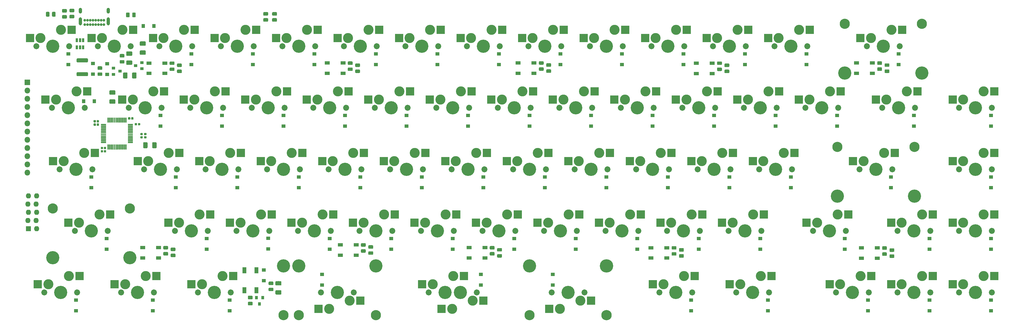
<source format=gbr>
%TF.GenerationSoftware,KiCad,Pcbnew,(5.1.4)-1*%
%TF.CreationDate,2020-06-13T02:43:16-04:00*%
%TF.ProjectId,sixtyfive,73697874-7966-4697-9665-2e6b69636164,rev?*%
%TF.SameCoordinates,Original*%
%TF.FileFunction,Soldermask,Bot*%
%TF.FilePolarity,Negative*%
%FSLAX46Y46*%
G04 Gerber Fmt 4.6, Leading zero omitted, Abs format (unit mm)*
G04 Created by KiCad (PCBNEW (5.1.4)-1) date 2020-06-13 02:43:16*
%MOMM*%
%LPD*%
G04 APERTURE LIST*
%ADD10C,0.100000*%
%ADD11C,1.075000*%
%ADD12C,4.087800*%
%ADD13C,3.148000*%
%ADD14R,2.650000X2.600000*%
%ADD15C,1.850000*%
%ADD16C,3.100000*%
%ADD17R,1.200000X1.900000*%
%ADD18O,1.624000X1.624000*%
%ADD19R,1.624000X1.624000*%
%ADD20R,1.300000X1.000000*%
%ADD21O,1.000000X1.800000*%
%ADD22O,1.000000X2.500000*%
%ADD23C,0.800000*%
%ADD24R,1.000000X0.900000*%
%ADD25C,0.400000*%
%ADD26R,0.750000X1.160000*%
%ADD27C,1.350000*%
%ADD28R,0.900000X1.000000*%
%ADD29R,1.800000X1.800000*%
%ADD30O,1.800000X1.800000*%
%ADD31C,1.225000*%
%ADD32R,1.600000X1.100000*%
%ADD33R,1.000000X1.300000*%
%ADD34C,0.690000*%
G04 APERTURE END LIST*
D10*
%TO.C,RSH2*%
G36*
X280669592Y-239366794D02*
G01*
X280695681Y-239370664D01*
X280721264Y-239377072D01*
X280746096Y-239385957D01*
X280769938Y-239397234D01*
X280792560Y-239410793D01*
X280813743Y-239426503D01*
X280833285Y-239444215D01*
X280850997Y-239463757D01*
X280866707Y-239484940D01*
X280880266Y-239507562D01*
X280891543Y-239531404D01*
X280900428Y-239556236D01*
X280906836Y-239581819D01*
X280910706Y-239607908D01*
X280912000Y-239634250D01*
X280912000Y-240171750D01*
X280910706Y-240198092D01*
X280906836Y-240224181D01*
X280900428Y-240249764D01*
X280891543Y-240274596D01*
X280880266Y-240298438D01*
X280866707Y-240321060D01*
X280850997Y-240342243D01*
X280833285Y-240361785D01*
X280813743Y-240379497D01*
X280792560Y-240395207D01*
X280769938Y-240408766D01*
X280746096Y-240420043D01*
X280721264Y-240428928D01*
X280695681Y-240435336D01*
X280669592Y-240439206D01*
X280643250Y-240440500D01*
X279680750Y-240440500D01*
X279654408Y-240439206D01*
X279628319Y-240435336D01*
X279602736Y-240428928D01*
X279577904Y-240420043D01*
X279554062Y-240408766D01*
X279531440Y-240395207D01*
X279510257Y-240379497D01*
X279490715Y-240361785D01*
X279473003Y-240342243D01*
X279457293Y-240321060D01*
X279443734Y-240298438D01*
X279432457Y-240274596D01*
X279423572Y-240249764D01*
X279417164Y-240224181D01*
X279413294Y-240198092D01*
X279412000Y-240171750D01*
X279412000Y-239634250D01*
X279413294Y-239607908D01*
X279417164Y-239581819D01*
X279423572Y-239556236D01*
X279432457Y-239531404D01*
X279443734Y-239507562D01*
X279457293Y-239484940D01*
X279473003Y-239463757D01*
X279490715Y-239444215D01*
X279510257Y-239426503D01*
X279531440Y-239410793D01*
X279554062Y-239397234D01*
X279577904Y-239385957D01*
X279602736Y-239377072D01*
X279628319Y-239370664D01*
X279654408Y-239366794D01*
X279680750Y-239365500D01*
X280643250Y-239365500D01*
X280669592Y-239366794D01*
X280669592Y-239366794D01*
G37*
D11*
X280162000Y-239903000D03*
D10*
G36*
X280669592Y-241241794D02*
G01*
X280695681Y-241245664D01*
X280721264Y-241252072D01*
X280746096Y-241260957D01*
X280769938Y-241272234D01*
X280792560Y-241285793D01*
X280813743Y-241301503D01*
X280833285Y-241319215D01*
X280850997Y-241338757D01*
X280866707Y-241359940D01*
X280880266Y-241382562D01*
X280891543Y-241406404D01*
X280900428Y-241431236D01*
X280906836Y-241456819D01*
X280910706Y-241482908D01*
X280912000Y-241509250D01*
X280912000Y-242046750D01*
X280910706Y-242073092D01*
X280906836Y-242099181D01*
X280900428Y-242124764D01*
X280891543Y-242149596D01*
X280880266Y-242173438D01*
X280866707Y-242196060D01*
X280850997Y-242217243D01*
X280833285Y-242236785D01*
X280813743Y-242254497D01*
X280792560Y-242270207D01*
X280769938Y-242283766D01*
X280746096Y-242295043D01*
X280721264Y-242303928D01*
X280695681Y-242310336D01*
X280669592Y-242314206D01*
X280643250Y-242315500D01*
X279680750Y-242315500D01*
X279654408Y-242314206D01*
X279628319Y-242310336D01*
X279602736Y-242303928D01*
X279577904Y-242295043D01*
X279554062Y-242283766D01*
X279531440Y-242270207D01*
X279510257Y-242254497D01*
X279490715Y-242236785D01*
X279473003Y-242217243D01*
X279457293Y-242196060D01*
X279443734Y-242173438D01*
X279432457Y-242149596D01*
X279423572Y-242124764D01*
X279417164Y-242099181D01*
X279413294Y-242073092D01*
X279412000Y-242046750D01*
X279412000Y-241509250D01*
X279413294Y-241482908D01*
X279417164Y-241456819D01*
X279423572Y-241431236D01*
X279432457Y-241406404D01*
X279443734Y-241382562D01*
X279457293Y-241359940D01*
X279473003Y-241338757D01*
X279490715Y-241319215D01*
X279510257Y-241301503D01*
X279531440Y-241285793D01*
X279554062Y-241272234D01*
X279577904Y-241260957D01*
X279602736Y-241252072D01*
X279628319Y-241245664D01*
X279654408Y-241241794D01*
X279680750Y-241240500D01*
X280643250Y-241240500D01*
X280669592Y-241241794D01*
X280669592Y-241241794D01*
G37*
D11*
X280162000Y-241778000D03*
%TD*%
D10*
%TO.C,RSH1*%
G36*
X345731692Y-242196594D02*
G01*
X345757781Y-242200464D01*
X345783364Y-242206872D01*
X345808196Y-242215757D01*
X345832038Y-242227034D01*
X345854660Y-242240593D01*
X345875843Y-242256303D01*
X345895385Y-242274015D01*
X345913097Y-242293557D01*
X345928807Y-242314740D01*
X345942366Y-242337362D01*
X345953643Y-242361204D01*
X345962528Y-242386036D01*
X345968936Y-242411619D01*
X345972806Y-242437708D01*
X345974100Y-242464050D01*
X345974100Y-243001550D01*
X345972806Y-243027892D01*
X345968936Y-243053981D01*
X345962528Y-243079564D01*
X345953643Y-243104396D01*
X345942366Y-243128238D01*
X345928807Y-243150860D01*
X345913097Y-243172043D01*
X345895385Y-243191585D01*
X345875843Y-243209297D01*
X345854660Y-243225007D01*
X345832038Y-243238566D01*
X345808196Y-243249843D01*
X345783364Y-243258728D01*
X345757781Y-243265136D01*
X345731692Y-243269006D01*
X345705350Y-243270300D01*
X344742850Y-243270300D01*
X344716508Y-243269006D01*
X344690419Y-243265136D01*
X344664836Y-243258728D01*
X344640004Y-243249843D01*
X344616162Y-243238566D01*
X344593540Y-243225007D01*
X344572357Y-243209297D01*
X344552815Y-243191585D01*
X344535103Y-243172043D01*
X344519393Y-243150860D01*
X344505834Y-243128238D01*
X344494557Y-243104396D01*
X344485672Y-243079564D01*
X344479264Y-243053981D01*
X344475394Y-243027892D01*
X344474100Y-243001550D01*
X344474100Y-242464050D01*
X344475394Y-242437708D01*
X344479264Y-242411619D01*
X344485672Y-242386036D01*
X344494557Y-242361204D01*
X344505834Y-242337362D01*
X344519393Y-242314740D01*
X344535103Y-242293557D01*
X344552815Y-242274015D01*
X344572357Y-242256303D01*
X344593540Y-242240593D01*
X344616162Y-242227034D01*
X344640004Y-242215757D01*
X344664836Y-242206872D01*
X344690419Y-242200464D01*
X344716508Y-242196594D01*
X344742850Y-242195300D01*
X345705350Y-242195300D01*
X345731692Y-242196594D01*
X345731692Y-242196594D01*
G37*
D11*
X345224100Y-242732800D03*
D10*
G36*
X345731692Y-240321594D02*
G01*
X345757781Y-240325464D01*
X345783364Y-240331872D01*
X345808196Y-240340757D01*
X345832038Y-240352034D01*
X345854660Y-240365593D01*
X345875843Y-240381303D01*
X345895385Y-240399015D01*
X345913097Y-240418557D01*
X345928807Y-240439740D01*
X345942366Y-240462362D01*
X345953643Y-240486204D01*
X345962528Y-240511036D01*
X345968936Y-240536619D01*
X345972806Y-240562708D01*
X345974100Y-240589050D01*
X345974100Y-241126550D01*
X345972806Y-241152892D01*
X345968936Y-241178981D01*
X345962528Y-241204564D01*
X345953643Y-241229396D01*
X345942366Y-241253238D01*
X345928807Y-241275860D01*
X345913097Y-241297043D01*
X345895385Y-241316585D01*
X345875843Y-241334297D01*
X345854660Y-241350007D01*
X345832038Y-241363566D01*
X345808196Y-241374843D01*
X345783364Y-241383728D01*
X345757781Y-241390136D01*
X345731692Y-241394006D01*
X345705350Y-241395300D01*
X344742850Y-241395300D01*
X344716508Y-241394006D01*
X344690419Y-241390136D01*
X344664836Y-241383728D01*
X344640004Y-241374843D01*
X344616162Y-241363566D01*
X344593540Y-241350007D01*
X344572357Y-241334297D01*
X344552815Y-241316585D01*
X344535103Y-241297043D01*
X344519393Y-241275860D01*
X344505834Y-241253238D01*
X344494557Y-241229396D01*
X344485672Y-241204564D01*
X344479264Y-241178981D01*
X344475394Y-241152892D01*
X344474100Y-241126550D01*
X344474100Y-240589050D01*
X344475394Y-240562708D01*
X344479264Y-240536619D01*
X344485672Y-240511036D01*
X344494557Y-240486204D01*
X344505834Y-240462362D01*
X344519393Y-240439740D01*
X344535103Y-240418557D01*
X344552815Y-240399015D01*
X344572357Y-240381303D01*
X344593540Y-240365593D01*
X344616162Y-240352034D01*
X344640004Y-240340757D01*
X344664836Y-240331872D01*
X344690419Y-240325464D01*
X344716508Y-240321594D01*
X344742850Y-240320300D01*
X345705350Y-240320300D01*
X345731692Y-240321594D01*
X345731692Y-240321594D01*
G37*
D11*
X345224100Y-240857800D03*
%TD*%
D10*
%TO.C,RRGB10*%
G36*
X314311892Y-313206894D02*
G01*
X314337981Y-313210764D01*
X314363564Y-313217172D01*
X314388396Y-313226057D01*
X314412238Y-313237334D01*
X314434860Y-313250893D01*
X314456043Y-313266603D01*
X314475585Y-313284315D01*
X314493297Y-313303857D01*
X314509007Y-313325040D01*
X314522566Y-313347662D01*
X314533843Y-313371504D01*
X314542728Y-313396336D01*
X314549136Y-313421919D01*
X314553006Y-313448008D01*
X314554300Y-313474350D01*
X314554300Y-314011850D01*
X314553006Y-314038192D01*
X314549136Y-314064281D01*
X314542728Y-314089864D01*
X314533843Y-314114696D01*
X314522566Y-314138538D01*
X314509007Y-314161160D01*
X314493297Y-314182343D01*
X314475585Y-314201885D01*
X314456043Y-314219597D01*
X314434860Y-314235307D01*
X314412238Y-314248866D01*
X314388396Y-314260143D01*
X314363564Y-314269028D01*
X314337981Y-314275436D01*
X314311892Y-314279306D01*
X314285550Y-314280600D01*
X313323050Y-314280600D01*
X313296708Y-314279306D01*
X313270619Y-314275436D01*
X313245036Y-314269028D01*
X313220204Y-314260143D01*
X313196362Y-314248866D01*
X313173740Y-314235307D01*
X313152557Y-314219597D01*
X313133015Y-314201885D01*
X313115303Y-314182343D01*
X313099593Y-314161160D01*
X313086034Y-314138538D01*
X313074757Y-314114696D01*
X313065872Y-314089864D01*
X313059464Y-314064281D01*
X313055594Y-314038192D01*
X313054300Y-314011850D01*
X313054300Y-313474350D01*
X313055594Y-313448008D01*
X313059464Y-313421919D01*
X313065872Y-313396336D01*
X313074757Y-313371504D01*
X313086034Y-313347662D01*
X313099593Y-313325040D01*
X313115303Y-313303857D01*
X313133015Y-313284315D01*
X313152557Y-313266603D01*
X313173740Y-313250893D01*
X313196362Y-313237334D01*
X313220204Y-313226057D01*
X313245036Y-313217172D01*
X313270619Y-313210764D01*
X313296708Y-313206894D01*
X313323050Y-313205600D01*
X314285550Y-313205600D01*
X314311892Y-313206894D01*
X314311892Y-313206894D01*
G37*
D11*
X313804300Y-313743100D03*
D10*
G36*
X314311892Y-315081894D02*
G01*
X314337981Y-315085764D01*
X314363564Y-315092172D01*
X314388396Y-315101057D01*
X314412238Y-315112334D01*
X314434860Y-315125893D01*
X314456043Y-315141603D01*
X314475585Y-315159315D01*
X314493297Y-315178857D01*
X314509007Y-315200040D01*
X314522566Y-315222662D01*
X314533843Y-315246504D01*
X314542728Y-315271336D01*
X314549136Y-315296919D01*
X314553006Y-315323008D01*
X314554300Y-315349350D01*
X314554300Y-315886850D01*
X314553006Y-315913192D01*
X314549136Y-315939281D01*
X314542728Y-315964864D01*
X314533843Y-315989696D01*
X314522566Y-316013538D01*
X314509007Y-316036160D01*
X314493297Y-316057343D01*
X314475585Y-316076885D01*
X314456043Y-316094597D01*
X314434860Y-316110307D01*
X314412238Y-316123866D01*
X314388396Y-316135143D01*
X314363564Y-316144028D01*
X314337981Y-316150436D01*
X314311892Y-316154306D01*
X314285550Y-316155600D01*
X313323050Y-316155600D01*
X313296708Y-316154306D01*
X313270619Y-316150436D01*
X313245036Y-316144028D01*
X313220204Y-316135143D01*
X313196362Y-316123866D01*
X313173740Y-316110307D01*
X313152557Y-316094597D01*
X313133015Y-316076885D01*
X313115303Y-316057343D01*
X313099593Y-316036160D01*
X313086034Y-316013538D01*
X313074757Y-315989696D01*
X313065872Y-315964864D01*
X313059464Y-315939281D01*
X313055594Y-315913192D01*
X313054300Y-315886850D01*
X313054300Y-315349350D01*
X313055594Y-315323008D01*
X313059464Y-315296919D01*
X313065872Y-315271336D01*
X313074757Y-315246504D01*
X313086034Y-315222662D01*
X313099593Y-315200040D01*
X313115303Y-315178857D01*
X313133015Y-315159315D01*
X313152557Y-315141603D01*
X313173740Y-315125893D01*
X313196362Y-315112334D01*
X313220204Y-315101057D01*
X313245036Y-315092172D01*
X313270619Y-315085764D01*
X313296708Y-315081894D01*
X313323050Y-315080600D01*
X314285550Y-315080600D01*
X314311892Y-315081894D01*
X314311892Y-315081894D01*
G37*
D11*
X313804300Y-315618100D03*
%TD*%
D10*
%TO.C,RRGB9*%
G36*
X375525892Y-312470294D02*
G01*
X375551981Y-312474164D01*
X375577564Y-312480572D01*
X375602396Y-312489457D01*
X375626238Y-312500734D01*
X375648860Y-312514293D01*
X375670043Y-312530003D01*
X375689585Y-312547715D01*
X375707297Y-312567257D01*
X375723007Y-312588440D01*
X375736566Y-312611062D01*
X375747843Y-312634904D01*
X375756728Y-312659736D01*
X375763136Y-312685319D01*
X375767006Y-312711408D01*
X375768300Y-312737750D01*
X375768300Y-313275250D01*
X375767006Y-313301592D01*
X375763136Y-313327681D01*
X375756728Y-313353264D01*
X375747843Y-313378096D01*
X375736566Y-313401938D01*
X375723007Y-313424560D01*
X375707297Y-313445743D01*
X375689585Y-313465285D01*
X375670043Y-313482997D01*
X375648860Y-313498707D01*
X375626238Y-313512266D01*
X375602396Y-313523543D01*
X375577564Y-313532428D01*
X375551981Y-313538836D01*
X375525892Y-313542706D01*
X375499550Y-313544000D01*
X374537050Y-313544000D01*
X374510708Y-313542706D01*
X374484619Y-313538836D01*
X374459036Y-313532428D01*
X374434204Y-313523543D01*
X374410362Y-313512266D01*
X374387740Y-313498707D01*
X374366557Y-313482997D01*
X374347015Y-313465285D01*
X374329303Y-313445743D01*
X374313593Y-313424560D01*
X374300034Y-313401938D01*
X374288757Y-313378096D01*
X374279872Y-313353264D01*
X374273464Y-313327681D01*
X374269594Y-313301592D01*
X374268300Y-313275250D01*
X374268300Y-312737750D01*
X374269594Y-312711408D01*
X374273464Y-312685319D01*
X374279872Y-312659736D01*
X374288757Y-312634904D01*
X374300034Y-312611062D01*
X374313593Y-312588440D01*
X374329303Y-312567257D01*
X374347015Y-312547715D01*
X374366557Y-312530003D01*
X374387740Y-312514293D01*
X374410362Y-312500734D01*
X374434204Y-312489457D01*
X374459036Y-312480572D01*
X374484619Y-312474164D01*
X374510708Y-312470294D01*
X374537050Y-312469000D01*
X375499550Y-312469000D01*
X375525892Y-312470294D01*
X375525892Y-312470294D01*
G37*
D11*
X375018300Y-313006500D03*
D10*
G36*
X375525892Y-314345294D02*
G01*
X375551981Y-314349164D01*
X375577564Y-314355572D01*
X375602396Y-314364457D01*
X375626238Y-314375734D01*
X375648860Y-314389293D01*
X375670043Y-314405003D01*
X375689585Y-314422715D01*
X375707297Y-314442257D01*
X375723007Y-314463440D01*
X375736566Y-314486062D01*
X375747843Y-314509904D01*
X375756728Y-314534736D01*
X375763136Y-314560319D01*
X375767006Y-314586408D01*
X375768300Y-314612750D01*
X375768300Y-315150250D01*
X375767006Y-315176592D01*
X375763136Y-315202681D01*
X375756728Y-315228264D01*
X375747843Y-315253096D01*
X375736566Y-315276938D01*
X375723007Y-315299560D01*
X375707297Y-315320743D01*
X375689585Y-315340285D01*
X375670043Y-315357997D01*
X375648860Y-315373707D01*
X375626238Y-315387266D01*
X375602396Y-315398543D01*
X375577564Y-315407428D01*
X375551981Y-315413836D01*
X375525892Y-315417706D01*
X375499550Y-315419000D01*
X374537050Y-315419000D01*
X374510708Y-315417706D01*
X374484619Y-315413836D01*
X374459036Y-315407428D01*
X374434204Y-315398543D01*
X374410362Y-315387266D01*
X374387740Y-315373707D01*
X374366557Y-315357997D01*
X374347015Y-315340285D01*
X374329303Y-315320743D01*
X374313593Y-315299560D01*
X374300034Y-315276938D01*
X374288757Y-315253096D01*
X374279872Y-315228264D01*
X374273464Y-315202681D01*
X374269594Y-315176592D01*
X374268300Y-315150250D01*
X374268300Y-314612750D01*
X374269594Y-314586408D01*
X374273464Y-314560319D01*
X374279872Y-314534736D01*
X374288757Y-314509904D01*
X374300034Y-314486062D01*
X374313593Y-314463440D01*
X374329303Y-314442257D01*
X374347015Y-314422715D01*
X374366557Y-314405003D01*
X374387740Y-314389293D01*
X374410362Y-314375734D01*
X374434204Y-314364457D01*
X374459036Y-314355572D01*
X374484619Y-314349164D01*
X374510708Y-314345294D01*
X374537050Y-314344000D01*
X375499550Y-314344000D01*
X375525892Y-314345294D01*
X375525892Y-314345294D01*
G37*
D11*
X375018300Y-314881500D03*
%TD*%
D10*
%TO.C,RRGB8*%
G36*
X415416592Y-313346594D02*
G01*
X415442681Y-313350464D01*
X415468264Y-313356872D01*
X415493096Y-313365757D01*
X415516938Y-313377034D01*
X415539560Y-313390593D01*
X415560743Y-313406303D01*
X415580285Y-313424015D01*
X415597997Y-313443557D01*
X415613707Y-313464740D01*
X415627266Y-313487362D01*
X415638543Y-313511204D01*
X415647428Y-313536036D01*
X415653836Y-313561619D01*
X415657706Y-313587708D01*
X415659000Y-313614050D01*
X415659000Y-314151550D01*
X415657706Y-314177892D01*
X415653836Y-314203981D01*
X415647428Y-314229564D01*
X415638543Y-314254396D01*
X415627266Y-314278238D01*
X415613707Y-314300860D01*
X415597997Y-314322043D01*
X415580285Y-314341585D01*
X415560743Y-314359297D01*
X415539560Y-314375007D01*
X415516938Y-314388566D01*
X415493096Y-314399843D01*
X415468264Y-314408728D01*
X415442681Y-314415136D01*
X415416592Y-314419006D01*
X415390250Y-314420300D01*
X414427750Y-314420300D01*
X414401408Y-314419006D01*
X414375319Y-314415136D01*
X414349736Y-314408728D01*
X414324904Y-314399843D01*
X414301062Y-314388566D01*
X414278440Y-314375007D01*
X414257257Y-314359297D01*
X414237715Y-314341585D01*
X414220003Y-314322043D01*
X414204293Y-314300860D01*
X414190734Y-314278238D01*
X414179457Y-314254396D01*
X414170572Y-314229564D01*
X414164164Y-314203981D01*
X414160294Y-314177892D01*
X414159000Y-314151550D01*
X414159000Y-313614050D01*
X414160294Y-313587708D01*
X414164164Y-313561619D01*
X414170572Y-313536036D01*
X414179457Y-313511204D01*
X414190734Y-313487362D01*
X414204293Y-313464740D01*
X414220003Y-313443557D01*
X414237715Y-313424015D01*
X414257257Y-313406303D01*
X414278440Y-313390593D01*
X414301062Y-313377034D01*
X414324904Y-313365757D01*
X414349736Y-313356872D01*
X414375319Y-313350464D01*
X414401408Y-313346594D01*
X414427750Y-313345300D01*
X415390250Y-313345300D01*
X415416592Y-313346594D01*
X415416592Y-313346594D01*
G37*
D11*
X414909000Y-313882800D03*
D10*
G36*
X415416592Y-315221594D02*
G01*
X415442681Y-315225464D01*
X415468264Y-315231872D01*
X415493096Y-315240757D01*
X415516938Y-315252034D01*
X415539560Y-315265593D01*
X415560743Y-315281303D01*
X415580285Y-315299015D01*
X415597997Y-315318557D01*
X415613707Y-315339740D01*
X415627266Y-315362362D01*
X415638543Y-315386204D01*
X415647428Y-315411036D01*
X415653836Y-315436619D01*
X415657706Y-315462708D01*
X415659000Y-315489050D01*
X415659000Y-316026550D01*
X415657706Y-316052892D01*
X415653836Y-316078981D01*
X415647428Y-316104564D01*
X415638543Y-316129396D01*
X415627266Y-316153238D01*
X415613707Y-316175860D01*
X415597997Y-316197043D01*
X415580285Y-316216585D01*
X415560743Y-316234297D01*
X415539560Y-316250007D01*
X415516938Y-316263566D01*
X415493096Y-316274843D01*
X415468264Y-316283728D01*
X415442681Y-316290136D01*
X415416592Y-316294006D01*
X415390250Y-316295300D01*
X414427750Y-316295300D01*
X414401408Y-316294006D01*
X414375319Y-316290136D01*
X414349736Y-316283728D01*
X414324904Y-316274843D01*
X414301062Y-316263566D01*
X414278440Y-316250007D01*
X414257257Y-316234297D01*
X414237715Y-316216585D01*
X414220003Y-316197043D01*
X414204293Y-316175860D01*
X414190734Y-316153238D01*
X414179457Y-316129396D01*
X414170572Y-316104564D01*
X414164164Y-316078981D01*
X414160294Y-316052892D01*
X414159000Y-316026550D01*
X414159000Y-315489050D01*
X414160294Y-315462708D01*
X414164164Y-315436619D01*
X414170572Y-315411036D01*
X414179457Y-315386204D01*
X414190734Y-315362362D01*
X414204293Y-315339740D01*
X414220003Y-315318557D01*
X414237715Y-315299015D01*
X414257257Y-315281303D01*
X414278440Y-315265593D01*
X414301062Y-315252034D01*
X414324904Y-315240757D01*
X414349736Y-315231872D01*
X414375319Y-315225464D01*
X414401408Y-315221594D01*
X414427750Y-315220300D01*
X415390250Y-315220300D01*
X415416592Y-315221594D01*
X415416592Y-315221594D01*
G37*
D11*
X414909000Y-315757800D03*
%TD*%
D10*
%TO.C,RRGB7*%
G36*
X471753792Y-313371994D02*
G01*
X471779881Y-313375864D01*
X471805464Y-313382272D01*
X471830296Y-313391157D01*
X471854138Y-313402434D01*
X471876760Y-313415993D01*
X471897943Y-313431703D01*
X471917485Y-313449415D01*
X471935197Y-313468957D01*
X471950907Y-313490140D01*
X471964466Y-313512762D01*
X471975743Y-313536604D01*
X471984628Y-313561436D01*
X471991036Y-313587019D01*
X471994906Y-313613108D01*
X471996200Y-313639450D01*
X471996200Y-314176950D01*
X471994906Y-314203292D01*
X471991036Y-314229381D01*
X471984628Y-314254964D01*
X471975743Y-314279796D01*
X471964466Y-314303638D01*
X471950907Y-314326260D01*
X471935197Y-314347443D01*
X471917485Y-314366985D01*
X471897943Y-314384697D01*
X471876760Y-314400407D01*
X471854138Y-314413966D01*
X471830296Y-314425243D01*
X471805464Y-314434128D01*
X471779881Y-314440536D01*
X471753792Y-314444406D01*
X471727450Y-314445700D01*
X470764950Y-314445700D01*
X470738608Y-314444406D01*
X470712519Y-314440536D01*
X470686936Y-314434128D01*
X470662104Y-314425243D01*
X470638262Y-314413966D01*
X470615640Y-314400407D01*
X470594457Y-314384697D01*
X470574915Y-314366985D01*
X470557203Y-314347443D01*
X470541493Y-314326260D01*
X470527934Y-314303638D01*
X470516657Y-314279796D01*
X470507772Y-314254964D01*
X470501364Y-314229381D01*
X470497494Y-314203292D01*
X470496200Y-314176950D01*
X470496200Y-313639450D01*
X470497494Y-313613108D01*
X470501364Y-313587019D01*
X470507772Y-313561436D01*
X470516657Y-313536604D01*
X470527934Y-313512762D01*
X470541493Y-313490140D01*
X470557203Y-313468957D01*
X470574915Y-313449415D01*
X470594457Y-313431703D01*
X470615640Y-313415993D01*
X470638262Y-313402434D01*
X470662104Y-313391157D01*
X470686936Y-313382272D01*
X470712519Y-313375864D01*
X470738608Y-313371994D01*
X470764950Y-313370700D01*
X471727450Y-313370700D01*
X471753792Y-313371994D01*
X471753792Y-313371994D01*
G37*
D11*
X471246200Y-313908200D03*
D10*
G36*
X471753792Y-315246994D02*
G01*
X471779881Y-315250864D01*
X471805464Y-315257272D01*
X471830296Y-315266157D01*
X471854138Y-315277434D01*
X471876760Y-315290993D01*
X471897943Y-315306703D01*
X471917485Y-315324415D01*
X471935197Y-315343957D01*
X471950907Y-315365140D01*
X471964466Y-315387762D01*
X471975743Y-315411604D01*
X471984628Y-315436436D01*
X471991036Y-315462019D01*
X471994906Y-315488108D01*
X471996200Y-315514450D01*
X471996200Y-316051950D01*
X471994906Y-316078292D01*
X471991036Y-316104381D01*
X471984628Y-316129964D01*
X471975743Y-316154796D01*
X471964466Y-316178638D01*
X471950907Y-316201260D01*
X471935197Y-316222443D01*
X471917485Y-316241985D01*
X471897943Y-316259697D01*
X471876760Y-316275407D01*
X471854138Y-316288966D01*
X471830296Y-316300243D01*
X471805464Y-316309128D01*
X471779881Y-316315536D01*
X471753792Y-316319406D01*
X471727450Y-316320700D01*
X470764950Y-316320700D01*
X470738608Y-316319406D01*
X470712519Y-316315536D01*
X470686936Y-316309128D01*
X470662104Y-316300243D01*
X470638262Y-316288966D01*
X470615640Y-316275407D01*
X470594457Y-316259697D01*
X470574915Y-316241985D01*
X470557203Y-316222443D01*
X470541493Y-316201260D01*
X470527934Y-316178638D01*
X470516657Y-316154796D01*
X470507772Y-316129964D01*
X470501364Y-316104381D01*
X470497494Y-316078292D01*
X470496200Y-316051950D01*
X470496200Y-315514450D01*
X470497494Y-315488108D01*
X470501364Y-315462019D01*
X470507772Y-315436436D01*
X470516657Y-315411604D01*
X470527934Y-315387762D01*
X470541493Y-315365140D01*
X470557203Y-315343957D01*
X470574915Y-315324415D01*
X470594457Y-315306703D01*
X470615640Y-315290993D01*
X470638262Y-315277434D01*
X470662104Y-315266157D01*
X470686936Y-315257272D01*
X470712519Y-315250864D01*
X470738608Y-315246994D01*
X470764950Y-315245700D01*
X471727450Y-315245700D01*
X471753792Y-315246994D01*
X471753792Y-315246994D01*
G37*
D11*
X471246200Y-315783200D03*
%TD*%
D10*
%TO.C,RRGB6*%
G36*
X536930192Y-313432494D02*
G01*
X536956281Y-313436364D01*
X536981864Y-313442772D01*
X537006696Y-313451657D01*
X537030538Y-313462934D01*
X537053160Y-313476493D01*
X537074343Y-313492203D01*
X537093885Y-313509915D01*
X537111597Y-313529457D01*
X537127307Y-313550640D01*
X537140866Y-313573262D01*
X537152143Y-313597104D01*
X537161028Y-313621936D01*
X537167436Y-313647519D01*
X537171306Y-313673608D01*
X537172600Y-313699950D01*
X537172600Y-314237450D01*
X537171306Y-314263792D01*
X537167436Y-314289881D01*
X537161028Y-314315464D01*
X537152143Y-314340296D01*
X537140866Y-314364138D01*
X537127307Y-314386760D01*
X537111597Y-314407943D01*
X537093885Y-314427485D01*
X537074343Y-314445197D01*
X537053160Y-314460907D01*
X537030538Y-314474466D01*
X537006696Y-314485743D01*
X536981864Y-314494628D01*
X536956281Y-314501036D01*
X536930192Y-314504906D01*
X536903850Y-314506200D01*
X535941350Y-314506200D01*
X535915008Y-314504906D01*
X535888919Y-314501036D01*
X535863336Y-314494628D01*
X535838504Y-314485743D01*
X535814662Y-314474466D01*
X535792040Y-314460907D01*
X535770857Y-314445197D01*
X535751315Y-314427485D01*
X535733603Y-314407943D01*
X535717893Y-314386760D01*
X535704334Y-314364138D01*
X535693057Y-314340296D01*
X535684172Y-314315464D01*
X535677764Y-314289881D01*
X535673894Y-314263792D01*
X535672600Y-314237450D01*
X535672600Y-313699950D01*
X535673894Y-313673608D01*
X535677764Y-313647519D01*
X535684172Y-313621936D01*
X535693057Y-313597104D01*
X535704334Y-313573262D01*
X535717893Y-313550640D01*
X535733603Y-313529457D01*
X535751315Y-313509915D01*
X535770857Y-313492203D01*
X535792040Y-313476493D01*
X535814662Y-313462934D01*
X535838504Y-313451657D01*
X535863336Y-313442772D01*
X535888919Y-313436364D01*
X535915008Y-313432494D01*
X535941350Y-313431200D01*
X536903850Y-313431200D01*
X536930192Y-313432494D01*
X536930192Y-313432494D01*
G37*
D11*
X536422600Y-313968700D03*
D10*
G36*
X536930192Y-315307494D02*
G01*
X536956281Y-315311364D01*
X536981864Y-315317772D01*
X537006696Y-315326657D01*
X537030538Y-315337934D01*
X537053160Y-315351493D01*
X537074343Y-315367203D01*
X537093885Y-315384915D01*
X537111597Y-315404457D01*
X537127307Y-315425640D01*
X537140866Y-315448262D01*
X537152143Y-315472104D01*
X537161028Y-315496936D01*
X537167436Y-315522519D01*
X537171306Y-315548608D01*
X537172600Y-315574950D01*
X537172600Y-316112450D01*
X537171306Y-316138792D01*
X537167436Y-316164881D01*
X537161028Y-316190464D01*
X537152143Y-316215296D01*
X537140866Y-316239138D01*
X537127307Y-316261760D01*
X537111597Y-316282943D01*
X537093885Y-316302485D01*
X537074343Y-316320197D01*
X537053160Y-316335907D01*
X537030538Y-316349466D01*
X537006696Y-316360743D01*
X536981864Y-316369628D01*
X536956281Y-316376036D01*
X536930192Y-316379906D01*
X536903850Y-316381200D01*
X535941350Y-316381200D01*
X535915008Y-316379906D01*
X535888919Y-316376036D01*
X535863336Y-316369628D01*
X535838504Y-316360743D01*
X535814662Y-316349466D01*
X535792040Y-316335907D01*
X535770857Y-316320197D01*
X535751315Y-316302485D01*
X535733603Y-316282943D01*
X535717893Y-316261760D01*
X535704334Y-316239138D01*
X535693057Y-316215296D01*
X535684172Y-316190464D01*
X535677764Y-316164881D01*
X535673894Y-316138792D01*
X535672600Y-316112450D01*
X535672600Y-315574950D01*
X535673894Y-315548608D01*
X535677764Y-315522519D01*
X535684172Y-315496936D01*
X535693057Y-315472104D01*
X535704334Y-315448262D01*
X535717893Y-315425640D01*
X535733603Y-315404457D01*
X535751315Y-315384915D01*
X535770857Y-315367203D01*
X535792040Y-315351493D01*
X535814662Y-315337934D01*
X535838504Y-315326657D01*
X535863336Y-315317772D01*
X535888919Y-315311364D01*
X535915008Y-315307494D01*
X535941350Y-315306200D01*
X536903850Y-315306200D01*
X536930192Y-315307494D01*
X536930192Y-315307494D01*
G37*
D11*
X536422600Y-315843700D03*
%TD*%
D10*
%TO.C,RRGB5*%
G36*
X535418892Y-256186894D02*
G01*
X535444981Y-256190764D01*
X535470564Y-256197172D01*
X535495396Y-256206057D01*
X535519238Y-256217334D01*
X535541860Y-256230893D01*
X535563043Y-256246603D01*
X535582585Y-256264315D01*
X535600297Y-256283857D01*
X535616007Y-256305040D01*
X535629566Y-256327662D01*
X535640843Y-256351504D01*
X535649728Y-256376336D01*
X535656136Y-256401919D01*
X535660006Y-256428008D01*
X535661300Y-256454350D01*
X535661300Y-256991850D01*
X535660006Y-257018192D01*
X535656136Y-257044281D01*
X535649728Y-257069864D01*
X535640843Y-257094696D01*
X535629566Y-257118538D01*
X535616007Y-257141160D01*
X535600297Y-257162343D01*
X535582585Y-257181885D01*
X535563043Y-257199597D01*
X535541860Y-257215307D01*
X535519238Y-257228866D01*
X535495396Y-257240143D01*
X535470564Y-257249028D01*
X535444981Y-257255436D01*
X535418892Y-257259306D01*
X535392550Y-257260600D01*
X534430050Y-257260600D01*
X534403708Y-257259306D01*
X534377619Y-257255436D01*
X534352036Y-257249028D01*
X534327204Y-257240143D01*
X534303362Y-257228866D01*
X534280740Y-257215307D01*
X534259557Y-257199597D01*
X534240015Y-257181885D01*
X534222303Y-257162343D01*
X534206593Y-257141160D01*
X534193034Y-257118538D01*
X534181757Y-257094696D01*
X534172872Y-257069864D01*
X534166464Y-257044281D01*
X534162594Y-257018192D01*
X534161300Y-256991850D01*
X534161300Y-256454350D01*
X534162594Y-256428008D01*
X534166464Y-256401919D01*
X534172872Y-256376336D01*
X534181757Y-256351504D01*
X534193034Y-256327662D01*
X534206593Y-256305040D01*
X534222303Y-256283857D01*
X534240015Y-256264315D01*
X534259557Y-256246603D01*
X534280740Y-256230893D01*
X534303362Y-256217334D01*
X534327204Y-256206057D01*
X534352036Y-256197172D01*
X534377619Y-256190764D01*
X534403708Y-256186894D01*
X534430050Y-256185600D01*
X535392550Y-256185600D01*
X535418892Y-256186894D01*
X535418892Y-256186894D01*
G37*
D11*
X534911300Y-256723100D03*
D10*
G36*
X535418892Y-258061894D02*
G01*
X535444981Y-258065764D01*
X535470564Y-258072172D01*
X535495396Y-258081057D01*
X535519238Y-258092334D01*
X535541860Y-258105893D01*
X535563043Y-258121603D01*
X535582585Y-258139315D01*
X535600297Y-258158857D01*
X535616007Y-258180040D01*
X535629566Y-258202662D01*
X535640843Y-258226504D01*
X535649728Y-258251336D01*
X535656136Y-258276919D01*
X535660006Y-258303008D01*
X535661300Y-258329350D01*
X535661300Y-258866850D01*
X535660006Y-258893192D01*
X535656136Y-258919281D01*
X535649728Y-258944864D01*
X535640843Y-258969696D01*
X535629566Y-258993538D01*
X535616007Y-259016160D01*
X535600297Y-259037343D01*
X535582585Y-259056885D01*
X535563043Y-259074597D01*
X535541860Y-259090307D01*
X535519238Y-259103866D01*
X535495396Y-259115143D01*
X535470564Y-259124028D01*
X535444981Y-259130436D01*
X535418892Y-259134306D01*
X535392550Y-259135600D01*
X534430050Y-259135600D01*
X534403708Y-259134306D01*
X534377619Y-259130436D01*
X534352036Y-259124028D01*
X534327204Y-259115143D01*
X534303362Y-259103866D01*
X534280740Y-259090307D01*
X534259557Y-259074597D01*
X534240015Y-259056885D01*
X534222303Y-259037343D01*
X534206593Y-259016160D01*
X534193034Y-258993538D01*
X534181757Y-258969696D01*
X534172872Y-258944864D01*
X534166464Y-258919281D01*
X534162594Y-258893192D01*
X534161300Y-258866850D01*
X534161300Y-258329350D01*
X534162594Y-258303008D01*
X534166464Y-258276919D01*
X534172872Y-258251336D01*
X534181757Y-258226504D01*
X534193034Y-258202662D01*
X534206593Y-258180040D01*
X534222303Y-258158857D01*
X534240015Y-258139315D01*
X534259557Y-258121603D01*
X534280740Y-258105893D01*
X534303362Y-258092334D01*
X534327204Y-258081057D01*
X534352036Y-258072172D01*
X534377619Y-258065764D01*
X534403708Y-258061894D01*
X534430050Y-258060600D01*
X535392550Y-258060600D01*
X535418892Y-258061894D01*
X535418892Y-258061894D01*
G37*
D11*
X534911300Y-258598100D03*
%TD*%
D10*
%TO.C,RRGB4*%
G36*
X485825392Y-256234694D02*
G01*
X485851481Y-256238564D01*
X485877064Y-256244972D01*
X485901896Y-256253857D01*
X485925738Y-256265134D01*
X485948360Y-256278693D01*
X485969543Y-256294403D01*
X485989085Y-256312115D01*
X486006797Y-256331657D01*
X486022507Y-256352840D01*
X486036066Y-256375462D01*
X486047343Y-256399304D01*
X486056228Y-256424136D01*
X486062636Y-256449719D01*
X486066506Y-256475808D01*
X486067800Y-256502150D01*
X486067800Y-257039650D01*
X486066506Y-257065992D01*
X486062636Y-257092081D01*
X486056228Y-257117664D01*
X486047343Y-257142496D01*
X486036066Y-257166338D01*
X486022507Y-257188960D01*
X486006797Y-257210143D01*
X485989085Y-257229685D01*
X485969543Y-257247397D01*
X485948360Y-257263107D01*
X485925738Y-257276666D01*
X485901896Y-257287943D01*
X485877064Y-257296828D01*
X485851481Y-257303236D01*
X485825392Y-257307106D01*
X485799050Y-257308400D01*
X484836550Y-257308400D01*
X484810208Y-257307106D01*
X484784119Y-257303236D01*
X484758536Y-257296828D01*
X484733704Y-257287943D01*
X484709862Y-257276666D01*
X484687240Y-257263107D01*
X484666057Y-257247397D01*
X484646515Y-257229685D01*
X484628803Y-257210143D01*
X484613093Y-257188960D01*
X484599534Y-257166338D01*
X484588257Y-257142496D01*
X484579372Y-257117664D01*
X484572964Y-257092081D01*
X484569094Y-257065992D01*
X484567800Y-257039650D01*
X484567800Y-256502150D01*
X484569094Y-256475808D01*
X484572964Y-256449719D01*
X484579372Y-256424136D01*
X484588257Y-256399304D01*
X484599534Y-256375462D01*
X484613093Y-256352840D01*
X484628803Y-256331657D01*
X484646515Y-256312115D01*
X484666057Y-256294403D01*
X484687240Y-256278693D01*
X484709862Y-256265134D01*
X484733704Y-256253857D01*
X484758536Y-256244972D01*
X484784119Y-256238564D01*
X484810208Y-256234694D01*
X484836550Y-256233400D01*
X485799050Y-256233400D01*
X485825392Y-256234694D01*
X485825392Y-256234694D01*
G37*
D11*
X485317800Y-256770900D03*
D10*
G36*
X485825392Y-258109694D02*
G01*
X485851481Y-258113564D01*
X485877064Y-258119972D01*
X485901896Y-258128857D01*
X485925738Y-258140134D01*
X485948360Y-258153693D01*
X485969543Y-258169403D01*
X485989085Y-258187115D01*
X486006797Y-258206657D01*
X486022507Y-258227840D01*
X486036066Y-258250462D01*
X486047343Y-258274304D01*
X486056228Y-258299136D01*
X486062636Y-258324719D01*
X486066506Y-258350808D01*
X486067800Y-258377150D01*
X486067800Y-258914650D01*
X486066506Y-258940992D01*
X486062636Y-258967081D01*
X486056228Y-258992664D01*
X486047343Y-259017496D01*
X486036066Y-259041338D01*
X486022507Y-259063960D01*
X486006797Y-259085143D01*
X485989085Y-259104685D01*
X485969543Y-259122397D01*
X485948360Y-259138107D01*
X485925738Y-259151666D01*
X485901896Y-259162943D01*
X485877064Y-259171828D01*
X485851481Y-259178236D01*
X485825392Y-259182106D01*
X485799050Y-259183400D01*
X484836550Y-259183400D01*
X484810208Y-259182106D01*
X484784119Y-259178236D01*
X484758536Y-259171828D01*
X484733704Y-259162943D01*
X484709862Y-259151666D01*
X484687240Y-259138107D01*
X484666057Y-259122397D01*
X484646515Y-259104685D01*
X484628803Y-259085143D01*
X484613093Y-259063960D01*
X484599534Y-259041338D01*
X484588257Y-259017496D01*
X484579372Y-258992664D01*
X484572964Y-258967081D01*
X484569094Y-258940992D01*
X484567800Y-258914650D01*
X484567800Y-258377150D01*
X484569094Y-258350808D01*
X484572964Y-258324719D01*
X484579372Y-258299136D01*
X484588257Y-258274304D01*
X484599534Y-258250462D01*
X484613093Y-258227840D01*
X484628803Y-258206657D01*
X484646515Y-258187115D01*
X484666057Y-258169403D01*
X484687240Y-258153693D01*
X484709862Y-258140134D01*
X484733704Y-258128857D01*
X484758536Y-258119972D01*
X484784119Y-258113564D01*
X484810208Y-258109694D01*
X484836550Y-258108400D01*
X485799050Y-258108400D01*
X485825392Y-258109694D01*
X485825392Y-258109694D01*
G37*
D11*
X485317800Y-258645900D03*
%TD*%
D10*
%TO.C,RRGB3*%
G36*
X430631192Y-256158494D02*
G01*
X430657281Y-256162364D01*
X430682864Y-256168772D01*
X430707696Y-256177657D01*
X430731538Y-256188934D01*
X430754160Y-256202493D01*
X430775343Y-256218203D01*
X430794885Y-256235915D01*
X430812597Y-256255457D01*
X430828307Y-256276640D01*
X430841866Y-256299262D01*
X430853143Y-256323104D01*
X430862028Y-256347936D01*
X430868436Y-256373519D01*
X430872306Y-256399608D01*
X430873600Y-256425950D01*
X430873600Y-256963450D01*
X430872306Y-256989792D01*
X430868436Y-257015881D01*
X430862028Y-257041464D01*
X430853143Y-257066296D01*
X430841866Y-257090138D01*
X430828307Y-257112760D01*
X430812597Y-257133943D01*
X430794885Y-257153485D01*
X430775343Y-257171197D01*
X430754160Y-257186907D01*
X430731538Y-257200466D01*
X430707696Y-257211743D01*
X430682864Y-257220628D01*
X430657281Y-257227036D01*
X430631192Y-257230906D01*
X430604850Y-257232200D01*
X429642350Y-257232200D01*
X429616008Y-257230906D01*
X429589919Y-257227036D01*
X429564336Y-257220628D01*
X429539504Y-257211743D01*
X429515662Y-257200466D01*
X429493040Y-257186907D01*
X429471857Y-257171197D01*
X429452315Y-257153485D01*
X429434603Y-257133943D01*
X429418893Y-257112760D01*
X429405334Y-257090138D01*
X429394057Y-257066296D01*
X429385172Y-257041464D01*
X429378764Y-257015881D01*
X429374894Y-256989792D01*
X429373600Y-256963450D01*
X429373600Y-256425950D01*
X429374894Y-256399608D01*
X429378764Y-256373519D01*
X429385172Y-256347936D01*
X429394057Y-256323104D01*
X429405334Y-256299262D01*
X429418893Y-256276640D01*
X429434603Y-256255457D01*
X429452315Y-256235915D01*
X429471857Y-256218203D01*
X429493040Y-256202493D01*
X429515662Y-256188934D01*
X429539504Y-256177657D01*
X429564336Y-256168772D01*
X429589919Y-256162364D01*
X429616008Y-256158494D01*
X429642350Y-256157200D01*
X430604850Y-256157200D01*
X430631192Y-256158494D01*
X430631192Y-256158494D01*
G37*
D11*
X430123600Y-256694700D03*
D10*
G36*
X430631192Y-258033494D02*
G01*
X430657281Y-258037364D01*
X430682864Y-258043772D01*
X430707696Y-258052657D01*
X430731538Y-258063934D01*
X430754160Y-258077493D01*
X430775343Y-258093203D01*
X430794885Y-258110915D01*
X430812597Y-258130457D01*
X430828307Y-258151640D01*
X430841866Y-258174262D01*
X430853143Y-258198104D01*
X430862028Y-258222936D01*
X430868436Y-258248519D01*
X430872306Y-258274608D01*
X430873600Y-258300950D01*
X430873600Y-258838450D01*
X430872306Y-258864792D01*
X430868436Y-258890881D01*
X430862028Y-258916464D01*
X430853143Y-258941296D01*
X430841866Y-258965138D01*
X430828307Y-258987760D01*
X430812597Y-259008943D01*
X430794885Y-259028485D01*
X430775343Y-259046197D01*
X430754160Y-259061907D01*
X430731538Y-259075466D01*
X430707696Y-259086743D01*
X430682864Y-259095628D01*
X430657281Y-259102036D01*
X430631192Y-259105906D01*
X430604850Y-259107200D01*
X429642350Y-259107200D01*
X429616008Y-259105906D01*
X429589919Y-259102036D01*
X429564336Y-259095628D01*
X429539504Y-259086743D01*
X429515662Y-259075466D01*
X429493040Y-259061907D01*
X429471857Y-259046197D01*
X429452315Y-259028485D01*
X429434603Y-259008943D01*
X429418893Y-258987760D01*
X429405334Y-258965138D01*
X429394057Y-258941296D01*
X429385172Y-258916464D01*
X429378764Y-258890881D01*
X429374894Y-258864792D01*
X429373600Y-258838450D01*
X429373600Y-258300950D01*
X429374894Y-258274608D01*
X429378764Y-258248519D01*
X429385172Y-258222936D01*
X429394057Y-258198104D01*
X429405334Y-258174262D01*
X429418893Y-258151640D01*
X429434603Y-258130457D01*
X429452315Y-258110915D01*
X429471857Y-258093203D01*
X429493040Y-258077493D01*
X429515662Y-258063934D01*
X429539504Y-258052657D01*
X429564336Y-258043772D01*
X429589919Y-258037364D01*
X429616008Y-258033494D01*
X429642350Y-258032200D01*
X430604850Y-258032200D01*
X430631192Y-258033494D01*
X430631192Y-258033494D01*
G37*
D11*
X430123600Y-258569700D03*
%TD*%
D10*
%TO.C,RRGB2*%
G36*
X371461892Y-256209294D02*
G01*
X371487981Y-256213164D01*
X371513564Y-256219572D01*
X371538396Y-256228457D01*
X371562238Y-256239734D01*
X371584860Y-256253293D01*
X371606043Y-256269003D01*
X371625585Y-256286715D01*
X371643297Y-256306257D01*
X371659007Y-256327440D01*
X371672566Y-256350062D01*
X371683843Y-256373904D01*
X371692728Y-256398736D01*
X371699136Y-256424319D01*
X371703006Y-256450408D01*
X371704300Y-256476750D01*
X371704300Y-257014250D01*
X371703006Y-257040592D01*
X371699136Y-257066681D01*
X371692728Y-257092264D01*
X371683843Y-257117096D01*
X371672566Y-257140938D01*
X371659007Y-257163560D01*
X371643297Y-257184743D01*
X371625585Y-257204285D01*
X371606043Y-257221997D01*
X371584860Y-257237707D01*
X371562238Y-257251266D01*
X371538396Y-257262543D01*
X371513564Y-257271428D01*
X371487981Y-257277836D01*
X371461892Y-257281706D01*
X371435550Y-257283000D01*
X370473050Y-257283000D01*
X370446708Y-257281706D01*
X370420619Y-257277836D01*
X370395036Y-257271428D01*
X370370204Y-257262543D01*
X370346362Y-257251266D01*
X370323740Y-257237707D01*
X370302557Y-257221997D01*
X370283015Y-257204285D01*
X370265303Y-257184743D01*
X370249593Y-257163560D01*
X370236034Y-257140938D01*
X370224757Y-257117096D01*
X370215872Y-257092264D01*
X370209464Y-257066681D01*
X370205594Y-257040592D01*
X370204300Y-257014250D01*
X370204300Y-256476750D01*
X370205594Y-256450408D01*
X370209464Y-256424319D01*
X370215872Y-256398736D01*
X370224757Y-256373904D01*
X370236034Y-256350062D01*
X370249593Y-256327440D01*
X370265303Y-256306257D01*
X370283015Y-256286715D01*
X370302557Y-256269003D01*
X370323740Y-256253293D01*
X370346362Y-256239734D01*
X370370204Y-256228457D01*
X370395036Y-256219572D01*
X370420619Y-256213164D01*
X370446708Y-256209294D01*
X370473050Y-256208000D01*
X371435550Y-256208000D01*
X371461892Y-256209294D01*
X371461892Y-256209294D01*
G37*
D11*
X370954300Y-256745500D03*
D10*
G36*
X371461892Y-258084294D02*
G01*
X371487981Y-258088164D01*
X371513564Y-258094572D01*
X371538396Y-258103457D01*
X371562238Y-258114734D01*
X371584860Y-258128293D01*
X371606043Y-258144003D01*
X371625585Y-258161715D01*
X371643297Y-258181257D01*
X371659007Y-258202440D01*
X371672566Y-258225062D01*
X371683843Y-258248904D01*
X371692728Y-258273736D01*
X371699136Y-258299319D01*
X371703006Y-258325408D01*
X371704300Y-258351750D01*
X371704300Y-258889250D01*
X371703006Y-258915592D01*
X371699136Y-258941681D01*
X371692728Y-258967264D01*
X371683843Y-258992096D01*
X371672566Y-259015938D01*
X371659007Y-259038560D01*
X371643297Y-259059743D01*
X371625585Y-259079285D01*
X371606043Y-259096997D01*
X371584860Y-259112707D01*
X371562238Y-259126266D01*
X371538396Y-259137543D01*
X371513564Y-259146428D01*
X371487981Y-259152836D01*
X371461892Y-259156706D01*
X371435550Y-259158000D01*
X370473050Y-259158000D01*
X370446708Y-259156706D01*
X370420619Y-259152836D01*
X370395036Y-259146428D01*
X370370204Y-259137543D01*
X370346362Y-259126266D01*
X370323740Y-259112707D01*
X370302557Y-259096997D01*
X370283015Y-259079285D01*
X370265303Y-259059743D01*
X370249593Y-259038560D01*
X370236034Y-259015938D01*
X370224757Y-258992096D01*
X370215872Y-258967264D01*
X370209464Y-258941681D01*
X370205594Y-258915592D01*
X370204300Y-258889250D01*
X370204300Y-258351750D01*
X370205594Y-258325408D01*
X370209464Y-258299319D01*
X370215872Y-258273736D01*
X370224757Y-258248904D01*
X370236034Y-258225062D01*
X370249593Y-258202440D01*
X370265303Y-258181257D01*
X370283015Y-258161715D01*
X370302557Y-258144003D01*
X370323740Y-258128293D01*
X370346362Y-258114734D01*
X370370204Y-258103457D01*
X370395036Y-258094572D01*
X370420619Y-258088164D01*
X370446708Y-258084294D01*
X370473050Y-258083000D01*
X371435550Y-258083000D01*
X371461892Y-258084294D01*
X371461892Y-258084294D01*
G37*
D11*
X370954300Y-258620500D03*
%TD*%
D10*
%TO.C,RRGB1*%
G36*
X316280392Y-256221994D02*
G01*
X316306481Y-256225864D01*
X316332064Y-256232272D01*
X316356896Y-256241157D01*
X316380738Y-256252434D01*
X316403360Y-256265993D01*
X316424543Y-256281703D01*
X316444085Y-256299415D01*
X316461797Y-256318957D01*
X316477507Y-256340140D01*
X316491066Y-256362762D01*
X316502343Y-256386604D01*
X316511228Y-256411436D01*
X316517636Y-256437019D01*
X316521506Y-256463108D01*
X316522800Y-256489450D01*
X316522800Y-257026950D01*
X316521506Y-257053292D01*
X316517636Y-257079381D01*
X316511228Y-257104964D01*
X316502343Y-257129796D01*
X316491066Y-257153638D01*
X316477507Y-257176260D01*
X316461797Y-257197443D01*
X316444085Y-257216985D01*
X316424543Y-257234697D01*
X316403360Y-257250407D01*
X316380738Y-257263966D01*
X316356896Y-257275243D01*
X316332064Y-257284128D01*
X316306481Y-257290536D01*
X316280392Y-257294406D01*
X316254050Y-257295700D01*
X315291550Y-257295700D01*
X315265208Y-257294406D01*
X315239119Y-257290536D01*
X315213536Y-257284128D01*
X315188704Y-257275243D01*
X315164862Y-257263966D01*
X315142240Y-257250407D01*
X315121057Y-257234697D01*
X315101515Y-257216985D01*
X315083803Y-257197443D01*
X315068093Y-257176260D01*
X315054534Y-257153638D01*
X315043257Y-257129796D01*
X315034372Y-257104964D01*
X315027964Y-257079381D01*
X315024094Y-257053292D01*
X315022800Y-257026950D01*
X315022800Y-256489450D01*
X315024094Y-256463108D01*
X315027964Y-256437019D01*
X315034372Y-256411436D01*
X315043257Y-256386604D01*
X315054534Y-256362762D01*
X315068093Y-256340140D01*
X315083803Y-256318957D01*
X315101515Y-256299415D01*
X315121057Y-256281703D01*
X315142240Y-256265993D01*
X315164862Y-256252434D01*
X315188704Y-256241157D01*
X315213536Y-256232272D01*
X315239119Y-256225864D01*
X315265208Y-256221994D01*
X315291550Y-256220700D01*
X316254050Y-256220700D01*
X316280392Y-256221994D01*
X316280392Y-256221994D01*
G37*
D11*
X315772800Y-256758200D03*
D10*
G36*
X316280392Y-258096994D02*
G01*
X316306481Y-258100864D01*
X316332064Y-258107272D01*
X316356896Y-258116157D01*
X316380738Y-258127434D01*
X316403360Y-258140993D01*
X316424543Y-258156703D01*
X316444085Y-258174415D01*
X316461797Y-258193957D01*
X316477507Y-258215140D01*
X316491066Y-258237762D01*
X316502343Y-258261604D01*
X316511228Y-258286436D01*
X316517636Y-258312019D01*
X316521506Y-258338108D01*
X316522800Y-258364450D01*
X316522800Y-258901950D01*
X316521506Y-258928292D01*
X316517636Y-258954381D01*
X316511228Y-258979964D01*
X316502343Y-259004796D01*
X316491066Y-259028638D01*
X316477507Y-259051260D01*
X316461797Y-259072443D01*
X316444085Y-259091985D01*
X316424543Y-259109697D01*
X316403360Y-259125407D01*
X316380738Y-259138966D01*
X316356896Y-259150243D01*
X316332064Y-259159128D01*
X316306481Y-259165536D01*
X316280392Y-259169406D01*
X316254050Y-259170700D01*
X315291550Y-259170700D01*
X315265208Y-259169406D01*
X315239119Y-259165536D01*
X315213536Y-259159128D01*
X315188704Y-259150243D01*
X315164862Y-259138966D01*
X315142240Y-259125407D01*
X315121057Y-259109697D01*
X315101515Y-259091985D01*
X315083803Y-259072443D01*
X315068093Y-259051260D01*
X315054534Y-259028638D01*
X315043257Y-259004796D01*
X315034372Y-258979964D01*
X315027964Y-258954381D01*
X315024094Y-258928292D01*
X315022800Y-258901950D01*
X315022800Y-258364450D01*
X315024094Y-258338108D01*
X315027964Y-258312019D01*
X315034372Y-258286436D01*
X315043257Y-258261604D01*
X315054534Y-258237762D01*
X315068093Y-258215140D01*
X315083803Y-258193957D01*
X315101515Y-258174415D01*
X315121057Y-258156703D01*
X315142240Y-258140993D01*
X315164862Y-258127434D01*
X315188704Y-258116157D01*
X315213536Y-258107272D01*
X315239119Y-258100864D01*
X315265208Y-258096994D01*
X315291550Y-258095700D01*
X316254050Y-258095700D01*
X316280392Y-258096994D01*
X316280392Y-258096994D01*
G37*
D11*
X315772800Y-258633200D03*
%TD*%
D10*
%TO.C,RCC2*%
G36*
X275290492Y-240221094D02*
G01*
X275316581Y-240224964D01*
X275342164Y-240231372D01*
X275366996Y-240240257D01*
X275390838Y-240251534D01*
X275413460Y-240265093D01*
X275434643Y-240280803D01*
X275454185Y-240298515D01*
X275471897Y-240318057D01*
X275487607Y-240339240D01*
X275501166Y-240361862D01*
X275512443Y-240385704D01*
X275521328Y-240410536D01*
X275527736Y-240436119D01*
X275531606Y-240462208D01*
X275532900Y-240488550D01*
X275532900Y-241451050D01*
X275531606Y-241477392D01*
X275527736Y-241503481D01*
X275521328Y-241529064D01*
X275512443Y-241553896D01*
X275501166Y-241577738D01*
X275487607Y-241600360D01*
X275471897Y-241621543D01*
X275454185Y-241641085D01*
X275434643Y-241658797D01*
X275413460Y-241674507D01*
X275390838Y-241688066D01*
X275366996Y-241699343D01*
X275342164Y-241708228D01*
X275316581Y-241714636D01*
X275290492Y-241718506D01*
X275264150Y-241719800D01*
X274726650Y-241719800D01*
X274700308Y-241718506D01*
X274674219Y-241714636D01*
X274648636Y-241708228D01*
X274623804Y-241699343D01*
X274599962Y-241688066D01*
X274577340Y-241674507D01*
X274556157Y-241658797D01*
X274536615Y-241641085D01*
X274518903Y-241621543D01*
X274503193Y-241600360D01*
X274489634Y-241577738D01*
X274478357Y-241553896D01*
X274469472Y-241529064D01*
X274463064Y-241503481D01*
X274459194Y-241477392D01*
X274457900Y-241451050D01*
X274457900Y-240488550D01*
X274459194Y-240462208D01*
X274463064Y-240436119D01*
X274469472Y-240410536D01*
X274478357Y-240385704D01*
X274489634Y-240361862D01*
X274503193Y-240339240D01*
X274518903Y-240318057D01*
X274536615Y-240298515D01*
X274556157Y-240280803D01*
X274577340Y-240265093D01*
X274599962Y-240251534D01*
X274623804Y-240240257D01*
X274648636Y-240231372D01*
X274674219Y-240224964D01*
X274700308Y-240221094D01*
X274726650Y-240219800D01*
X275264150Y-240219800D01*
X275290492Y-240221094D01*
X275290492Y-240221094D01*
G37*
D11*
X274995400Y-240969800D03*
D10*
G36*
X277165492Y-240221094D02*
G01*
X277191581Y-240224964D01*
X277217164Y-240231372D01*
X277241996Y-240240257D01*
X277265838Y-240251534D01*
X277288460Y-240265093D01*
X277309643Y-240280803D01*
X277329185Y-240298515D01*
X277346897Y-240318057D01*
X277362607Y-240339240D01*
X277376166Y-240361862D01*
X277387443Y-240385704D01*
X277396328Y-240410536D01*
X277402736Y-240436119D01*
X277406606Y-240462208D01*
X277407900Y-240488550D01*
X277407900Y-241451050D01*
X277406606Y-241477392D01*
X277402736Y-241503481D01*
X277396328Y-241529064D01*
X277387443Y-241553896D01*
X277376166Y-241577738D01*
X277362607Y-241600360D01*
X277346897Y-241621543D01*
X277329185Y-241641085D01*
X277309643Y-241658797D01*
X277288460Y-241674507D01*
X277265838Y-241688066D01*
X277241996Y-241699343D01*
X277217164Y-241708228D01*
X277191581Y-241714636D01*
X277165492Y-241718506D01*
X277139150Y-241719800D01*
X276601650Y-241719800D01*
X276575308Y-241718506D01*
X276549219Y-241714636D01*
X276523636Y-241708228D01*
X276498804Y-241699343D01*
X276474962Y-241688066D01*
X276452340Y-241674507D01*
X276431157Y-241658797D01*
X276411615Y-241641085D01*
X276393903Y-241621543D01*
X276378193Y-241600360D01*
X276364634Y-241577738D01*
X276353357Y-241553896D01*
X276344472Y-241529064D01*
X276338064Y-241503481D01*
X276334194Y-241477392D01*
X276332900Y-241451050D01*
X276332900Y-240488550D01*
X276334194Y-240462208D01*
X276338064Y-240436119D01*
X276344472Y-240410536D01*
X276353357Y-240385704D01*
X276364634Y-240361862D01*
X276378193Y-240339240D01*
X276393903Y-240318057D01*
X276411615Y-240298515D01*
X276431157Y-240280803D01*
X276452340Y-240265093D01*
X276474962Y-240251534D01*
X276498804Y-240240257D01*
X276523636Y-240231372D01*
X276549219Y-240224964D01*
X276575308Y-240221094D01*
X276601650Y-240219800D01*
X277139150Y-240219800D01*
X277165492Y-240221094D01*
X277165492Y-240221094D01*
G37*
D11*
X276870400Y-240969800D03*
%TD*%
D10*
%TO.C,RCC1*%
G36*
X300106292Y-240424294D02*
G01*
X300132381Y-240428164D01*
X300157964Y-240434572D01*
X300182796Y-240443457D01*
X300206638Y-240454734D01*
X300229260Y-240468293D01*
X300250443Y-240484003D01*
X300269985Y-240501715D01*
X300287697Y-240521257D01*
X300303407Y-240542440D01*
X300316966Y-240565062D01*
X300328243Y-240588904D01*
X300337128Y-240613736D01*
X300343536Y-240639319D01*
X300347406Y-240665408D01*
X300348700Y-240691750D01*
X300348700Y-241654250D01*
X300347406Y-241680592D01*
X300343536Y-241706681D01*
X300337128Y-241732264D01*
X300328243Y-241757096D01*
X300316966Y-241780938D01*
X300303407Y-241803560D01*
X300287697Y-241824743D01*
X300269985Y-241844285D01*
X300250443Y-241861997D01*
X300229260Y-241877707D01*
X300206638Y-241891266D01*
X300182796Y-241902543D01*
X300157964Y-241911428D01*
X300132381Y-241917836D01*
X300106292Y-241921706D01*
X300079950Y-241923000D01*
X299542450Y-241923000D01*
X299516108Y-241921706D01*
X299490019Y-241917836D01*
X299464436Y-241911428D01*
X299439604Y-241902543D01*
X299415762Y-241891266D01*
X299393140Y-241877707D01*
X299371957Y-241861997D01*
X299352415Y-241844285D01*
X299334703Y-241824743D01*
X299318993Y-241803560D01*
X299305434Y-241780938D01*
X299294157Y-241757096D01*
X299285272Y-241732264D01*
X299278864Y-241706681D01*
X299274994Y-241680592D01*
X299273700Y-241654250D01*
X299273700Y-240691750D01*
X299274994Y-240665408D01*
X299278864Y-240639319D01*
X299285272Y-240613736D01*
X299294157Y-240588904D01*
X299305434Y-240565062D01*
X299318993Y-240542440D01*
X299334703Y-240521257D01*
X299352415Y-240501715D01*
X299371957Y-240484003D01*
X299393140Y-240468293D01*
X299415762Y-240454734D01*
X299439604Y-240443457D01*
X299464436Y-240434572D01*
X299490019Y-240428164D01*
X299516108Y-240424294D01*
X299542450Y-240423000D01*
X300079950Y-240423000D01*
X300106292Y-240424294D01*
X300106292Y-240424294D01*
G37*
D11*
X299811200Y-241173000D03*
D10*
G36*
X301981292Y-240424294D02*
G01*
X302007381Y-240428164D01*
X302032964Y-240434572D01*
X302057796Y-240443457D01*
X302081638Y-240454734D01*
X302104260Y-240468293D01*
X302125443Y-240484003D01*
X302144985Y-240501715D01*
X302162697Y-240521257D01*
X302178407Y-240542440D01*
X302191966Y-240565062D01*
X302203243Y-240588904D01*
X302212128Y-240613736D01*
X302218536Y-240639319D01*
X302222406Y-240665408D01*
X302223700Y-240691750D01*
X302223700Y-241654250D01*
X302222406Y-241680592D01*
X302218536Y-241706681D01*
X302212128Y-241732264D01*
X302203243Y-241757096D01*
X302191966Y-241780938D01*
X302178407Y-241803560D01*
X302162697Y-241824743D01*
X302144985Y-241844285D01*
X302125443Y-241861997D01*
X302104260Y-241877707D01*
X302081638Y-241891266D01*
X302057796Y-241902543D01*
X302032964Y-241911428D01*
X302007381Y-241917836D01*
X301981292Y-241921706D01*
X301954950Y-241923000D01*
X301417450Y-241923000D01*
X301391108Y-241921706D01*
X301365019Y-241917836D01*
X301339436Y-241911428D01*
X301314604Y-241902543D01*
X301290762Y-241891266D01*
X301268140Y-241877707D01*
X301246957Y-241861997D01*
X301227415Y-241844285D01*
X301209703Y-241824743D01*
X301193993Y-241803560D01*
X301180434Y-241780938D01*
X301169157Y-241757096D01*
X301160272Y-241732264D01*
X301153864Y-241706681D01*
X301149994Y-241680592D01*
X301148700Y-241654250D01*
X301148700Y-240691750D01*
X301149994Y-240665408D01*
X301153864Y-240639319D01*
X301160272Y-240613736D01*
X301169157Y-240588904D01*
X301180434Y-240565062D01*
X301193993Y-240542440D01*
X301209703Y-240521257D01*
X301227415Y-240501715D01*
X301246957Y-240484003D01*
X301268140Y-240468293D01*
X301290762Y-240454734D01*
X301314604Y-240443457D01*
X301339436Y-240434572D01*
X301365019Y-240428164D01*
X301391108Y-240424294D01*
X301417450Y-240423000D01*
X301954950Y-240423000D01*
X301981292Y-240424294D01*
X301981292Y-240424294D01*
G37*
D11*
X301686200Y-241173000D03*
%TD*%
D12*
%TO.C,MX68*%
X448068700Y-318852550D03*
X424192700Y-318852550D03*
D13*
X448068700Y-334092550D03*
X424192700Y-334092550D03*
D14*
X430288700Y-332187550D03*
X443215700Y-329647550D03*
D15*
X431050700Y-327107550D03*
X441210700Y-327107550D03*
D16*
X439940700Y-329647550D03*
D12*
X436130700Y-327107550D03*
D16*
X433590700Y-332187550D03*
%TD*%
D12*
%TO.C,MX67*%
X376631200Y-318852550D03*
X352755200Y-318852550D03*
D13*
X376631200Y-334092550D03*
X352755200Y-334092550D03*
D14*
X358851200Y-332187550D03*
X371778200Y-329647550D03*
D15*
X359613200Y-327107550D03*
X369773200Y-327107550D03*
D16*
X368503200Y-329647550D03*
D12*
X364693200Y-327107550D03*
D16*
X362153200Y-332187550D03*
%TD*%
D12*
%TO.C,MX60*%
X348030800Y-318852550D03*
X448030600Y-318852550D03*
D13*
X348030800Y-334092550D03*
X448030600Y-334092550D03*
D14*
X403872700Y-322027550D03*
X390945700Y-324567550D03*
D15*
X403110700Y-327107550D03*
X392950700Y-327107550D03*
D16*
X394220700Y-324567550D03*
D12*
X398030700Y-327107550D03*
D16*
X400570700Y-322027550D03*
%TD*%
D10*
%TO.C,CSO1*%
G36*
X298513092Y-253288294D02*
G01*
X298539181Y-253292164D01*
X298564764Y-253298572D01*
X298589596Y-253307457D01*
X298613438Y-253318734D01*
X298636060Y-253332293D01*
X298657243Y-253348003D01*
X298676785Y-253365715D01*
X298694497Y-253385257D01*
X298710207Y-253406440D01*
X298723766Y-253429062D01*
X298735043Y-253452904D01*
X298743928Y-253477736D01*
X298750336Y-253503319D01*
X298754206Y-253529408D01*
X298755500Y-253555750D01*
X298755500Y-254093250D01*
X298754206Y-254119592D01*
X298750336Y-254145681D01*
X298743928Y-254171264D01*
X298735043Y-254196096D01*
X298723766Y-254219938D01*
X298710207Y-254242560D01*
X298694497Y-254263743D01*
X298676785Y-254283285D01*
X298657243Y-254300997D01*
X298636060Y-254316707D01*
X298613438Y-254330266D01*
X298589596Y-254341543D01*
X298564764Y-254350428D01*
X298539181Y-254356836D01*
X298513092Y-254360706D01*
X298486750Y-254362000D01*
X297524250Y-254362000D01*
X297497908Y-254360706D01*
X297471819Y-254356836D01*
X297446236Y-254350428D01*
X297421404Y-254341543D01*
X297397562Y-254330266D01*
X297374940Y-254316707D01*
X297353757Y-254300997D01*
X297334215Y-254283285D01*
X297316503Y-254263743D01*
X297300793Y-254242560D01*
X297287234Y-254219938D01*
X297275957Y-254196096D01*
X297267072Y-254171264D01*
X297260664Y-254145681D01*
X297256794Y-254119592D01*
X297255500Y-254093250D01*
X297255500Y-253555750D01*
X297256794Y-253529408D01*
X297260664Y-253503319D01*
X297267072Y-253477736D01*
X297275957Y-253452904D01*
X297287234Y-253429062D01*
X297300793Y-253406440D01*
X297316503Y-253385257D01*
X297334215Y-253365715D01*
X297353757Y-253348003D01*
X297374940Y-253332293D01*
X297397562Y-253318734D01*
X297421404Y-253307457D01*
X297446236Y-253298572D01*
X297471819Y-253292164D01*
X297497908Y-253288294D01*
X297524250Y-253287000D01*
X298486750Y-253287000D01*
X298513092Y-253288294D01*
X298513092Y-253288294D01*
G37*
D11*
X298005500Y-253824500D03*
D10*
G36*
X298513092Y-255163294D02*
G01*
X298539181Y-255167164D01*
X298564764Y-255173572D01*
X298589596Y-255182457D01*
X298613438Y-255193734D01*
X298636060Y-255207293D01*
X298657243Y-255223003D01*
X298676785Y-255240715D01*
X298694497Y-255260257D01*
X298710207Y-255281440D01*
X298723766Y-255304062D01*
X298735043Y-255327904D01*
X298743928Y-255352736D01*
X298750336Y-255378319D01*
X298754206Y-255404408D01*
X298755500Y-255430750D01*
X298755500Y-255968250D01*
X298754206Y-255994592D01*
X298750336Y-256020681D01*
X298743928Y-256046264D01*
X298735043Y-256071096D01*
X298723766Y-256094938D01*
X298710207Y-256117560D01*
X298694497Y-256138743D01*
X298676785Y-256158285D01*
X298657243Y-256175997D01*
X298636060Y-256191707D01*
X298613438Y-256205266D01*
X298589596Y-256216543D01*
X298564764Y-256225428D01*
X298539181Y-256231836D01*
X298513092Y-256235706D01*
X298486750Y-256237000D01*
X297524250Y-256237000D01*
X297497908Y-256235706D01*
X297471819Y-256231836D01*
X297446236Y-256225428D01*
X297421404Y-256216543D01*
X297397562Y-256205266D01*
X297374940Y-256191707D01*
X297353757Y-256175997D01*
X297334215Y-256158285D01*
X297316503Y-256138743D01*
X297300793Y-256117560D01*
X297287234Y-256094938D01*
X297275957Y-256071096D01*
X297267072Y-256046264D01*
X297260664Y-256020681D01*
X297256794Y-255994592D01*
X297255500Y-255968250D01*
X297255500Y-255430750D01*
X297256794Y-255404408D01*
X297260664Y-255378319D01*
X297267072Y-255352736D01*
X297275957Y-255327904D01*
X297287234Y-255304062D01*
X297300793Y-255281440D01*
X297316503Y-255260257D01*
X297334215Y-255240715D01*
X297353757Y-255223003D01*
X297374940Y-255207293D01*
X297397562Y-255193734D01*
X297421404Y-255182457D01*
X297446236Y-255173572D01*
X297471819Y-255167164D01*
X297497908Y-255163294D01*
X297524250Y-255162000D01*
X298486750Y-255162000D01*
X298513092Y-255163294D01*
X298513092Y-255163294D01*
G37*
D11*
X298005500Y-255699500D03*
%TD*%
D10*
%TO.C,CSI1*%
G36*
X291655092Y-257098294D02*
G01*
X291681181Y-257102164D01*
X291706764Y-257108572D01*
X291731596Y-257117457D01*
X291755438Y-257128734D01*
X291778060Y-257142293D01*
X291799243Y-257158003D01*
X291818785Y-257175715D01*
X291836497Y-257195257D01*
X291852207Y-257216440D01*
X291865766Y-257239062D01*
X291877043Y-257262904D01*
X291885928Y-257287736D01*
X291892336Y-257313319D01*
X291896206Y-257339408D01*
X291897500Y-257365750D01*
X291897500Y-257903250D01*
X291896206Y-257929592D01*
X291892336Y-257955681D01*
X291885928Y-257981264D01*
X291877043Y-258006096D01*
X291865766Y-258029938D01*
X291852207Y-258052560D01*
X291836497Y-258073743D01*
X291818785Y-258093285D01*
X291799243Y-258110997D01*
X291778060Y-258126707D01*
X291755438Y-258140266D01*
X291731596Y-258151543D01*
X291706764Y-258160428D01*
X291681181Y-258166836D01*
X291655092Y-258170706D01*
X291628750Y-258172000D01*
X290666250Y-258172000D01*
X290639908Y-258170706D01*
X290613819Y-258166836D01*
X290588236Y-258160428D01*
X290563404Y-258151543D01*
X290539562Y-258140266D01*
X290516940Y-258126707D01*
X290495757Y-258110997D01*
X290476215Y-258093285D01*
X290458503Y-258073743D01*
X290442793Y-258052560D01*
X290429234Y-258029938D01*
X290417957Y-258006096D01*
X290409072Y-257981264D01*
X290402664Y-257955681D01*
X290398794Y-257929592D01*
X290397500Y-257903250D01*
X290397500Y-257365750D01*
X290398794Y-257339408D01*
X290402664Y-257313319D01*
X290409072Y-257287736D01*
X290417957Y-257262904D01*
X290429234Y-257239062D01*
X290442793Y-257216440D01*
X290458503Y-257195257D01*
X290476215Y-257175715D01*
X290495757Y-257158003D01*
X290516940Y-257142293D01*
X290539562Y-257128734D01*
X290563404Y-257117457D01*
X290588236Y-257108572D01*
X290613819Y-257102164D01*
X290639908Y-257098294D01*
X290666250Y-257097000D01*
X291628750Y-257097000D01*
X291655092Y-257098294D01*
X291655092Y-257098294D01*
G37*
D11*
X291147500Y-257634500D03*
D10*
G36*
X291655092Y-258973294D02*
G01*
X291681181Y-258977164D01*
X291706764Y-258983572D01*
X291731596Y-258992457D01*
X291755438Y-259003734D01*
X291778060Y-259017293D01*
X291799243Y-259033003D01*
X291818785Y-259050715D01*
X291836497Y-259070257D01*
X291852207Y-259091440D01*
X291865766Y-259114062D01*
X291877043Y-259137904D01*
X291885928Y-259162736D01*
X291892336Y-259188319D01*
X291896206Y-259214408D01*
X291897500Y-259240750D01*
X291897500Y-259778250D01*
X291896206Y-259804592D01*
X291892336Y-259830681D01*
X291885928Y-259856264D01*
X291877043Y-259881096D01*
X291865766Y-259904938D01*
X291852207Y-259927560D01*
X291836497Y-259948743D01*
X291818785Y-259968285D01*
X291799243Y-259985997D01*
X291778060Y-260001707D01*
X291755438Y-260015266D01*
X291731596Y-260026543D01*
X291706764Y-260035428D01*
X291681181Y-260041836D01*
X291655092Y-260045706D01*
X291628750Y-260047000D01*
X290666250Y-260047000D01*
X290639908Y-260045706D01*
X290613819Y-260041836D01*
X290588236Y-260035428D01*
X290563404Y-260026543D01*
X290539562Y-260015266D01*
X290516940Y-260001707D01*
X290495757Y-259985997D01*
X290476215Y-259968285D01*
X290458503Y-259948743D01*
X290442793Y-259927560D01*
X290429234Y-259904938D01*
X290417957Y-259881096D01*
X290409072Y-259856264D01*
X290402664Y-259830681D01*
X290398794Y-259804592D01*
X290397500Y-259778250D01*
X290397500Y-259240750D01*
X290398794Y-259214408D01*
X290402664Y-259188319D01*
X290409072Y-259162736D01*
X290417957Y-259137904D01*
X290429234Y-259114062D01*
X290442793Y-259091440D01*
X290458503Y-259070257D01*
X290476215Y-259050715D01*
X290495757Y-259033003D01*
X290516940Y-259017293D01*
X290539562Y-259003734D01*
X290563404Y-258992457D01*
X290588236Y-258983572D01*
X290613819Y-258977164D01*
X290639908Y-258973294D01*
X290666250Y-258972000D01*
X291628750Y-258972000D01*
X291655092Y-258973294D01*
X291655092Y-258973294D01*
G37*
D11*
X291147500Y-259509500D03*
%TD*%
D10*
%TO.C,CR2*%
G36*
X338213292Y-329982694D02*
G01*
X338239381Y-329986564D01*
X338264964Y-329992972D01*
X338289796Y-330001857D01*
X338313638Y-330013134D01*
X338336260Y-330026693D01*
X338357443Y-330042403D01*
X338376985Y-330060115D01*
X338394697Y-330079657D01*
X338410407Y-330100840D01*
X338423966Y-330123462D01*
X338435243Y-330147304D01*
X338444128Y-330172136D01*
X338450536Y-330197719D01*
X338454406Y-330223808D01*
X338455700Y-330250150D01*
X338455700Y-330787650D01*
X338454406Y-330813992D01*
X338450536Y-330840081D01*
X338444128Y-330865664D01*
X338435243Y-330890496D01*
X338423966Y-330914338D01*
X338410407Y-330936960D01*
X338394697Y-330958143D01*
X338376985Y-330977685D01*
X338357443Y-330995397D01*
X338336260Y-331011107D01*
X338313638Y-331024666D01*
X338289796Y-331035943D01*
X338264964Y-331044828D01*
X338239381Y-331051236D01*
X338213292Y-331055106D01*
X338186950Y-331056400D01*
X337224450Y-331056400D01*
X337198108Y-331055106D01*
X337172019Y-331051236D01*
X337146436Y-331044828D01*
X337121604Y-331035943D01*
X337097762Y-331024666D01*
X337075140Y-331011107D01*
X337053957Y-330995397D01*
X337034415Y-330977685D01*
X337016703Y-330958143D01*
X337000993Y-330936960D01*
X336987434Y-330914338D01*
X336976157Y-330890496D01*
X336967272Y-330865664D01*
X336960864Y-330840081D01*
X336956994Y-330813992D01*
X336955700Y-330787650D01*
X336955700Y-330250150D01*
X336956994Y-330223808D01*
X336960864Y-330197719D01*
X336967272Y-330172136D01*
X336976157Y-330147304D01*
X336987434Y-330123462D01*
X337000993Y-330100840D01*
X337016703Y-330079657D01*
X337034415Y-330060115D01*
X337053957Y-330042403D01*
X337075140Y-330026693D01*
X337097762Y-330013134D01*
X337121604Y-330001857D01*
X337146436Y-329992972D01*
X337172019Y-329986564D01*
X337198108Y-329982694D01*
X337224450Y-329981400D01*
X338186950Y-329981400D01*
X338213292Y-329982694D01*
X338213292Y-329982694D01*
G37*
D11*
X337705700Y-330518900D03*
D10*
G36*
X338213292Y-328107694D02*
G01*
X338239381Y-328111564D01*
X338264964Y-328117972D01*
X338289796Y-328126857D01*
X338313638Y-328138134D01*
X338336260Y-328151693D01*
X338357443Y-328167403D01*
X338376985Y-328185115D01*
X338394697Y-328204657D01*
X338410407Y-328225840D01*
X338423966Y-328248462D01*
X338435243Y-328272304D01*
X338444128Y-328297136D01*
X338450536Y-328322719D01*
X338454406Y-328348808D01*
X338455700Y-328375150D01*
X338455700Y-328912650D01*
X338454406Y-328938992D01*
X338450536Y-328965081D01*
X338444128Y-328990664D01*
X338435243Y-329015496D01*
X338423966Y-329039338D01*
X338410407Y-329061960D01*
X338394697Y-329083143D01*
X338376985Y-329102685D01*
X338357443Y-329120397D01*
X338336260Y-329136107D01*
X338313638Y-329149666D01*
X338289796Y-329160943D01*
X338264964Y-329169828D01*
X338239381Y-329176236D01*
X338213292Y-329180106D01*
X338186950Y-329181400D01*
X337224450Y-329181400D01*
X337198108Y-329180106D01*
X337172019Y-329176236D01*
X337146436Y-329169828D01*
X337121604Y-329160943D01*
X337097762Y-329149666D01*
X337075140Y-329136107D01*
X337053957Y-329120397D01*
X337034415Y-329102685D01*
X337016703Y-329083143D01*
X337000993Y-329061960D01*
X336987434Y-329039338D01*
X336976157Y-329015496D01*
X336967272Y-328990664D01*
X336960864Y-328965081D01*
X336956994Y-328938992D01*
X336955700Y-328912650D01*
X336955700Y-328375150D01*
X336956994Y-328348808D01*
X336960864Y-328322719D01*
X336967272Y-328297136D01*
X336976157Y-328272304D01*
X336987434Y-328248462D01*
X337000993Y-328225840D01*
X337016703Y-328204657D01*
X337034415Y-328185115D01*
X337053957Y-328167403D01*
X337075140Y-328151693D01*
X337097762Y-328138134D01*
X337121604Y-328126857D01*
X337146436Y-328117972D01*
X337172019Y-328111564D01*
X337198108Y-328107694D01*
X337224450Y-328106400D01*
X338186950Y-328106400D01*
X338213292Y-328107694D01*
X338213292Y-328107694D01*
G37*
D11*
X337705700Y-328643900D03*
%TD*%
D10*
%TO.C,CR1*%
G36*
X344638992Y-325605494D02*
G01*
X344665081Y-325609364D01*
X344690664Y-325615772D01*
X344715496Y-325624657D01*
X344739338Y-325635934D01*
X344761960Y-325649493D01*
X344783143Y-325665203D01*
X344802685Y-325682915D01*
X344820397Y-325702457D01*
X344836107Y-325723640D01*
X344849666Y-325746262D01*
X344860943Y-325770104D01*
X344869828Y-325794936D01*
X344876236Y-325820519D01*
X344880106Y-325846608D01*
X344881400Y-325872950D01*
X344881400Y-326410450D01*
X344880106Y-326436792D01*
X344876236Y-326462881D01*
X344869828Y-326488464D01*
X344860943Y-326513296D01*
X344849666Y-326537138D01*
X344836107Y-326559760D01*
X344820397Y-326580943D01*
X344802685Y-326600485D01*
X344783143Y-326618197D01*
X344761960Y-326633907D01*
X344739338Y-326647466D01*
X344715496Y-326658743D01*
X344690664Y-326667628D01*
X344665081Y-326674036D01*
X344638992Y-326677906D01*
X344612650Y-326679200D01*
X343650150Y-326679200D01*
X343623808Y-326677906D01*
X343597719Y-326674036D01*
X343572136Y-326667628D01*
X343547304Y-326658743D01*
X343523462Y-326647466D01*
X343500840Y-326633907D01*
X343479657Y-326618197D01*
X343460115Y-326600485D01*
X343442403Y-326580943D01*
X343426693Y-326559760D01*
X343413134Y-326537138D01*
X343401857Y-326513296D01*
X343392972Y-326488464D01*
X343386564Y-326462881D01*
X343382694Y-326436792D01*
X343381400Y-326410450D01*
X343381400Y-325872950D01*
X343382694Y-325846608D01*
X343386564Y-325820519D01*
X343392972Y-325794936D01*
X343401857Y-325770104D01*
X343413134Y-325746262D01*
X343426693Y-325723640D01*
X343442403Y-325702457D01*
X343460115Y-325682915D01*
X343479657Y-325665203D01*
X343500840Y-325649493D01*
X343523462Y-325635934D01*
X343547304Y-325624657D01*
X343572136Y-325615772D01*
X343597719Y-325609364D01*
X343623808Y-325605494D01*
X343650150Y-325604200D01*
X344612650Y-325604200D01*
X344638992Y-325605494D01*
X344638992Y-325605494D01*
G37*
D11*
X344131400Y-326141700D03*
D10*
G36*
X344638992Y-323730494D02*
G01*
X344665081Y-323734364D01*
X344690664Y-323740772D01*
X344715496Y-323749657D01*
X344739338Y-323760934D01*
X344761960Y-323774493D01*
X344783143Y-323790203D01*
X344802685Y-323807915D01*
X344820397Y-323827457D01*
X344836107Y-323848640D01*
X344849666Y-323871262D01*
X344860943Y-323895104D01*
X344869828Y-323919936D01*
X344876236Y-323945519D01*
X344880106Y-323971608D01*
X344881400Y-323997950D01*
X344881400Y-324535450D01*
X344880106Y-324561792D01*
X344876236Y-324587881D01*
X344869828Y-324613464D01*
X344860943Y-324638296D01*
X344849666Y-324662138D01*
X344836107Y-324684760D01*
X344820397Y-324705943D01*
X344802685Y-324725485D01*
X344783143Y-324743197D01*
X344761960Y-324758907D01*
X344739338Y-324772466D01*
X344715496Y-324783743D01*
X344690664Y-324792628D01*
X344665081Y-324799036D01*
X344638992Y-324802906D01*
X344612650Y-324804200D01*
X343650150Y-324804200D01*
X343623808Y-324802906D01*
X343597719Y-324799036D01*
X343572136Y-324792628D01*
X343547304Y-324783743D01*
X343523462Y-324772466D01*
X343500840Y-324758907D01*
X343479657Y-324743197D01*
X343460115Y-324725485D01*
X343442403Y-324705943D01*
X343426693Y-324684760D01*
X343413134Y-324662138D01*
X343401857Y-324638296D01*
X343392972Y-324613464D01*
X343386564Y-324587881D01*
X343382694Y-324561792D01*
X343381400Y-324535450D01*
X343381400Y-323997950D01*
X343382694Y-323971608D01*
X343386564Y-323945519D01*
X343392972Y-323919936D01*
X343401857Y-323895104D01*
X343413134Y-323871262D01*
X343426693Y-323848640D01*
X343442403Y-323827457D01*
X343460115Y-323807915D01*
X343479657Y-323790203D01*
X343500840Y-323774493D01*
X343523462Y-323760934D01*
X343547304Y-323749657D01*
X343572136Y-323740772D01*
X343597719Y-323734364D01*
X343623808Y-323730494D01*
X343650150Y-323729200D01*
X344612650Y-323729200D01*
X344638992Y-323730494D01*
X344638992Y-323730494D01*
G37*
D11*
X344131400Y-324266700D03*
%TD*%
D17*
%TO.C,SW1*%
X339631900Y-326429300D03*
X339631900Y-320229300D03*
X335931900Y-326429300D03*
X335931900Y-320229300D03*
%TD*%
D18*
%TO.C,J2*%
X268986000Y-297154600D03*
X271526000Y-297154600D03*
X268859000Y-299694600D03*
X271399000Y-299694600D03*
X271526000Y-302234600D03*
X271399000Y-304774600D03*
X271526000Y-307314600D03*
D19*
X268986000Y-307314600D03*
D18*
X268859000Y-304774600D03*
X268986000Y-302234600D03*
%TD*%
D14*
%TO.C,MX54*%
X522935200Y-302977550D03*
X510008200Y-305517550D03*
D15*
X522173200Y-308057550D03*
X512013200Y-308057550D03*
D16*
X513283200Y-305517550D03*
D12*
X517093200Y-308057550D03*
D16*
X519633200Y-302977550D03*
%TD*%
D14*
%TO.C,MX8*%
X415778950Y-245827550D03*
X402851950Y-248367550D03*
D15*
X415016950Y-250907550D03*
X404856950Y-250907550D03*
D16*
X406126950Y-248367550D03*
D12*
X409936950Y-250907550D03*
D16*
X412476950Y-245827550D03*
%TD*%
D14*
%TO.C,MX15*%
X287191450Y-264877550D03*
X274264450Y-267417550D03*
D15*
X286429450Y-269957550D03*
X276269450Y-269957550D03*
D16*
X277539450Y-267417550D03*
D12*
X281349450Y-269957550D03*
D16*
X283889450Y-264877550D03*
%TD*%
D14*
%TO.C,MX69*%
X396951200Y-332187550D03*
X409878200Y-329647550D03*
D15*
X397713200Y-327107550D03*
X407873200Y-327107550D03*
D16*
X406603200Y-329647550D03*
D12*
X402793200Y-327107550D03*
D16*
X400253200Y-332187550D03*
%TD*%
D20*
%TO.C,D68*%
X431368200Y-324788800D03*
X431368200Y-321488800D03*
%TD*%
%TO.C,D67*%
X359930700Y-324788800D03*
X359930700Y-321488800D03*
%TD*%
D21*
%TO.C,USB1*%
X285117500Y-239835600D03*
X293767500Y-239835600D03*
D22*
X285117500Y-243215600D03*
X293767500Y-243215600D03*
D23*
X289017500Y-242845600D03*
X286467500Y-242845600D03*
X287317500Y-242845600D03*
X288167500Y-242845600D03*
X292417500Y-242845600D03*
X290717500Y-242845600D03*
X289867500Y-242845600D03*
X291567500Y-242845600D03*
X286467500Y-244195600D03*
X287317500Y-244195600D03*
X288167500Y-244195600D03*
X289017500Y-244195600D03*
X289867500Y-244195600D03*
X290717500Y-244195600D03*
X291567500Y-244195600D03*
X292417500Y-244195600D03*
%TD*%
D24*
%TO.C,U3*%
X297379900Y-258622800D03*
X295379900Y-257672800D03*
X295379900Y-259572800D03*
%TD*%
D10*
%TO.C,U2*%
G36*
X301290502Y-274945532D02*
G01*
X301300209Y-274946971D01*
X301309728Y-274949356D01*
X301318968Y-274952662D01*
X301327840Y-274956858D01*
X301336257Y-274961903D01*
X301344139Y-274967749D01*
X301351411Y-274974339D01*
X301358001Y-274981611D01*
X301363847Y-274989493D01*
X301368892Y-274997910D01*
X301373088Y-275006782D01*
X301376394Y-275016022D01*
X301378779Y-275025541D01*
X301380218Y-275035248D01*
X301380700Y-275045050D01*
X301380700Y-275245050D01*
X301380218Y-275254852D01*
X301378779Y-275264559D01*
X301376394Y-275274078D01*
X301373088Y-275283318D01*
X301368892Y-275292190D01*
X301363847Y-275300607D01*
X301358001Y-275308489D01*
X301351411Y-275315761D01*
X301344139Y-275322351D01*
X301336257Y-275328197D01*
X301327840Y-275333242D01*
X301318968Y-275337438D01*
X301309728Y-275340744D01*
X301300209Y-275343129D01*
X301290502Y-275344568D01*
X301280700Y-275345050D01*
X299905700Y-275345050D01*
X299895898Y-275344568D01*
X299886191Y-275343129D01*
X299876672Y-275340744D01*
X299867432Y-275337438D01*
X299858560Y-275333242D01*
X299850143Y-275328197D01*
X299842261Y-275322351D01*
X299834989Y-275315761D01*
X299828399Y-275308489D01*
X299822553Y-275300607D01*
X299817508Y-275292190D01*
X299813312Y-275283318D01*
X299810006Y-275274078D01*
X299807621Y-275264559D01*
X299806182Y-275254852D01*
X299805700Y-275245050D01*
X299805700Y-275045050D01*
X299806182Y-275035248D01*
X299807621Y-275025541D01*
X299810006Y-275016022D01*
X299813312Y-275006782D01*
X299817508Y-274997910D01*
X299822553Y-274989493D01*
X299828399Y-274981611D01*
X299834989Y-274974339D01*
X299842261Y-274967749D01*
X299850143Y-274961903D01*
X299858560Y-274956858D01*
X299867432Y-274952662D01*
X299876672Y-274949356D01*
X299886191Y-274946971D01*
X299895898Y-274945532D01*
X299905700Y-274945050D01*
X301280700Y-274945050D01*
X301290502Y-274945532D01*
X301290502Y-274945532D01*
G37*
D25*
X300593200Y-275145050D03*
D10*
G36*
X301290502Y-275445532D02*
G01*
X301300209Y-275446971D01*
X301309728Y-275449356D01*
X301318968Y-275452662D01*
X301327840Y-275456858D01*
X301336257Y-275461903D01*
X301344139Y-275467749D01*
X301351411Y-275474339D01*
X301358001Y-275481611D01*
X301363847Y-275489493D01*
X301368892Y-275497910D01*
X301373088Y-275506782D01*
X301376394Y-275516022D01*
X301378779Y-275525541D01*
X301380218Y-275535248D01*
X301380700Y-275545050D01*
X301380700Y-275745050D01*
X301380218Y-275754852D01*
X301378779Y-275764559D01*
X301376394Y-275774078D01*
X301373088Y-275783318D01*
X301368892Y-275792190D01*
X301363847Y-275800607D01*
X301358001Y-275808489D01*
X301351411Y-275815761D01*
X301344139Y-275822351D01*
X301336257Y-275828197D01*
X301327840Y-275833242D01*
X301318968Y-275837438D01*
X301309728Y-275840744D01*
X301300209Y-275843129D01*
X301290502Y-275844568D01*
X301280700Y-275845050D01*
X299905700Y-275845050D01*
X299895898Y-275844568D01*
X299886191Y-275843129D01*
X299876672Y-275840744D01*
X299867432Y-275837438D01*
X299858560Y-275833242D01*
X299850143Y-275828197D01*
X299842261Y-275822351D01*
X299834989Y-275815761D01*
X299828399Y-275808489D01*
X299822553Y-275800607D01*
X299817508Y-275792190D01*
X299813312Y-275783318D01*
X299810006Y-275774078D01*
X299807621Y-275764559D01*
X299806182Y-275754852D01*
X299805700Y-275745050D01*
X299805700Y-275545050D01*
X299806182Y-275535248D01*
X299807621Y-275525541D01*
X299810006Y-275516022D01*
X299813312Y-275506782D01*
X299817508Y-275497910D01*
X299822553Y-275489493D01*
X299828399Y-275481611D01*
X299834989Y-275474339D01*
X299842261Y-275467749D01*
X299850143Y-275461903D01*
X299858560Y-275456858D01*
X299867432Y-275452662D01*
X299876672Y-275449356D01*
X299886191Y-275446971D01*
X299895898Y-275445532D01*
X299905700Y-275445050D01*
X301280700Y-275445050D01*
X301290502Y-275445532D01*
X301290502Y-275445532D01*
G37*
D25*
X300593200Y-275645050D03*
D10*
G36*
X301290502Y-275945532D02*
G01*
X301300209Y-275946971D01*
X301309728Y-275949356D01*
X301318968Y-275952662D01*
X301327840Y-275956858D01*
X301336257Y-275961903D01*
X301344139Y-275967749D01*
X301351411Y-275974339D01*
X301358001Y-275981611D01*
X301363847Y-275989493D01*
X301368892Y-275997910D01*
X301373088Y-276006782D01*
X301376394Y-276016022D01*
X301378779Y-276025541D01*
X301380218Y-276035248D01*
X301380700Y-276045050D01*
X301380700Y-276245050D01*
X301380218Y-276254852D01*
X301378779Y-276264559D01*
X301376394Y-276274078D01*
X301373088Y-276283318D01*
X301368892Y-276292190D01*
X301363847Y-276300607D01*
X301358001Y-276308489D01*
X301351411Y-276315761D01*
X301344139Y-276322351D01*
X301336257Y-276328197D01*
X301327840Y-276333242D01*
X301318968Y-276337438D01*
X301309728Y-276340744D01*
X301300209Y-276343129D01*
X301290502Y-276344568D01*
X301280700Y-276345050D01*
X299905700Y-276345050D01*
X299895898Y-276344568D01*
X299886191Y-276343129D01*
X299876672Y-276340744D01*
X299867432Y-276337438D01*
X299858560Y-276333242D01*
X299850143Y-276328197D01*
X299842261Y-276322351D01*
X299834989Y-276315761D01*
X299828399Y-276308489D01*
X299822553Y-276300607D01*
X299817508Y-276292190D01*
X299813312Y-276283318D01*
X299810006Y-276274078D01*
X299807621Y-276264559D01*
X299806182Y-276254852D01*
X299805700Y-276245050D01*
X299805700Y-276045050D01*
X299806182Y-276035248D01*
X299807621Y-276025541D01*
X299810006Y-276016022D01*
X299813312Y-276006782D01*
X299817508Y-275997910D01*
X299822553Y-275989493D01*
X299828399Y-275981611D01*
X299834989Y-275974339D01*
X299842261Y-275967749D01*
X299850143Y-275961903D01*
X299858560Y-275956858D01*
X299867432Y-275952662D01*
X299876672Y-275949356D01*
X299886191Y-275946971D01*
X299895898Y-275945532D01*
X299905700Y-275945050D01*
X301280700Y-275945050D01*
X301290502Y-275945532D01*
X301290502Y-275945532D01*
G37*
D25*
X300593200Y-276145050D03*
D10*
G36*
X301290502Y-276445532D02*
G01*
X301300209Y-276446971D01*
X301309728Y-276449356D01*
X301318968Y-276452662D01*
X301327840Y-276456858D01*
X301336257Y-276461903D01*
X301344139Y-276467749D01*
X301351411Y-276474339D01*
X301358001Y-276481611D01*
X301363847Y-276489493D01*
X301368892Y-276497910D01*
X301373088Y-276506782D01*
X301376394Y-276516022D01*
X301378779Y-276525541D01*
X301380218Y-276535248D01*
X301380700Y-276545050D01*
X301380700Y-276745050D01*
X301380218Y-276754852D01*
X301378779Y-276764559D01*
X301376394Y-276774078D01*
X301373088Y-276783318D01*
X301368892Y-276792190D01*
X301363847Y-276800607D01*
X301358001Y-276808489D01*
X301351411Y-276815761D01*
X301344139Y-276822351D01*
X301336257Y-276828197D01*
X301327840Y-276833242D01*
X301318968Y-276837438D01*
X301309728Y-276840744D01*
X301300209Y-276843129D01*
X301290502Y-276844568D01*
X301280700Y-276845050D01*
X299905700Y-276845050D01*
X299895898Y-276844568D01*
X299886191Y-276843129D01*
X299876672Y-276840744D01*
X299867432Y-276837438D01*
X299858560Y-276833242D01*
X299850143Y-276828197D01*
X299842261Y-276822351D01*
X299834989Y-276815761D01*
X299828399Y-276808489D01*
X299822553Y-276800607D01*
X299817508Y-276792190D01*
X299813312Y-276783318D01*
X299810006Y-276774078D01*
X299807621Y-276764559D01*
X299806182Y-276754852D01*
X299805700Y-276745050D01*
X299805700Y-276545050D01*
X299806182Y-276535248D01*
X299807621Y-276525541D01*
X299810006Y-276516022D01*
X299813312Y-276506782D01*
X299817508Y-276497910D01*
X299822553Y-276489493D01*
X299828399Y-276481611D01*
X299834989Y-276474339D01*
X299842261Y-276467749D01*
X299850143Y-276461903D01*
X299858560Y-276456858D01*
X299867432Y-276452662D01*
X299876672Y-276449356D01*
X299886191Y-276446971D01*
X299895898Y-276445532D01*
X299905700Y-276445050D01*
X301280700Y-276445050D01*
X301290502Y-276445532D01*
X301290502Y-276445532D01*
G37*
D25*
X300593200Y-276645050D03*
D10*
G36*
X301290502Y-276945532D02*
G01*
X301300209Y-276946971D01*
X301309728Y-276949356D01*
X301318968Y-276952662D01*
X301327840Y-276956858D01*
X301336257Y-276961903D01*
X301344139Y-276967749D01*
X301351411Y-276974339D01*
X301358001Y-276981611D01*
X301363847Y-276989493D01*
X301368892Y-276997910D01*
X301373088Y-277006782D01*
X301376394Y-277016022D01*
X301378779Y-277025541D01*
X301380218Y-277035248D01*
X301380700Y-277045050D01*
X301380700Y-277245050D01*
X301380218Y-277254852D01*
X301378779Y-277264559D01*
X301376394Y-277274078D01*
X301373088Y-277283318D01*
X301368892Y-277292190D01*
X301363847Y-277300607D01*
X301358001Y-277308489D01*
X301351411Y-277315761D01*
X301344139Y-277322351D01*
X301336257Y-277328197D01*
X301327840Y-277333242D01*
X301318968Y-277337438D01*
X301309728Y-277340744D01*
X301300209Y-277343129D01*
X301290502Y-277344568D01*
X301280700Y-277345050D01*
X299905700Y-277345050D01*
X299895898Y-277344568D01*
X299886191Y-277343129D01*
X299876672Y-277340744D01*
X299867432Y-277337438D01*
X299858560Y-277333242D01*
X299850143Y-277328197D01*
X299842261Y-277322351D01*
X299834989Y-277315761D01*
X299828399Y-277308489D01*
X299822553Y-277300607D01*
X299817508Y-277292190D01*
X299813312Y-277283318D01*
X299810006Y-277274078D01*
X299807621Y-277264559D01*
X299806182Y-277254852D01*
X299805700Y-277245050D01*
X299805700Y-277045050D01*
X299806182Y-277035248D01*
X299807621Y-277025541D01*
X299810006Y-277016022D01*
X299813312Y-277006782D01*
X299817508Y-276997910D01*
X299822553Y-276989493D01*
X299828399Y-276981611D01*
X299834989Y-276974339D01*
X299842261Y-276967749D01*
X299850143Y-276961903D01*
X299858560Y-276956858D01*
X299867432Y-276952662D01*
X299876672Y-276949356D01*
X299886191Y-276946971D01*
X299895898Y-276945532D01*
X299905700Y-276945050D01*
X301280700Y-276945050D01*
X301290502Y-276945532D01*
X301290502Y-276945532D01*
G37*
D25*
X300593200Y-277145050D03*
D10*
G36*
X301290502Y-277445532D02*
G01*
X301300209Y-277446971D01*
X301309728Y-277449356D01*
X301318968Y-277452662D01*
X301327840Y-277456858D01*
X301336257Y-277461903D01*
X301344139Y-277467749D01*
X301351411Y-277474339D01*
X301358001Y-277481611D01*
X301363847Y-277489493D01*
X301368892Y-277497910D01*
X301373088Y-277506782D01*
X301376394Y-277516022D01*
X301378779Y-277525541D01*
X301380218Y-277535248D01*
X301380700Y-277545050D01*
X301380700Y-277745050D01*
X301380218Y-277754852D01*
X301378779Y-277764559D01*
X301376394Y-277774078D01*
X301373088Y-277783318D01*
X301368892Y-277792190D01*
X301363847Y-277800607D01*
X301358001Y-277808489D01*
X301351411Y-277815761D01*
X301344139Y-277822351D01*
X301336257Y-277828197D01*
X301327840Y-277833242D01*
X301318968Y-277837438D01*
X301309728Y-277840744D01*
X301300209Y-277843129D01*
X301290502Y-277844568D01*
X301280700Y-277845050D01*
X299905700Y-277845050D01*
X299895898Y-277844568D01*
X299886191Y-277843129D01*
X299876672Y-277840744D01*
X299867432Y-277837438D01*
X299858560Y-277833242D01*
X299850143Y-277828197D01*
X299842261Y-277822351D01*
X299834989Y-277815761D01*
X299828399Y-277808489D01*
X299822553Y-277800607D01*
X299817508Y-277792190D01*
X299813312Y-277783318D01*
X299810006Y-277774078D01*
X299807621Y-277764559D01*
X299806182Y-277754852D01*
X299805700Y-277745050D01*
X299805700Y-277545050D01*
X299806182Y-277535248D01*
X299807621Y-277525541D01*
X299810006Y-277516022D01*
X299813312Y-277506782D01*
X299817508Y-277497910D01*
X299822553Y-277489493D01*
X299828399Y-277481611D01*
X299834989Y-277474339D01*
X299842261Y-277467749D01*
X299850143Y-277461903D01*
X299858560Y-277456858D01*
X299867432Y-277452662D01*
X299876672Y-277449356D01*
X299886191Y-277446971D01*
X299895898Y-277445532D01*
X299905700Y-277445050D01*
X301280700Y-277445050D01*
X301290502Y-277445532D01*
X301290502Y-277445532D01*
G37*
D25*
X300593200Y-277645050D03*
D10*
G36*
X301290502Y-277945532D02*
G01*
X301300209Y-277946971D01*
X301309728Y-277949356D01*
X301318968Y-277952662D01*
X301327840Y-277956858D01*
X301336257Y-277961903D01*
X301344139Y-277967749D01*
X301351411Y-277974339D01*
X301358001Y-277981611D01*
X301363847Y-277989493D01*
X301368892Y-277997910D01*
X301373088Y-278006782D01*
X301376394Y-278016022D01*
X301378779Y-278025541D01*
X301380218Y-278035248D01*
X301380700Y-278045050D01*
X301380700Y-278245050D01*
X301380218Y-278254852D01*
X301378779Y-278264559D01*
X301376394Y-278274078D01*
X301373088Y-278283318D01*
X301368892Y-278292190D01*
X301363847Y-278300607D01*
X301358001Y-278308489D01*
X301351411Y-278315761D01*
X301344139Y-278322351D01*
X301336257Y-278328197D01*
X301327840Y-278333242D01*
X301318968Y-278337438D01*
X301309728Y-278340744D01*
X301300209Y-278343129D01*
X301290502Y-278344568D01*
X301280700Y-278345050D01*
X299905700Y-278345050D01*
X299895898Y-278344568D01*
X299886191Y-278343129D01*
X299876672Y-278340744D01*
X299867432Y-278337438D01*
X299858560Y-278333242D01*
X299850143Y-278328197D01*
X299842261Y-278322351D01*
X299834989Y-278315761D01*
X299828399Y-278308489D01*
X299822553Y-278300607D01*
X299817508Y-278292190D01*
X299813312Y-278283318D01*
X299810006Y-278274078D01*
X299807621Y-278264559D01*
X299806182Y-278254852D01*
X299805700Y-278245050D01*
X299805700Y-278045050D01*
X299806182Y-278035248D01*
X299807621Y-278025541D01*
X299810006Y-278016022D01*
X299813312Y-278006782D01*
X299817508Y-277997910D01*
X299822553Y-277989493D01*
X299828399Y-277981611D01*
X299834989Y-277974339D01*
X299842261Y-277967749D01*
X299850143Y-277961903D01*
X299858560Y-277956858D01*
X299867432Y-277952662D01*
X299876672Y-277949356D01*
X299886191Y-277946971D01*
X299895898Y-277945532D01*
X299905700Y-277945050D01*
X301280700Y-277945050D01*
X301290502Y-277945532D01*
X301290502Y-277945532D01*
G37*
D25*
X300593200Y-278145050D03*
D10*
G36*
X301290502Y-278445532D02*
G01*
X301300209Y-278446971D01*
X301309728Y-278449356D01*
X301318968Y-278452662D01*
X301327840Y-278456858D01*
X301336257Y-278461903D01*
X301344139Y-278467749D01*
X301351411Y-278474339D01*
X301358001Y-278481611D01*
X301363847Y-278489493D01*
X301368892Y-278497910D01*
X301373088Y-278506782D01*
X301376394Y-278516022D01*
X301378779Y-278525541D01*
X301380218Y-278535248D01*
X301380700Y-278545050D01*
X301380700Y-278745050D01*
X301380218Y-278754852D01*
X301378779Y-278764559D01*
X301376394Y-278774078D01*
X301373088Y-278783318D01*
X301368892Y-278792190D01*
X301363847Y-278800607D01*
X301358001Y-278808489D01*
X301351411Y-278815761D01*
X301344139Y-278822351D01*
X301336257Y-278828197D01*
X301327840Y-278833242D01*
X301318968Y-278837438D01*
X301309728Y-278840744D01*
X301300209Y-278843129D01*
X301290502Y-278844568D01*
X301280700Y-278845050D01*
X299905700Y-278845050D01*
X299895898Y-278844568D01*
X299886191Y-278843129D01*
X299876672Y-278840744D01*
X299867432Y-278837438D01*
X299858560Y-278833242D01*
X299850143Y-278828197D01*
X299842261Y-278822351D01*
X299834989Y-278815761D01*
X299828399Y-278808489D01*
X299822553Y-278800607D01*
X299817508Y-278792190D01*
X299813312Y-278783318D01*
X299810006Y-278774078D01*
X299807621Y-278764559D01*
X299806182Y-278754852D01*
X299805700Y-278745050D01*
X299805700Y-278545050D01*
X299806182Y-278535248D01*
X299807621Y-278525541D01*
X299810006Y-278516022D01*
X299813312Y-278506782D01*
X299817508Y-278497910D01*
X299822553Y-278489493D01*
X299828399Y-278481611D01*
X299834989Y-278474339D01*
X299842261Y-278467749D01*
X299850143Y-278461903D01*
X299858560Y-278456858D01*
X299867432Y-278452662D01*
X299876672Y-278449356D01*
X299886191Y-278446971D01*
X299895898Y-278445532D01*
X299905700Y-278445050D01*
X301280700Y-278445050D01*
X301290502Y-278445532D01*
X301290502Y-278445532D01*
G37*
D25*
X300593200Y-278645050D03*
D10*
G36*
X301290502Y-278945532D02*
G01*
X301300209Y-278946971D01*
X301309728Y-278949356D01*
X301318968Y-278952662D01*
X301327840Y-278956858D01*
X301336257Y-278961903D01*
X301344139Y-278967749D01*
X301351411Y-278974339D01*
X301358001Y-278981611D01*
X301363847Y-278989493D01*
X301368892Y-278997910D01*
X301373088Y-279006782D01*
X301376394Y-279016022D01*
X301378779Y-279025541D01*
X301380218Y-279035248D01*
X301380700Y-279045050D01*
X301380700Y-279245050D01*
X301380218Y-279254852D01*
X301378779Y-279264559D01*
X301376394Y-279274078D01*
X301373088Y-279283318D01*
X301368892Y-279292190D01*
X301363847Y-279300607D01*
X301358001Y-279308489D01*
X301351411Y-279315761D01*
X301344139Y-279322351D01*
X301336257Y-279328197D01*
X301327840Y-279333242D01*
X301318968Y-279337438D01*
X301309728Y-279340744D01*
X301300209Y-279343129D01*
X301290502Y-279344568D01*
X301280700Y-279345050D01*
X299905700Y-279345050D01*
X299895898Y-279344568D01*
X299886191Y-279343129D01*
X299876672Y-279340744D01*
X299867432Y-279337438D01*
X299858560Y-279333242D01*
X299850143Y-279328197D01*
X299842261Y-279322351D01*
X299834989Y-279315761D01*
X299828399Y-279308489D01*
X299822553Y-279300607D01*
X299817508Y-279292190D01*
X299813312Y-279283318D01*
X299810006Y-279274078D01*
X299807621Y-279264559D01*
X299806182Y-279254852D01*
X299805700Y-279245050D01*
X299805700Y-279045050D01*
X299806182Y-279035248D01*
X299807621Y-279025541D01*
X299810006Y-279016022D01*
X299813312Y-279006782D01*
X299817508Y-278997910D01*
X299822553Y-278989493D01*
X299828399Y-278981611D01*
X299834989Y-278974339D01*
X299842261Y-278967749D01*
X299850143Y-278961903D01*
X299858560Y-278956858D01*
X299867432Y-278952662D01*
X299876672Y-278949356D01*
X299886191Y-278946971D01*
X299895898Y-278945532D01*
X299905700Y-278945050D01*
X301280700Y-278945050D01*
X301290502Y-278945532D01*
X301290502Y-278945532D01*
G37*
D25*
X300593200Y-279145050D03*
D10*
G36*
X301290502Y-279445532D02*
G01*
X301300209Y-279446971D01*
X301309728Y-279449356D01*
X301318968Y-279452662D01*
X301327840Y-279456858D01*
X301336257Y-279461903D01*
X301344139Y-279467749D01*
X301351411Y-279474339D01*
X301358001Y-279481611D01*
X301363847Y-279489493D01*
X301368892Y-279497910D01*
X301373088Y-279506782D01*
X301376394Y-279516022D01*
X301378779Y-279525541D01*
X301380218Y-279535248D01*
X301380700Y-279545050D01*
X301380700Y-279745050D01*
X301380218Y-279754852D01*
X301378779Y-279764559D01*
X301376394Y-279774078D01*
X301373088Y-279783318D01*
X301368892Y-279792190D01*
X301363847Y-279800607D01*
X301358001Y-279808489D01*
X301351411Y-279815761D01*
X301344139Y-279822351D01*
X301336257Y-279828197D01*
X301327840Y-279833242D01*
X301318968Y-279837438D01*
X301309728Y-279840744D01*
X301300209Y-279843129D01*
X301290502Y-279844568D01*
X301280700Y-279845050D01*
X299905700Y-279845050D01*
X299895898Y-279844568D01*
X299886191Y-279843129D01*
X299876672Y-279840744D01*
X299867432Y-279837438D01*
X299858560Y-279833242D01*
X299850143Y-279828197D01*
X299842261Y-279822351D01*
X299834989Y-279815761D01*
X299828399Y-279808489D01*
X299822553Y-279800607D01*
X299817508Y-279792190D01*
X299813312Y-279783318D01*
X299810006Y-279774078D01*
X299807621Y-279764559D01*
X299806182Y-279754852D01*
X299805700Y-279745050D01*
X299805700Y-279545050D01*
X299806182Y-279535248D01*
X299807621Y-279525541D01*
X299810006Y-279516022D01*
X299813312Y-279506782D01*
X299817508Y-279497910D01*
X299822553Y-279489493D01*
X299828399Y-279481611D01*
X299834989Y-279474339D01*
X299842261Y-279467749D01*
X299850143Y-279461903D01*
X299858560Y-279456858D01*
X299867432Y-279452662D01*
X299876672Y-279449356D01*
X299886191Y-279446971D01*
X299895898Y-279445532D01*
X299905700Y-279445050D01*
X301280700Y-279445050D01*
X301290502Y-279445532D01*
X301290502Y-279445532D01*
G37*
D25*
X300593200Y-279645050D03*
D10*
G36*
X301290502Y-279945532D02*
G01*
X301300209Y-279946971D01*
X301309728Y-279949356D01*
X301318968Y-279952662D01*
X301327840Y-279956858D01*
X301336257Y-279961903D01*
X301344139Y-279967749D01*
X301351411Y-279974339D01*
X301358001Y-279981611D01*
X301363847Y-279989493D01*
X301368892Y-279997910D01*
X301373088Y-280006782D01*
X301376394Y-280016022D01*
X301378779Y-280025541D01*
X301380218Y-280035248D01*
X301380700Y-280045050D01*
X301380700Y-280245050D01*
X301380218Y-280254852D01*
X301378779Y-280264559D01*
X301376394Y-280274078D01*
X301373088Y-280283318D01*
X301368892Y-280292190D01*
X301363847Y-280300607D01*
X301358001Y-280308489D01*
X301351411Y-280315761D01*
X301344139Y-280322351D01*
X301336257Y-280328197D01*
X301327840Y-280333242D01*
X301318968Y-280337438D01*
X301309728Y-280340744D01*
X301300209Y-280343129D01*
X301290502Y-280344568D01*
X301280700Y-280345050D01*
X299905700Y-280345050D01*
X299895898Y-280344568D01*
X299886191Y-280343129D01*
X299876672Y-280340744D01*
X299867432Y-280337438D01*
X299858560Y-280333242D01*
X299850143Y-280328197D01*
X299842261Y-280322351D01*
X299834989Y-280315761D01*
X299828399Y-280308489D01*
X299822553Y-280300607D01*
X299817508Y-280292190D01*
X299813312Y-280283318D01*
X299810006Y-280274078D01*
X299807621Y-280264559D01*
X299806182Y-280254852D01*
X299805700Y-280245050D01*
X299805700Y-280045050D01*
X299806182Y-280035248D01*
X299807621Y-280025541D01*
X299810006Y-280016022D01*
X299813312Y-280006782D01*
X299817508Y-279997910D01*
X299822553Y-279989493D01*
X299828399Y-279981611D01*
X299834989Y-279974339D01*
X299842261Y-279967749D01*
X299850143Y-279961903D01*
X299858560Y-279956858D01*
X299867432Y-279952662D01*
X299876672Y-279949356D01*
X299886191Y-279946971D01*
X299895898Y-279945532D01*
X299905700Y-279945050D01*
X301280700Y-279945050D01*
X301290502Y-279945532D01*
X301290502Y-279945532D01*
G37*
D25*
X300593200Y-280145050D03*
D10*
G36*
X301290502Y-280445532D02*
G01*
X301300209Y-280446971D01*
X301309728Y-280449356D01*
X301318968Y-280452662D01*
X301327840Y-280456858D01*
X301336257Y-280461903D01*
X301344139Y-280467749D01*
X301351411Y-280474339D01*
X301358001Y-280481611D01*
X301363847Y-280489493D01*
X301368892Y-280497910D01*
X301373088Y-280506782D01*
X301376394Y-280516022D01*
X301378779Y-280525541D01*
X301380218Y-280535248D01*
X301380700Y-280545050D01*
X301380700Y-280745050D01*
X301380218Y-280754852D01*
X301378779Y-280764559D01*
X301376394Y-280774078D01*
X301373088Y-280783318D01*
X301368892Y-280792190D01*
X301363847Y-280800607D01*
X301358001Y-280808489D01*
X301351411Y-280815761D01*
X301344139Y-280822351D01*
X301336257Y-280828197D01*
X301327840Y-280833242D01*
X301318968Y-280837438D01*
X301309728Y-280840744D01*
X301300209Y-280843129D01*
X301290502Y-280844568D01*
X301280700Y-280845050D01*
X299905700Y-280845050D01*
X299895898Y-280844568D01*
X299886191Y-280843129D01*
X299876672Y-280840744D01*
X299867432Y-280837438D01*
X299858560Y-280833242D01*
X299850143Y-280828197D01*
X299842261Y-280822351D01*
X299834989Y-280815761D01*
X299828399Y-280808489D01*
X299822553Y-280800607D01*
X299817508Y-280792190D01*
X299813312Y-280783318D01*
X299810006Y-280774078D01*
X299807621Y-280764559D01*
X299806182Y-280754852D01*
X299805700Y-280745050D01*
X299805700Y-280545050D01*
X299806182Y-280535248D01*
X299807621Y-280525541D01*
X299810006Y-280516022D01*
X299813312Y-280506782D01*
X299817508Y-280497910D01*
X299822553Y-280489493D01*
X299828399Y-280481611D01*
X299834989Y-280474339D01*
X299842261Y-280467749D01*
X299850143Y-280461903D01*
X299858560Y-280456858D01*
X299867432Y-280452662D01*
X299876672Y-280449356D01*
X299886191Y-280446971D01*
X299895898Y-280445532D01*
X299905700Y-280445050D01*
X301280700Y-280445050D01*
X301290502Y-280445532D01*
X301290502Y-280445532D01*
G37*
D25*
X300593200Y-280645050D03*
D10*
G36*
X299290502Y-281270532D02*
G01*
X299300209Y-281271971D01*
X299309728Y-281274356D01*
X299318968Y-281277662D01*
X299327840Y-281281858D01*
X299336257Y-281286903D01*
X299344139Y-281292749D01*
X299351411Y-281299339D01*
X299358001Y-281306611D01*
X299363847Y-281314493D01*
X299368892Y-281322910D01*
X299373088Y-281331782D01*
X299376394Y-281341022D01*
X299378779Y-281350541D01*
X299380218Y-281360248D01*
X299380700Y-281370050D01*
X299380700Y-282745050D01*
X299380218Y-282754852D01*
X299378779Y-282764559D01*
X299376394Y-282774078D01*
X299373088Y-282783318D01*
X299368892Y-282792190D01*
X299363847Y-282800607D01*
X299358001Y-282808489D01*
X299351411Y-282815761D01*
X299344139Y-282822351D01*
X299336257Y-282828197D01*
X299327840Y-282833242D01*
X299318968Y-282837438D01*
X299309728Y-282840744D01*
X299300209Y-282843129D01*
X299290502Y-282844568D01*
X299280700Y-282845050D01*
X299080700Y-282845050D01*
X299070898Y-282844568D01*
X299061191Y-282843129D01*
X299051672Y-282840744D01*
X299042432Y-282837438D01*
X299033560Y-282833242D01*
X299025143Y-282828197D01*
X299017261Y-282822351D01*
X299009989Y-282815761D01*
X299003399Y-282808489D01*
X298997553Y-282800607D01*
X298992508Y-282792190D01*
X298988312Y-282783318D01*
X298985006Y-282774078D01*
X298982621Y-282764559D01*
X298981182Y-282754852D01*
X298980700Y-282745050D01*
X298980700Y-281370050D01*
X298981182Y-281360248D01*
X298982621Y-281350541D01*
X298985006Y-281341022D01*
X298988312Y-281331782D01*
X298992508Y-281322910D01*
X298997553Y-281314493D01*
X299003399Y-281306611D01*
X299009989Y-281299339D01*
X299017261Y-281292749D01*
X299025143Y-281286903D01*
X299033560Y-281281858D01*
X299042432Y-281277662D01*
X299051672Y-281274356D01*
X299061191Y-281271971D01*
X299070898Y-281270532D01*
X299080700Y-281270050D01*
X299280700Y-281270050D01*
X299290502Y-281270532D01*
X299290502Y-281270532D01*
G37*
D25*
X299180700Y-282057550D03*
D10*
G36*
X298790502Y-281270532D02*
G01*
X298800209Y-281271971D01*
X298809728Y-281274356D01*
X298818968Y-281277662D01*
X298827840Y-281281858D01*
X298836257Y-281286903D01*
X298844139Y-281292749D01*
X298851411Y-281299339D01*
X298858001Y-281306611D01*
X298863847Y-281314493D01*
X298868892Y-281322910D01*
X298873088Y-281331782D01*
X298876394Y-281341022D01*
X298878779Y-281350541D01*
X298880218Y-281360248D01*
X298880700Y-281370050D01*
X298880700Y-282745050D01*
X298880218Y-282754852D01*
X298878779Y-282764559D01*
X298876394Y-282774078D01*
X298873088Y-282783318D01*
X298868892Y-282792190D01*
X298863847Y-282800607D01*
X298858001Y-282808489D01*
X298851411Y-282815761D01*
X298844139Y-282822351D01*
X298836257Y-282828197D01*
X298827840Y-282833242D01*
X298818968Y-282837438D01*
X298809728Y-282840744D01*
X298800209Y-282843129D01*
X298790502Y-282844568D01*
X298780700Y-282845050D01*
X298580700Y-282845050D01*
X298570898Y-282844568D01*
X298561191Y-282843129D01*
X298551672Y-282840744D01*
X298542432Y-282837438D01*
X298533560Y-282833242D01*
X298525143Y-282828197D01*
X298517261Y-282822351D01*
X298509989Y-282815761D01*
X298503399Y-282808489D01*
X298497553Y-282800607D01*
X298492508Y-282792190D01*
X298488312Y-282783318D01*
X298485006Y-282774078D01*
X298482621Y-282764559D01*
X298481182Y-282754852D01*
X298480700Y-282745050D01*
X298480700Y-281370050D01*
X298481182Y-281360248D01*
X298482621Y-281350541D01*
X298485006Y-281341022D01*
X298488312Y-281331782D01*
X298492508Y-281322910D01*
X298497553Y-281314493D01*
X298503399Y-281306611D01*
X298509989Y-281299339D01*
X298517261Y-281292749D01*
X298525143Y-281286903D01*
X298533560Y-281281858D01*
X298542432Y-281277662D01*
X298551672Y-281274356D01*
X298561191Y-281271971D01*
X298570898Y-281270532D01*
X298580700Y-281270050D01*
X298780700Y-281270050D01*
X298790502Y-281270532D01*
X298790502Y-281270532D01*
G37*
D25*
X298680700Y-282057550D03*
D10*
G36*
X298290502Y-281270532D02*
G01*
X298300209Y-281271971D01*
X298309728Y-281274356D01*
X298318968Y-281277662D01*
X298327840Y-281281858D01*
X298336257Y-281286903D01*
X298344139Y-281292749D01*
X298351411Y-281299339D01*
X298358001Y-281306611D01*
X298363847Y-281314493D01*
X298368892Y-281322910D01*
X298373088Y-281331782D01*
X298376394Y-281341022D01*
X298378779Y-281350541D01*
X298380218Y-281360248D01*
X298380700Y-281370050D01*
X298380700Y-282745050D01*
X298380218Y-282754852D01*
X298378779Y-282764559D01*
X298376394Y-282774078D01*
X298373088Y-282783318D01*
X298368892Y-282792190D01*
X298363847Y-282800607D01*
X298358001Y-282808489D01*
X298351411Y-282815761D01*
X298344139Y-282822351D01*
X298336257Y-282828197D01*
X298327840Y-282833242D01*
X298318968Y-282837438D01*
X298309728Y-282840744D01*
X298300209Y-282843129D01*
X298290502Y-282844568D01*
X298280700Y-282845050D01*
X298080700Y-282845050D01*
X298070898Y-282844568D01*
X298061191Y-282843129D01*
X298051672Y-282840744D01*
X298042432Y-282837438D01*
X298033560Y-282833242D01*
X298025143Y-282828197D01*
X298017261Y-282822351D01*
X298009989Y-282815761D01*
X298003399Y-282808489D01*
X297997553Y-282800607D01*
X297992508Y-282792190D01*
X297988312Y-282783318D01*
X297985006Y-282774078D01*
X297982621Y-282764559D01*
X297981182Y-282754852D01*
X297980700Y-282745050D01*
X297980700Y-281370050D01*
X297981182Y-281360248D01*
X297982621Y-281350541D01*
X297985006Y-281341022D01*
X297988312Y-281331782D01*
X297992508Y-281322910D01*
X297997553Y-281314493D01*
X298003399Y-281306611D01*
X298009989Y-281299339D01*
X298017261Y-281292749D01*
X298025143Y-281286903D01*
X298033560Y-281281858D01*
X298042432Y-281277662D01*
X298051672Y-281274356D01*
X298061191Y-281271971D01*
X298070898Y-281270532D01*
X298080700Y-281270050D01*
X298280700Y-281270050D01*
X298290502Y-281270532D01*
X298290502Y-281270532D01*
G37*
D25*
X298180700Y-282057550D03*
D10*
G36*
X297790502Y-281270532D02*
G01*
X297800209Y-281271971D01*
X297809728Y-281274356D01*
X297818968Y-281277662D01*
X297827840Y-281281858D01*
X297836257Y-281286903D01*
X297844139Y-281292749D01*
X297851411Y-281299339D01*
X297858001Y-281306611D01*
X297863847Y-281314493D01*
X297868892Y-281322910D01*
X297873088Y-281331782D01*
X297876394Y-281341022D01*
X297878779Y-281350541D01*
X297880218Y-281360248D01*
X297880700Y-281370050D01*
X297880700Y-282745050D01*
X297880218Y-282754852D01*
X297878779Y-282764559D01*
X297876394Y-282774078D01*
X297873088Y-282783318D01*
X297868892Y-282792190D01*
X297863847Y-282800607D01*
X297858001Y-282808489D01*
X297851411Y-282815761D01*
X297844139Y-282822351D01*
X297836257Y-282828197D01*
X297827840Y-282833242D01*
X297818968Y-282837438D01*
X297809728Y-282840744D01*
X297800209Y-282843129D01*
X297790502Y-282844568D01*
X297780700Y-282845050D01*
X297580700Y-282845050D01*
X297570898Y-282844568D01*
X297561191Y-282843129D01*
X297551672Y-282840744D01*
X297542432Y-282837438D01*
X297533560Y-282833242D01*
X297525143Y-282828197D01*
X297517261Y-282822351D01*
X297509989Y-282815761D01*
X297503399Y-282808489D01*
X297497553Y-282800607D01*
X297492508Y-282792190D01*
X297488312Y-282783318D01*
X297485006Y-282774078D01*
X297482621Y-282764559D01*
X297481182Y-282754852D01*
X297480700Y-282745050D01*
X297480700Y-281370050D01*
X297481182Y-281360248D01*
X297482621Y-281350541D01*
X297485006Y-281341022D01*
X297488312Y-281331782D01*
X297492508Y-281322910D01*
X297497553Y-281314493D01*
X297503399Y-281306611D01*
X297509989Y-281299339D01*
X297517261Y-281292749D01*
X297525143Y-281286903D01*
X297533560Y-281281858D01*
X297542432Y-281277662D01*
X297551672Y-281274356D01*
X297561191Y-281271971D01*
X297570898Y-281270532D01*
X297580700Y-281270050D01*
X297780700Y-281270050D01*
X297790502Y-281270532D01*
X297790502Y-281270532D01*
G37*
D25*
X297680700Y-282057550D03*
D10*
G36*
X297290502Y-281270532D02*
G01*
X297300209Y-281271971D01*
X297309728Y-281274356D01*
X297318968Y-281277662D01*
X297327840Y-281281858D01*
X297336257Y-281286903D01*
X297344139Y-281292749D01*
X297351411Y-281299339D01*
X297358001Y-281306611D01*
X297363847Y-281314493D01*
X297368892Y-281322910D01*
X297373088Y-281331782D01*
X297376394Y-281341022D01*
X297378779Y-281350541D01*
X297380218Y-281360248D01*
X297380700Y-281370050D01*
X297380700Y-282745050D01*
X297380218Y-282754852D01*
X297378779Y-282764559D01*
X297376394Y-282774078D01*
X297373088Y-282783318D01*
X297368892Y-282792190D01*
X297363847Y-282800607D01*
X297358001Y-282808489D01*
X297351411Y-282815761D01*
X297344139Y-282822351D01*
X297336257Y-282828197D01*
X297327840Y-282833242D01*
X297318968Y-282837438D01*
X297309728Y-282840744D01*
X297300209Y-282843129D01*
X297290502Y-282844568D01*
X297280700Y-282845050D01*
X297080700Y-282845050D01*
X297070898Y-282844568D01*
X297061191Y-282843129D01*
X297051672Y-282840744D01*
X297042432Y-282837438D01*
X297033560Y-282833242D01*
X297025143Y-282828197D01*
X297017261Y-282822351D01*
X297009989Y-282815761D01*
X297003399Y-282808489D01*
X296997553Y-282800607D01*
X296992508Y-282792190D01*
X296988312Y-282783318D01*
X296985006Y-282774078D01*
X296982621Y-282764559D01*
X296981182Y-282754852D01*
X296980700Y-282745050D01*
X296980700Y-281370050D01*
X296981182Y-281360248D01*
X296982621Y-281350541D01*
X296985006Y-281341022D01*
X296988312Y-281331782D01*
X296992508Y-281322910D01*
X296997553Y-281314493D01*
X297003399Y-281306611D01*
X297009989Y-281299339D01*
X297017261Y-281292749D01*
X297025143Y-281286903D01*
X297033560Y-281281858D01*
X297042432Y-281277662D01*
X297051672Y-281274356D01*
X297061191Y-281271971D01*
X297070898Y-281270532D01*
X297080700Y-281270050D01*
X297280700Y-281270050D01*
X297290502Y-281270532D01*
X297290502Y-281270532D01*
G37*
D25*
X297180700Y-282057550D03*
D10*
G36*
X296790502Y-281270532D02*
G01*
X296800209Y-281271971D01*
X296809728Y-281274356D01*
X296818968Y-281277662D01*
X296827840Y-281281858D01*
X296836257Y-281286903D01*
X296844139Y-281292749D01*
X296851411Y-281299339D01*
X296858001Y-281306611D01*
X296863847Y-281314493D01*
X296868892Y-281322910D01*
X296873088Y-281331782D01*
X296876394Y-281341022D01*
X296878779Y-281350541D01*
X296880218Y-281360248D01*
X296880700Y-281370050D01*
X296880700Y-282745050D01*
X296880218Y-282754852D01*
X296878779Y-282764559D01*
X296876394Y-282774078D01*
X296873088Y-282783318D01*
X296868892Y-282792190D01*
X296863847Y-282800607D01*
X296858001Y-282808489D01*
X296851411Y-282815761D01*
X296844139Y-282822351D01*
X296836257Y-282828197D01*
X296827840Y-282833242D01*
X296818968Y-282837438D01*
X296809728Y-282840744D01*
X296800209Y-282843129D01*
X296790502Y-282844568D01*
X296780700Y-282845050D01*
X296580700Y-282845050D01*
X296570898Y-282844568D01*
X296561191Y-282843129D01*
X296551672Y-282840744D01*
X296542432Y-282837438D01*
X296533560Y-282833242D01*
X296525143Y-282828197D01*
X296517261Y-282822351D01*
X296509989Y-282815761D01*
X296503399Y-282808489D01*
X296497553Y-282800607D01*
X296492508Y-282792190D01*
X296488312Y-282783318D01*
X296485006Y-282774078D01*
X296482621Y-282764559D01*
X296481182Y-282754852D01*
X296480700Y-282745050D01*
X296480700Y-281370050D01*
X296481182Y-281360248D01*
X296482621Y-281350541D01*
X296485006Y-281341022D01*
X296488312Y-281331782D01*
X296492508Y-281322910D01*
X296497553Y-281314493D01*
X296503399Y-281306611D01*
X296509989Y-281299339D01*
X296517261Y-281292749D01*
X296525143Y-281286903D01*
X296533560Y-281281858D01*
X296542432Y-281277662D01*
X296551672Y-281274356D01*
X296561191Y-281271971D01*
X296570898Y-281270532D01*
X296580700Y-281270050D01*
X296780700Y-281270050D01*
X296790502Y-281270532D01*
X296790502Y-281270532D01*
G37*
D25*
X296680700Y-282057550D03*
D10*
G36*
X296290502Y-281270532D02*
G01*
X296300209Y-281271971D01*
X296309728Y-281274356D01*
X296318968Y-281277662D01*
X296327840Y-281281858D01*
X296336257Y-281286903D01*
X296344139Y-281292749D01*
X296351411Y-281299339D01*
X296358001Y-281306611D01*
X296363847Y-281314493D01*
X296368892Y-281322910D01*
X296373088Y-281331782D01*
X296376394Y-281341022D01*
X296378779Y-281350541D01*
X296380218Y-281360248D01*
X296380700Y-281370050D01*
X296380700Y-282745050D01*
X296380218Y-282754852D01*
X296378779Y-282764559D01*
X296376394Y-282774078D01*
X296373088Y-282783318D01*
X296368892Y-282792190D01*
X296363847Y-282800607D01*
X296358001Y-282808489D01*
X296351411Y-282815761D01*
X296344139Y-282822351D01*
X296336257Y-282828197D01*
X296327840Y-282833242D01*
X296318968Y-282837438D01*
X296309728Y-282840744D01*
X296300209Y-282843129D01*
X296290502Y-282844568D01*
X296280700Y-282845050D01*
X296080700Y-282845050D01*
X296070898Y-282844568D01*
X296061191Y-282843129D01*
X296051672Y-282840744D01*
X296042432Y-282837438D01*
X296033560Y-282833242D01*
X296025143Y-282828197D01*
X296017261Y-282822351D01*
X296009989Y-282815761D01*
X296003399Y-282808489D01*
X295997553Y-282800607D01*
X295992508Y-282792190D01*
X295988312Y-282783318D01*
X295985006Y-282774078D01*
X295982621Y-282764559D01*
X295981182Y-282754852D01*
X295980700Y-282745050D01*
X295980700Y-281370050D01*
X295981182Y-281360248D01*
X295982621Y-281350541D01*
X295985006Y-281341022D01*
X295988312Y-281331782D01*
X295992508Y-281322910D01*
X295997553Y-281314493D01*
X296003399Y-281306611D01*
X296009989Y-281299339D01*
X296017261Y-281292749D01*
X296025143Y-281286903D01*
X296033560Y-281281858D01*
X296042432Y-281277662D01*
X296051672Y-281274356D01*
X296061191Y-281271971D01*
X296070898Y-281270532D01*
X296080700Y-281270050D01*
X296280700Y-281270050D01*
X296290502Y-281270532D01*
X296290502Y-281270532D01*
G37*
D25*
X296180700Y-282057550D03*
D10*
G36*
X295790502Y-281270532D02*
G01*
X295800209Y-281271971D01*
X295809728Y-281274356D01*
X295818968Y-281277662D01*
X295827840Y-281281858D01*
X295836257Y-281286903D01*
X295844139Y-281292749D01*
X295851411Y-281299339D01*
X295858001Y-281306611D01*
X295863847Y-281314493D01*
X295868892Y-281322910D01*
X295873088Y-281331782D01*
X295876394Y-281341022D01*
X295878779Y-281350541D01*
X295880218Y-281360248D01*
X295880700Y-281370050D01*
X295880700Y-282745050D01*
X295880218Y-282754852D01*
X295878779Y-282764559D01*
X295876394Y-282774078D01*
X295873088Y-282783318D01*
X295868892Y-282792190D01*
X295863847Y-282800607D01*
X295858001Y-282808489D01*
X295851411Y-282815761D01*
X295844139Y-282822351D01*
X295836257Y-282828197D01*
X295827840Y-282833242D01*
X295818968Y-282837438D01*
X295809728Y-282840744D01*
X295800209Y-282843129D01*
X295790502Y-282844568D01*
X295780700Y-282845050D01*
X295580700Y-282845050D01*
X295570898Y-282844568D01*
X295561191Y-282843129D01*
X295551672Y-282840744D01*
X295542432Y-282837438D01*
X295533560Y-282833242D01*
X295525143Y-282828197D01*
X295517261Y-282822351D01*
X295509989Y-282815761D01*
X295503399Y-282808489D01*
X295497553Y-282800607D01*
X295492508Y-282792190D01*
X295488312Y-282783318D01*
X295485006Y-282774078D01*
X295482621Y-282764559D01*
X295481182Y-282754852D01*
X295480700Y-282745050D01*
X295480700Y-281370050D01*
X295481182Y-281360248D01*
X295482621Y-281350541D01*
X295485006Y-281341022D01*
X295488312Y-281331782D01*
X295492508Y-281322910D01*
X295497553Y-281314493D01*
X295503399Y-281306611D01*
X295509989Y-281299339D01*
X295517261Y-281292749D01*
X295525143Y-281286903D01*
X295533560Y-281281858D01*
X295542432Y-281277662D01*
X295551672Y-281274356D01*
X295561191Y-281271971D01*
X295570898Y-281270532D01*
X295580700Y-281270050D01*
X295780700Y-281270050D01*
X295790502Y-281270532D01*
X295790502Y-281270532D01*
G37*
D25*
X295680700Y-282057550D03*
D10*
G36*
X295290502Y-281270532D02*
G01*
X295300209Y-281271971D01*
X295309728Y-281274356D01*
X295318968Y-281277662D01*
X295327840Y-281281858D01*
X295336257Y-281286903D01*
X295344139Y-281292749D01*
X295351411Y-281299339D01*
X295358001Y-281306611D01*
X295363847Y-281314493D01*
X295368892Y-281322910D01*
X295373088Y-281331782D01*
X295376394Y-281341022D01*
X295378779Y-281350541D01*
X295380218Y-281360248D01*
X295380700Y-281370050D01*
X295380700Y-282745050D01*
X295380218Y-282754852D01*
X295378779Y-282764559D01*
X295376394Y-282774078D01*
X295373088Y-282783318D01*
X295368892Y-282792190D01*
X295363847Y-282800607D01*
X295358001Y-282808489D01*
X295351411Y-282815761D01*
X295344139Y-282822351D01*
X295336257Y-282828197D01*
X295327840Y-282833242D01*
X295318968Y-282837438D01*
X295309728Y-282840744D01*
X295300209Y-282843129D01*
X295290502Y-282844568D01*
X295280700Y-282845050D01*
X295080700Y-282845050D01*
X295070898Y-282844568D01*
X295061191Y-282843129D01*
X295051672Y-282840744D01*
X295042432Y-282837438D01*
X295033560Y-282833242D01*
X295025143Y-282828197D01*
X295017261Y-282822351D01*
X295009989Y-282815761D01*
X295003399Y-282808489D01*
X294997553Y-282800607D01*
X294992508Y-282792190D01*
X294988312Y-282783318D01*
X294985006Y-282774078D01*
X294982621Y-282764559D01*
X294981182Y-282754852D01*
X294980700Y-282745050D01*
X294980700Y-281370050D01*
X294981182Y-281360248D01*
X294982621Y-281350541D01*
X294985006Y-281341022D01*
X294988312Y-281331782D01*
X294992508Y-281322910D01*
X294997553Y-281314493D01*
X295003399Y-281306611D01*
X295009989Y-281299339D01*
X295017261Y-281292749D01*
X295025143Y-281286903D01*
X295033560Y-281281858D01*
X295042432Y-281277662D01*
X295051672Y-281274356D01*
X295061191Y-281271971D01*
X295070898Y-281270532D01*
X295080700Y-281270050D01*
X295280700Y-281270050D01*
X295290502Y-281270532D01*
X295290502Y-281270532D01*
G37*
D25*
X295180700Y-282057550D03*
D10*
G36*
X294790502Y-281270532D02*
G01*
X294800209Y-281271971D01*
X294809728Y-281274356D01*
X294818968Y-281277662D01*
X294827840Y-281281858D01*
X294836257Y-281286903D01*
X294844139Y-281292749D01*
X294851411Y-281299339D01*
X294858001Y-281306611D01*
X294863847Y-281314493D01*
X294868892Y-281322910D01*
X294873088Y-281331782D01*
X294876394Y-281341022D01*
X294878779Y-281350541D01*
X294880218Y-281360248D01*
X294880700Y-281370050D01*
X294880700Y-282745050D01*
X294880218Y-282754852D01*
X294878779Y-282764559D01*
X294876394Y-282774078D01*
X294873088Y-282783318D01*
X294868892Y-282792190D01*
X294863847Y-282800607D01*
X294858001Y-282808489D01*
X294851411Y-282815761D01*
X294844139Y-282822351D01*
X294836257Y-282828197D01*
X294827840Y-282833242D01*
X294818968Y-282837438D01*
X294809728Y-282840744D01*
X294800209Y-282843129D01*
X294790502Y-282844568D01*
X294780700Y-282845050D01*
X294580700Y-282845050D01*
X294570898Y-282844568D01*
X294561191Y-282843129D01*
X294551672Y-282840744D01*
X294542432Y-282837438D01*
X294533560Y-282833242D01*
X294525143Y-282828197D01*
X294517261Y-282822351D01*
X294509989Y-282815761D01*
X294503399Y-282808489D01*
X294497553Y-282800607D01*
X294492508Y-282792190D01*
X294488312Y-282783318D01*
X294485006Y-282774078D01*
X294482621Y-282764559D01*
X294481182Y-282754852D01*
X294480700Y-282745050D01*
X294480700Y-281370050D01*
X294481182Y-281360248D01*
X294482621Y-281350541D01*
X294485006Y-281341022D01*
X294488312Y-281331782D01*
X294492508Y-281322910D01*
X294497553Y-281314493D01*
X294503399Y-281306611D01*
X294509989Y-281299339D01*
X294517261Y-281292749D01*
X294525143Y-281286903D01*
X294533560Y-281281858D01*
X294542432Y-281277662D01*
X294551672Y-281274356D01*
X294561191Y-281271971D01*
X294570898Y-281270532D01*
X294580700Y-281270050D01*
X294780700Y-281270050D01*
X294790502Y-281270532D01*
X294790502Y-281270532D01*
G37*
D25*
X294680700Y-282057550D03*
D10*
G36*
X294290502Y-281270532D02*
G01*
X294300209Y-281271971D01*
X294309728Y-281274356D01*
X294318968Y-281277662D01*
X294327840Y-281281858D01*
X294336257Y-281286903D01*
X294344139Y-281292749D01*
X294351411Y-281299339D01*
X294358001Y-281306611D01*
X294363847Y-281314493D01*
X294368892Y-281322910D01*
X294373088Y-281331782D01*
X294376394Y-281341022D01*
X294378779Y-281350541D01*
X294380218Y-281360248D01*
X294380700Y-281370050D01*
X294380700Y-282745050D01*
X294380218Y-282754852D01*
X294378779Y-282764559D01*
X294376394Y-282774078D01*
X294373088Y-282783318D01*
X294368892Y-282792190D01*
X294363847Y-282800607D01*
X294358001Y-282808489D01*
X294351411Y-282815761D01*
X294344139Y-282822351D01*
X294336257Y-282828197D01*
X294327840Y-282833242D01*
X294318968Y-282837438D01*
X294309728Y-282840744D01*
X294300209Y-282843129D01*
X294290502Y-282844568D01*
X294280700Y-282845050D01*
X294080700Y-282845050D01*
X294070898Y-282844568D01*
X294061191Y-282843129D01*
X294051672Y-282840744D01*
X294042432Y-282837438D01*
X294033560Y-282833242D01*
X294025143Y-282828197D01*
X294017261Y-282822351D01*
X294009989Y-282815761D01*
X294003399Y-282808489D01*
X293997553Y-282800607D01*
X293992508Y-282792190D01*
X293988312Y-282783318D01*
X293985006Y-282774078D01*
X293982621Y-282764559D01*
X293981182Y-282754852D01*
X293980700Y-282745050D01*
X293980700Y-281370050D01*
X293981182Y-281360248D01*
X293982621Y-281350541D01*
X293985006Y-281341022D01*
X293988312Y-281331782D01*
X293992508Y-281322910D01*
X293997553Y-281314493D01*
X294003399Y-281306611D01*
X294009989Y-281299339D01*
X294017261Y-281292749D01*
X294025143Y-281286903D01*
X294033560Y-281281858D01*
X294042432Y-281277662D01*
X294051672Y-281274356D01*
X294061191Y-281271971D01*
X294070898Y-281270532D01*
X294080700Y-281270050D01*
X294280700Y-281270050D01*
X294290502Y-281270532D01*
X294290502Y-281270532D01*
G37*
D25*
X294180700Y-282057550D03*
D10*
G36*
X293790502Y-281270532D02*
G01*
X293800209Y-281271971D01*
X293809728Y-281274356D01*
X293818968Y-281277662D01*
X293827840Y-281281858D01*
X293836257Y-281286903D01*
X293844139Y-281292749D01*
X293851411Y-281299339D01*
X293858001Y-281306611D01*
X293863847Y-281314493D01*
X293868892Y-281322910D01*
X293873088Y-281331782D01*
X293876394Y-281341022D01*
X293878779Y-281350541D01*
X293880218Y-281360248D01*
X293880700Y-281370050D01*
X293880700Y-282745050D01*
X293880218Y-282754852D01*
X293878779Y-282764559D01*
X293876394Y-282774078D01*
X293873088Y-282783318D01*
X293868892Y-282792190D01*
X293863847Y-282800607D01*
X293858001Y-282808489D01*
X293851411Y-282815761D01*
X293844139Y-282822351D01*
X293836257Y-282828197D01*
X293827840Y-282833242D01*
X293818968Y-282837438D01*
X293809728Y-282840744D01*
X293800209Y-282843129D01*
X293790502Y-282844568D01*
X293780700Y-282845050D01*
X293580700Y-282845050D01*
X293570898Y-282844568D01*
X293561191Y-282843129D01*
X293551672Y-282840744D01*
X293542432Y-282837438D01*
X293533560Y-282833242D01*
X293525143Y-282828197D01*
X293517261Y-282822351D01*
X293509989Y-282815761D01*
X293503399Y-282808489D01*
X293497553Y-282800607D01*
X293492508Y-282792190D01*
X293488312Y-282783318D01*
X293485006Y-282774078D01*
X293482621Y-282764559D01*
X293481182Y-282754852D01*
X293480700Y-282745050D01*
X293480700Y-281370050D01*
X293481182Y-281360248D01*
X293482621Y-281350541D01*
X293485006Y-281341022D01*
X293488312Y-281331782D01*
X293492508Y-281322910D01*
X293497553Y-281314493D01*
X293503399Y-281306611D01*
X293509989Y-281299339D01*
X293517261Y-281292749D01*
X293525143Y-281286903D01*
X293533560Y-281281858D01*
X293542432Y-281277662D01*
X293551672Y-281274356D01*
X293561191Y-281271971D01*
X293570898Y-281270532D01*
X293580700Y-281270050D01*
X293780700Y-281270050D01*
X293790502Y-281270532D01*
X293790502Y-281270532D01*
G37*
D25*
X293680700Y-282057550D03*
D10*
G36*
X292965502Y-280445532D02*
G01*
X292975209Y-280446971D01*
X292984728Y-280449356D01*
X292993968Y-280452662D01*
X293002840Y-280456858D01*
X293011257Y-280461903D01*
X293019139Y-280467749D01*
X293026411Y-280474339D01*
X293033001Y-280481611D01*
X293038847Y-280489493D01*
X293043892Y-280497910D01*
X293048088Y-280506782D01*
X293051394Y-280516022D01*
X293053779Y-280525541D01*
X293055218Y-280535248D01*
X293055700Y-280545050D01*
X293055700Y-280745050D01*
X293055218Y-280754852D01*
X293053779Y-280764559D01*
X293051394Y-280774078D01*
X293048088Y-280783318D01*
X293043892Y-280792190D01*
X293038847Y-280800607D01*
X293033001Y-280808489D01*
X293026411Y-280815761D01*
X293019139Y-280822351D01*
X293011257Y-280828197D01*
X293002840Y-280833242D01*
X292993968Y-280837438D01*
X292984728Y-280840744D01*
X292975209Y-280843129D01*
X292965502Y-280844568D01*
X292955700Y-280845050D01*
X291580700Y-280845050D01*
X291570898Y-280844568D01*
X291561191Y-280843129D01*
X291551672Y-280840744D01*
X291542432Y-280837438D01*
X291533560Y-280833242D01*
X291525143Y-280828197D01*
X291517261Y-280822351D01*
X291509989Y-280815761D01*
X291503399Y-280808489D01*
X291497553Y-280800607D01*
X291492508Y-280792190D01*
X291488312Y-280783318D01*
X291485006Y-280774078D01*
X291482621Y-280764559D01*
X291481182Y-280754852D01*
X291480700Y-280745050D01*
X291480700Y-280545050D01*
X291481182Y-280535248D01*
X291482621Y-280525541D01*
X291485006Y-280516022D01*
X291488312Y-280506782D01*
X291492508Y-280497910D01*
X291497553Y-280489493D01*
X291503399Y-280481611D01*
X291509989Y-280474339D01*
X291517261Y-280467749D01*
X291525143Y-280461903D01*
X291533560Y-280456858D01*
X291542432Y-280452662D01*
X291551672Y-280449356D01*
X291561191Y-280446971D01*
X291570898Y-280445532D01*
X291580700Y-280445050D01*
X292955700Y-280445050D01*
X292965502Y-280445532D01*
X292965502Y-280445532D01*
G37*
D25*
X292268200Y-280645050D03*
D10*
G36*
X292965502Y-279945532D02*
G01*
X292975209Y-279946971D01*
X292984728Y-279949356D01*
X292993968Y-279952662D01*
X293002840Y-279956858D01*
X293011257Y-279961903D01*
X293019139Y-279967749D01*
X293026411Y-279974339D01*
X293033001Y-279981611D01*
X293038847Y-279989493D01*
X293043892Y-279997910D01*
X293048088Y-280006782D01*
X293051394Y-280016022D01*
X293053779Y-280025541D01*
X293055218Y-280035248D01*
X293055700Y-280045050D01*
X293055700Y-280245050D01*
X293055218Y-280254852D01*
X293053779Y-280264559D01*
X293051394Y-280274078D01*
X293048088Y-280283318D01*
X293043892Y-280292190D01*
X293038847Y-280300607D01*
X293033001Y-280308489D01*
X293026411Y-280315761D01*
X293019139Y-280322351D01*
X293011257Y-280328197D01*
X293002840Y-280333242D01*
X292993968Y-280337438D01*
X292984728Y-280340744D01*
X292975209Y-280343129D01*
X292965502Y-280344568D01*
X292955700Y-280345050D01*
X291580700Y-280345050D01*
X291570898Y-280344568D01*
X291561191Y-280343129D01*
X291551672Y-280340744D01*
X291542432Y-280337438D01*
X291533560Y-280333242D01*
X291525143Y-280328197D01*
X291517261Y-280322351D01*
X291509989Y-280315761D01*
X291503399Y-280308489D01*
X291497553Y-280300607D01*
X291492508Y-280292190D01*
X291488312Y-280283318D01*
X291485006Y-280274078D01*
X291482621Y-280264559D01*
X291481182Y-280254852D01*
X291480700Y-280245050D01*
X291480700Y-280045050D01*
X291481182Y-280035248D01*
X291482621Y-280025541D01*
X291485006Y-280016022D01*
X291488312Y-280006782D01*
X291492508Y-279997910D01*
X291497553Y-279989493D01*
X291503399Y-279981611D01*
X291509989Y-279974339D01*
X291517261Y-279967749D01*
X291525143Y-279961903D01*
X291533560Y-279956858D01*
X291542432Y-279952662D01*
X291551672Y-279949356D01*
X291561191Y-279946971D01*
X291570898Y-279945532D01*
X291580700Y-279945050D01*
X292955700Y-279945050D01*
X292965502Y-279945532D01*
X292965502Y-279945532D01*
G37*
D25*
X292268200Y-280145050D03*
D10*
G36*
X292965502Y-279445532D02*
G01*
X292975209Y-279446971D01*
X292984728Y-279449356D01*
X292993968Y-279452662D01*
X293002840Y-279456858D01*
X293011257Y-279461903D01*
X293019139Y-279467749D01*
X293026411Y-279474339D01*
X293033001Y-279481611D01*
X293038847Y-279489493D01*
X293043892Y-279497910D01*
X293048088Y-279506782D01*
X293051394Y-279516022D01*
X293053779Y-279525541D01*
X293055218Y-279535248D01*
X293055700Y-279545050D01*
X293055700Y-279745050D01*
X293055218Y-279754852D01*
X293053779Y-279764559D01*
X293051394Y-279774078D01*
X293048088Y-279783318D01*
X293043892Y-279792190D01*
X293038847Y-279800607D01*
X293033001Y-279808489D01*
X293026411Y-279815761D01*
X293019139Y-279822351D01*
X293011257Y-279828197D01*
X293002840Y-279833242D01*
X292993968Y-279837438D01*
X292984728Y-279840744D01*
X292975209Y-279843129D01*
X292965502Y-279844568D01*
X292955700Y-279845050D01*
X291580700Y-279845050D01*
X291570898Y-279844568D01*
X291561191Y-279843129D01*
X291551672Y-279840744D01*
X291542432Y-279837438D01*
X291533560Y-279833242D01*
X291525143Y-279828197D01*
X291517261Y-279822351D01*
X291509989Y-279815761D01*
X291503399Y-279808489D01*
X291497553Y-279800607D01*
X291492508Y-279792190D01*
X291488312Y-279783318D01*
X291485006Y-279774078D01*
X291482621Y-279764559D01*
X291481182Y-279754852D01*
X291480700Y-279745050D01*
X291480700Y-279545050D01*
X291481182Y-279535248D01*
X291482621Y-279525541D01*
X291485006Y-279516022D01*
X291488312Y-279506782D01*
X291492508Y-279497910D01*
X291497553Y-279489493D01*
X291503399Y-279481611D01*
X291509989Y-279474339D01*
X291517261Y-279467749D01*
X291525143Y-279461903D01*
X291533560Y-279456858D01*
X291542432Y-279452662D01*
X291551672Y-279449356D01*
X291561191Y-279446971D01*
X291570898Y-279445532D01*
X291580700Y-279445050D01*
X292955700Y-279445050D01*
X292965502Y-279445532D01*
X292965502Y-279445532D01*
G37*
D25*
X292268200Y-279645050D03*
D10*
G36*
X292965502Y-278945532D02*
G01*
X292975209Y-278946971D01*
X292984728Y-278949356D01*
X292993968Y-278952662D01*
X293002840Y-278956858D01*
X293011257Y-278961903D01*
X293019139Y-278967749D01*
X293026411Y-278974339D01*
X293033001Y-278981611D01*
X293038847Y-278989493D01*
X293043892Y-278997910D01*
X293048088Y-279006782D01*
X293051394Y-279016022D01*
X293053779Y-279025541D01*
X293055218Y-279035248D01*
X293055700Y-279045050D01*
X293055700Y-279245050D01*
X293055218Y-279254852D01*
X293053779Y-279264559D01*
X293051394Y-279274078D01*
X293048088Y-279283318D01*
X293043892Y-279292190D01*
X293038847Y-279300607D01*
X293033001Y-279308489D01*
X293026411Y-279315761D01*
X293019139Y-279322351D01*
X293011257Y-279328197D01*
X293002840Y-279333242D01*
X292993968Y-279337438D01*
X292984728Y-279340744D01*
X292975209Y-279343129D01*
X292965502Y-279344568D01*
X292955700Y-279345050D01*
X291580700Y-279345050D01*
X291570898Y-279344568D01*
X291561191Y-279343129D01*
X291551672Y-279340744D01*
X291542432Y-279337438D01*
X291533560Y-279333242D01*
X291525143Y-279328197D01*
X291517261Y-279322351D01*
X291509989Y-279315761D01*
X291503399Y-279308489D01*
X291497553Y-279300607D01*
X291492508Y-279292190D01*
X291488312Y-279283318D01*
X291485006Y-279274078D01*
X291482621Y-279264559D01*
X291481182Y-279254852D01*
X291480700Y-279245050D01*
X291480700Y-279045050D01*
X291481182Y-279035248D01*
X291482621Y-279025541D01*
X291485006Y-279016022D01*
X291488312Y-279006782D01*
X291492508Y-278997910D01*
X291497553Y-278989493D01*
X291503399Y-278981611D01*
X291509989Y-278974339D01*
X291517261Y-278967749D01*
X291525143Y-278961903D01*
X291533560Y-278956858D01*
X291542432Y-278952662D01*
X291551672Y-278949356D01*
X291561191Y-278946971D01*
X291570898Y-278945532D01*
X291580700Y-278945050D01*
X292955700Y-278945050D01*
X292965502Y-278945532D01*
X292965502Y-278945532D01*
G37*
D25*
X292268200Y-279145050D03*
D10*
G36*
X292965502Y-278445532D02*
G01*
X292975209Y-278446971D01*
X292984728Y-278449356D01*
X292993968Y-278452662D01*
X293002840Y-278456858D01*
X293011257Y-278461903D01*
X293019139Y-278467749D01*
X293026411Y-278474339D01*
X293033001Y-278481611D01*
X293038847Y-278489493D01*
X293043892Y-278497910D01*
X293048088Y-278506782D01*
X293051394Y-278516022D01*
X293053779Y-278525541D01*
X293055218Y-278535248D01*
X293055700Y-278545050D01*
X293055700Y-278745050D01*
X293055218Y-278754852D01*
X293053779Y-278764559D01*
X293051394Y-278774078D01*
X293048088Y-278783318D01*
X293043892Y-278792190D01*
X293038847Y-278800607D01*
X293033001Y-278808489D01*
X293026411Y-278815761D01*
X293019139Y-278822351D01*
X293011257Y-278828197D01*
X293002840Y-278833242D01*
X292993968Y-278837438D01*
X292984728Y-278840744D01*
X292975209Y-278843129D01*
X292965502Y-278844568D01*
X292955700Y-278845050D01*
X291580700Y-278845050D01*
X291570898Y-278844568D01*
X291561191Y-278843129D01*
X291551672Y-278840744D01*
X291542432Y-278837438D01*
X291533560Y-278833242D01*
X291525143Y-278828197D01*
X291517261Y-278822351D01*
X291509989Y-278815761D01*
X291503399Y-278808489D01*
X291497553Y-278800607D01*
X291492508Y-278792190D01*
X291488312Y-278783318D01*
X291485006Y-278774078D01*
X291482621Y-278764559D01*
X291481182Y-278754852D01*
X291480700Y-278745050D01*
X291480700Y-278545050D01*
X291481182Y-278535248D01*
X291482621Y-278525541D01*
X291485006Y-278516022D01*
X291488312Y-278506782D01*
X291492508Y-278497910D01*
X291497553Y-278489493D01*
X291503399Y-278481611D01*
X291509989Y-278474339D01*
X291517261Y-278467749D01*
X291525143Y-278461903D01*
X291533560Y-278456858D01*
X291542432Y-278452662D01*
X291551672Y-278449356D01*
X291561191Y-278446971D01*
X291570898Y-278445532D01*
X291580700Y-278445050D01*
X292955700Y-278445050D01*
X292965502Y-278445532D01*
X292965502Y-278445532D01*
G37*
D25*
X292268200Y-278645050D03*
D10*
G36*
X292965502Y-277945532D02*
G01*
X292975209Y-277946971D01*
X292984728Y-277949356D01*
X292993968Y-277952662D01*
X293002840Y-277956858D01*
X293011257Y-277961903D01*
X293019139Y-277967749D01*
X293026411Y-277974339D01*
X293033001Y-277981611D01*
X293038847Y-277989493D01*
X293043892Y-277997910D01*
X293048088Y-278006782D01*
X293051394Y-278016022D01*
X293053779Y-278025541D01*
X293055218Y-278035248D01*
X293055700Y-278045050D01*
X293055700Y-278245050D01*
X293055218Y-278254852D01*
X293053779Y-278264559D01*
X293051394Y-278274078D01*
X293048088Y-278283318D01*
X293043892Y-278292190D01*
X293038847Y-278300607D01*
X293033001Y-278308489D01*
X293026411Y-278315761D01*
X293019139Y-278322351D01*
X293011257Y-278328197D01*
X293002840Y-278333242D01*
X292993968Y-278337438D01*
X292984728Y-278340744D01*
X292975209Y-278343129D01*
X292965502Y-278344568D01*
X292955700Y-278345050D01*
X291580700Y-278345050D01*
X291570898Y-278344568D01*
X291561191Y-278343129D01*
X291551672Y-278340744D01*
X291542432Y-278337438D01*
X291533560Y-278333242D01*
X291525143Y-278328197D01*
X291517261Y-278322351D01*
X291509989Y-278315761D01*
X291503399Y-278308489D01*
X291497553Y-278300607D01*
X291492508Y-278292190D01*
X291488312Y-278283318D01*
X291485006Y-278274078D01*
X291482621Y-278264559D01*
X291481182Y-278254852D01*
X291480700Y-278245050D01*
X291480700Y-278045050D01*
X291481182Y-278035248D01*
X291482621Y-278025541D01*
X291485006Y-278016022D01*
X291488312Y-278006782D01*
X291492508Y-277997910D01*
X291497553Y-277989493D01*
X291503399Y-277981611D01*
X291509989Y-277974339D01*
X291517261Y-277967749D01*
X291525143Y-277961903D01*
X291533560Y-277956858D01*
X291542432Y-277952662D01*
X291551672Y-277949356D01*
X291561191Y-277946971D01*
X291570898Y-277945532D01*
X291580700Y-277945050D01*
X292955700Y-277945050D01*
X292965502Y-277945532D01*
X292965502Y-277945532D01*
G37*
D25*
X292268200Y-278145050D03*
D10*
G36*
X292965502Y-277445532D02*
G01*
X292975209Y-277446971D01*
X292984728Y-277449356D01*
X292993968Y-277452662D01*
X293002840Y-277456858D01*
X293011257Y-277461903D01*
X293019139Y-277467749D01*
X293026411Y-277474339D01*
X293033001Y-277481611D01*
X293038847Y-277489493D01*
X293043892Y-277497910D01*
X293048088Y-277506782D01*
X293051394Y-277516022D01*
X293053779Y-277525541D01*
X293055218Y-277535248D01*
X293055700Y-277545050D01*
X293055700Y-277745050D01*
X293055218Y-277754852D01*
X293053779Y-277764559D01*
X293051394Y-277774078D01*
X293048088Y-277783318D01*
X293043892Y-277792190D01*
X293038847Y-277800607D01*
X293033001Y-277808489D01*
X293026411Y-277815761D01*
X293019139Y-277822351D01*
X293011257Y-277828197D01*
X293002840Y-277833242D01*
X292993968Y-277837438D01*
X292984728Y-277840744D01*
X292975209Y-277843129D01*
X292965502Y-277844568D01*
X292955700Y-277845050D01*
X291580700Y-277845050D01*
X291570898Y-277844568D01*
X291561191Y-277843129D01*
X291551672Y-277840744D01*
X291542432Y-277837438D01*
X291533560Y-277833242D01*
X291525143Y-277828197D01*
X291517261Y-277822351D01*
X291509989Y-277815761D01*
X291503399Y-277808489D01*
X291497553Y-277800607D01*
X291492508Y-277792190D01*
X291488312Y-277783318D01*
X291485006Y-277774078D01*
X291482621Y-277764559D01*
X291481182Y-277754852D01*
X291480700Y-277745050D01*
X291480700Y-277545050D01*
X291481182Y-277535248D01*
X291482621Y-277525541D01*
X291485006Y-277516022D01*
X291488312Y-277506782D01*
X291492508Y-277497910D01*
X291497553Y-277489493D01*
X291503399Y-277481611D01*
X291509989Y-277474339D01*
X291517261Y-277467749D01*
X291525143Y-277461903D01*
X291533560Y-277456858D01*
X291542432Y-277452662D01*
X291551672Y-277449356D01*
X291561191Y-277446971D01*
X291570898Y-277445532D01*
X291580700Y-277445050D01*
X292955700Y-277445050D01*
X292965502Y-277445532D01*
X292965502Y-277445532D01*
G37*
D25*
X292268200Y-277645050D03*
D10*
G36*
X292965502Y-276945532D02*
G01*
X292975209Y-276946971D01*
X292984728Y-276949356D01*
X292993968Y-276952662D01*
X293002840Y-276956858D01*
X293011257Y-276961903D01*
X293019139Y-276967749D01*
X293026411Y-276974339D01*
X293033001Y-276981611D01*
X293038847Y-276989493D01*
X293043892Y-276997910D01*
X293048088Y-277006782D01*
X293051394Y-277016022D01*
X293053779Y-277025541D01*
X293055218Y-277035248D01*
X293055700Y-277045050D01*
X293055700Y-277245050D01*
X293055218Y-277254852D01*
X293053779Y-277264559D01*
X293051394Y-277274078D01*
X293048088Y-277283318D01*
X293043892Y-277292190D01*
X293038847Y-277300607D01*
X293033001Y-277308489D01*
X293026411Y-277315761D01*
X293019139Y-277322351D01*
X293011257Y-277328197D01*
X293002840Y-277333242D01*
X292993968Y-277337438D01*
X292984728Y-277340744D01*
X292975209Y-277343129D01*
X292965502Y-277344568D01*
X292955700Y-277345050D01*
X291580700Y-277345050D01*
X291570898Y-277344568D01*
X291561191Y-277343129D01*
X291551672Y-277340744D01*
X291542432Y-277337438D01*
X291533560Y-277333242D01*
X291525143Y-277328197D01*
X291517261Y-277322351D01*
X291509989Y-277315761D01*
X291503399Y-277308489D01*
X291497553Y-277300607D01*
X291492508Y-277292190D01*
X291488312Y-277283318D01*
X291485006Y-277274078D01*
X291482621Y-277264559D01*
X291481182Y-277254852D01*
X291480700Y-277245050D01*
X291480700Y-277045050D01*
X291481182Y-277035248D01*
X291482621Y-277025541D01*
X291485006Y-277016022D01*
X291488312Y-277006782D01*
X291492508Y-276997910D01*
X291497553Y-276989493D01*
X291503399Y-276981611D01*
X291509989Y-276974339D01*
X291517261Y-276967749D01*
X291525143Y-276961903D01*
X291533560Y-276956858D01*
X291542432Y-276952662D01*
X291551672Y-276949356D01*
X291561191Y-276946971D01*
X291570898Y-276945532D01*
X291580700Y-276945050D01*
X292955700Y-276945050D01*
X292965502Y-276945532D01*
X292965502Y-276945532D01*
G37*
D25*
X292268200Y-277145050D03*
D10*
G36*
X292965502Y-276445532D02*
G01*
X292975209Y-276446971D01*
X292984728Y-276449356D01*
X292993968Y-276452662D01*
X293002840Y-276456858D01*
X293011257Y-276461903D01*
X293019139Y-276467749D01*
X293026411Y-276474339D01*
X293033001Y-276481611D01*
X293038847Y-276489493D01*
X293043892Y-276497910D01*
X293048088Y-276506782D01*
X293051394Y-276516022D01*
X293053779Y-276525541D01*
X293055218Y-276535248D01*
X293055700Y-276545050D01*
X293055700Y-276745050D01*
X293055218Y-276754852D01*
X293053779Y-276764559D01*
X293051394Y-276774078D01*
X293048088Y-276783318D01*
X293043892Y-276792190D01*
X293038847Y-276800607D01*
X293033001Y-276808489D01*
X293026411Y-276815761D01*
X293019139Y-276822351D01*
X293011257Y-276828197D01*
X293002840Y-276833242D01*
X292993968Y-276837438D01*
X292984728Y-276840744D01*
X292975209Y-276843129D01*
X292965502Y-276844568D01*
X292955700Y-276845050D01*
X291580700Y-276845050D01*
X291570898Y-276844568D01*
X291561191Y-276843129D01*
X291551672Y-276840744D01*
X291542432Y-276837438D01*
X291533560Y-276833242D01*
X291525143Y-276828197D01*
X291517261Y-276822351D01*
X291509989Y-276815761D01*
X291503399Y-276808489D01*
X291497553Y-276800607D01*
X291492508Y-276792190D01*
X291488312Y-276783318D01*
X291485006Y-276774078D01*
X291482621Y-276764559D01*
X291481182Y-276754852D01*
X291480700Y-276745050D01*
X291480700Y-276545050D01*
X291481182Y-276535248D01*
X291482621Y-276525541D01*
X291485006Y-276516022D01*
X291488312Y-276506782D01*
X291492508Y-276497910D01*
X291497553Y-276489493D01*
X291503399Y-276481611D01*
X291509989Y-276474339D01*
X291517261Y-276467749D01*
X291525143Y-276461903D01*
X291533560Y-276456858D01*
X291542432Y-276452662D01*
X291551672Y-276449356D01*
X291561191Y-276446971D01*
X291570898Y-276445532D01*
X291580700Y-276445050D01*
X292955700Y-276445050D01*
X292965502Y-276445532D01*
X292965502Y-276445532D01*
G37*
D25*
X292268200Y-276645050D03*
D10*
G36*
X292965502Y-275945532D02*
G01*
X292975209Y-275946971D01*
X292984728Y-275949356D01*
X292993968Y-275952662D01*
X293002840Y-275956858D01*
X293011257Y-275961903D01*
X293019139Y-275967749D01*
X293026411Y-275974339D01*
X293033001Y-275981611D01*
X293038847Y-275989493D01*
X293043892Y-275997910D01*
X293048088Y-276006782D01*
X293051394Y-276016022D01*
X293053779Y-276025541D01*
X293055218Y-276035248D01*
X293055700Y-276045050D01*
X293055700Y-276245050D01*
X293055218Y-276254852D01*
X293053779Y-276264559D01*
X293051394Y-276274078D01*
X293048088Y-276283318D01*
X293043892Y-276292190D01*
X293038847Y-276300607D01*
X293033001Y-276308489D01*
X293026411Y-276315761D01*
X293019139Y-276322351D01*
X293011257Y-276328197D01*
X293002840Y-276333242D01*
X292993968Y-276337438D01*
X292984728Y-276340744D01*
X292975209Y-276343129D01*
X292965502Y-276344568D01*
X292955700Y-276345050D01*
X291580700Y-276345050D01*
X291570898Y-276344568D01*
X291561191Y-276343129D01*
X291551672Y-276340744D01*
X291542432Y-276337438D01*
X291533560Y-276333242D01*
X291525143Y-276328197D01*
X291517261Y-276322351D01*
X291509989Y-276315761D01*
X291503399Y-276308489D01*
X291497553Y-276300607D01*
X291492508Y-276292190D01*
X291488312Y-276283318D01*
X291485006Y-276274078D01*
X291482621Y-276264559D01*
X291481182Y-276254852D01*
X291480700Y-276245050D01*
X291480700Y-276045050D01*
X291481182Y-276035248D01*
X291482621Y-276025541D01*
X291485006Y-276016022D01*
X291488312Y-276006782D01*
X291492508Y-275997910D01*
X291497553Y-275989493D01*
X291503399Y-275981611D01*
X291509989Y-275974339D01*
X291517261Y-275967749D01*
X291525143Y-275961903D01*
X291533560Y-275956858D01*
X291542432Y-275952662D01*
X291551672Y-275949356D01*
X291561191Y-275946971D01*
X291570898Y-275945532D01*
X291580700Y-275945050D01*
X292955700Y-275945050D01*
X292965502Y-275945532D01*
X292965502Y-275945532D01*
G37*
D25*
X292268200Y-276145050D03*
D10*
G36*
X292965502Y-275445532D02*
G01*
X292975209Y-275446971D01*
X292984728Y-275449356D01*
X292993968Y-275452662D01*
X293002840Y-275456858D01*
X293011257Y-275461903D01*
X293019139Y-275467749D01*
X293026411Y-275474339D01*
X293033001Y-275481611D01*
X293038847Y-275489493D01*
X293043892Y-275497910D01*
X293048088Y-275506782D01*
X293051394Y-275516022D01*
X293053779Y-275525541D01*
X293055218Y-275535248D01*
X293055700Y-275545050D01*
X293055700Y-275745050D01*
X293055218Y-275754852D01*
X293053779Y-275764559D01*
X293051394Y-275774078D01*
X293048088Y-275783318D01*
X293043892Y-275792190D01*
X293038847Y-275800607D01*
X293033001Y-275808489D01*
X293026411Y-275815761D01*
X293019139Y-275822351D01*
X293011257Y-275828197D01*
X293002840Y-275833242D01*
X292993968Y-275837438D01*
X292984728Y-275840744D01*
X292975209Y-275843129D01*
X292965502Y-275844568D01*
X292955700Y-275845050D01*
X291580700Y-275845050D01*
X291570898Y-275844568D01*
X291561191Y-275843129D01*
X291551672Y-275840744D01*
X291542432Y-275837438D01*
X291533560Y-275833242D01*
X291525143Y-275828197D01*
X291517261Y-275822351D01*
X291509989Y-275815761D01*
X291503399Y-275808489D01*
X291497553Y-275800607D01*
X291492508Y-275792190D01*
X291488312Y-275783318D01*
X291485006Y-275774078D01*
X291482621Y-275764559D01*
X291481182Y-275754852D01*
X291480700Y-275745050D01*
X291480700Y-275545050D01*
X291481182Y-275535248D01*
X291482621Y-275525541D01*
X291485006Y-275516022D01*
X291488312Y-275506782D01*
X291492508Y-275497910D01*
X291497553Y-275489493D01*
X291503399Y-275481611D01*
X291509989Y-275474339D01*
X291517261Y-275467749D01*
X291525143Y-275461903D01*
X291533560Y-275456858D01*
X291542432Y-275452662D01*
X291551672Y-275449356D01*
X291561191Y-275446971D01*
X291570898Y-275445532D01*
X291580700Y-275445050D01*
X292955700Y-275445050D01*
X292965502Y-275445532D01*
X292965502Y-275445532D01*
G37*
D25*
X292268200Y-275645050D03*
D10*
G36*
X292965502Y-274945532D02*
G01*
X292975209Y-274946971D01*
X292984728Y-274949356D01*
X292993968Y-274952662D01*
X293002840Y-274956858D01*
X293011257Y-274961903D01*
X293019139Y-274967749D01*
X293026411Y-274974339D01*
X293033001Y-274981611D01*
X293038847Y-274989493D01*
X293043892Y-274997910D01*
X293048088Y-275006782D01*
X293051394Y-275016022D01*
X293053779Y-275025541D01*
X293055218Y-275035248D01*
X293055700Y-275045050D01*
X293055700Y-275245050D01*
X293055218Y-275254852D01*
X293053779Y-275264559D01*
X293051394Y-275274078D01*
X293048088Y-275283318D01*
X293043892Y-275292190D01*
X293038847Y-275300607D01*
X293033001Y-275308489D01*
X293026411Y-275315761D01*
X293019139Y-275322351D01*
X293011257Y-275328197D01*
X293002840Y-275333242D01*
X292993968Y-275337438D01*
X292984728Y-275340744D01*
X292975209Y-275343129D01*
X292965502Y-275344568D01*
X292955700Y-275345050D01*
X291580700Y-275345050D01*
X291570898Y-275344568D01*
X291561191Y-275343129D01*
X291551672Y-275340744D01*
X291542432Y-275337438D01*
X291533560Y-275333242D01*
X291525143Y-275328197D01*
X291517261Y-275322351D01*
X291509989Y-275315761D01*
X291503399Y-275308489D01*
X291497553Y-275300607D01*
X291492508Y-275292190D01*
X291488312Y-275283318D01*
X291485006Y-275274078D01*
X291482621Y-275264559D01*
X291481182Y-275254852D01*
X291480700Y-275245050D01*
X291480700Y-275045050D01*
X291481182Y-275035248D01*
X291482621Y-275025541D01*
X291485006Y-275016022D01*
X291488312Y-275006782D01*
X291492508Y-274997910D01*
X291497553Y-274989493D01*
X291503399Y-274981611D01*
X291509989Y-274974339D01*
X291517261Y-274967749D01*
X291525143Y-274961903D01*
X291533560Y-274956858D01*
X291542432Y-274952662D01*
X291551672Y-274949356D01*
X291561191Y-274946971D01*
X291570898Y-274945532D01*
X291580700Y-274945050D01*
X292955700Y-274945050D01*
X292965502Y-274945532D01*
X292965502Y-274945532D01*
G37*
D25*
X292268200Y-275145050D03*
D10*
G36*
X293790502Y-272945532D02*
G01*
X293800209Y-272946971D01*
X293809728Y-272949356D01*
X293818968Y-272952662D01*
X293827840Y-272956858D01*
X293836257Y-272961903D01*
X293844139Y-272967749D01*
X293851411Y-272974339D01*
X293858001Y-272981611D01*
X293863847Y-272989493D01*
X293868892Y-272997910D01*
X293873088Y-273006782D01*
X293876394Y-273016022D01*
X293878779Y-273025541D01*
X293880218Y-273035248D01*
X293880700Y-273045050D01*
X293880700Y-274420050D01*
X293880218Y-274429852D01*
X293878779Y-274439559D01*
X293876394Y-274449078D01*
X293873088Y-274458318D01*
X293868892Y-274467190D01*
X293863847Y-274475607D01*
X293858001Y-274483489D01*
X293851411Y-274490761D01*
X293844139Y-274497351D01*
X293836257Y-274503197D01*
X293827840Y-274508242D01*
X293818968Y-274512438D01*
X293809728Y-274515744D01*
X293800209Y-274518129D01*
X293790502Y-274519568D01*
X293780700Y-274520050D01*
X293580700Y-274520050D01*
X293570898Y-274519568D01*
X293561191Y-274518129D01*
X293551672Y-274515744D01*
X293542432Y-274512438D01*
X293533560Y-274508242D01*
X293525143Y-274503197D01*
X293517261Y-274497351D01*
X293509989Y-274490761D01*
X293503399Y-274483489D01*
X293497553Y-274475607D01*
X293492508Y-274467190D01*
X293488312Y-274458318D01*
X293485006Y-274449078D01*
X293482621Y-274439559D01*
X293481182Y-274429852D01*
X293480700Y-274420050D01*
X293480700Y-273045050D01*
X293481182Y-273035248D01*
X293482621Y-273025541D01*
X293485006Y-273016022D01*
X293488312Y-273006782D01*
X293492508Y-272997910D01*
X293497553Y-272989493D01*
X293503399Y-272981611D01*
X293509989Y-272974339D01*
X293517261Y-272967749D01*
X293525143Y-272961903D01*
X293533560Y-272956858D01*
X293542432Y-272952662D01*
X293551672Y-272949356D01*
X293561191Y-272946971D01*
X293570898Y-272945532D01*
X293580700Y-272945050D01*
X293780700Y-272945050D01*
X293790502Y-272945532D01*
X293790502Y-272945532D01*
G37*
D25*
X293680700Y-273732550D03*
D10*
G36*
X294290502Y-272945532D02*
G01*
X294300209Y-272946971D01*
X294309728Y-272949356D01*
X294318968Y-272952662D01*
X294327840Y-272956858D01*
X294336257Y-272961903D01*
X294344139Y-272967749D01*
X294351411Y-272974339D01*
X294358001Y-272981611D01*
X294363847Y-272989493D01*
X294368892Y-272997910D01*
X294373088Y-273006782D01*
X294376394Y-273016022D01*
X294378779Y-273025541D01*
X294380218Y-273035248D01*
X294380700Y-273045050D01*
X294380700Y-274420050D01*
X294380218Y-274429852D01*
X294378779Y-274439559D01*
X294376394Y-274449078D01*
X294373088Y-274458318D01*
X294368892Y-274467190D01*
X294363847Y-274475607D01*
X294358001Y-274483489D01*
X294351411Y-274490761D01*
X294344139Y-274497351D01*
X294336257Y-274503197D01*
X294327840Y-274508242D01*
X294318968Y-274512438D01*
X294309728Y-274515744D01*
X294300209Y-274518129D01*
X294290502Y-274519568D01*
X294280700Y-274520050D01*
X294080700Y-274520050D01*
X294070898Y-274519568D01*
X294061191Y-274518129D01*
X294051672Y-274515744D01*
X294042432Y-274512438D01*
X294033560Y-274508242D01*
X294025143Y-274503197D01*
X294017261Y-274497351D01*
X294009989Y-274490761D01*
X294003399Y-274483489D01*
X293997553Y-274475607D01*
X293992508Y-274467190D01*
X293988312Y-274458318D01*
X293985006Y-274449078D01*
X293982621Y-274439559D01*
X293981182Y-274429852D01*
X293980700Y-274420050D01*
X293980700Y-273045050D01*
X293981182Y-273035248D01*
X293982621Y-273025541D01*
X293985006Y-273016022D01*
X293988312Y-273006782D01*
X293992508Y-272997910D01*
X293997553Y-272989493D01*
X294003399Y-272981611D01*
X294009989Y-272974339D01*
X294017261Y-272967749D01*
X294025143Y-272961903D01*
X294033560Y-272956858D01*
X294042432Y-272952662D01*
X294051672Y-272949356D01*
X294061191Y-272946971D01*
X294070898Y-272945532D01*
X294080700Y-272945050D01*
X294280700Y-272945050D01*
X294290502Y-272945532D01*
X294290502Y-272945532D01*
G37*
D25*
X294180700Y-273732550D03*
D10*
G36*
X294790502Y-272945532D02*
G01*
X294800209Y-272946971D01*
X294809728Y-272949356D01*
X294818968Y-272952662D01*
X294827840Y-272956858D01*
X294836257Y-272961903D01*
X294844139Y-272967749D01*
X294851411Y-272974339D01*
X294858001Y-272981611D01*
X294863847Y-272989493D01*
X294868892Y-272997910D01*
X294873088Y-273006782D01*
X294876394Y-273016022D01*
X294878779Y-273025541D01*
X294880218Y-273035248D01*
X294880700Y-273045050D01*
X294880700Y-274420050D01*
X294880218Y-274429852D01*
X294878779Y-274439559D01*
X294876394Y-274449078D01*
X294873088Y-274458318D01*
X294868892Y-274467190D01*
X294863847Y-274475607D01*
X294858001Y-274483489D01*
X294851411Y-274490761D01*
X294844139Y-274497351D01*
X294836257Y-274503197D01*
X294827840Y-274508242D01*
X294818968Y-274512438D01*
X294809728Y-274515744D01*
X294800209Y-274518129D01*
X294790502Y-274519568D01*
X294780700Y-274520050D01*
X294580700Y-274520050D01*
X294570898Y-274519568D01*
X294561191Y-274518129D01*
X294551672Y-274515744D01*
X294542432Y-274512438D01*
X294533560Y-274508242D01*
X294525143Y-274503197D01*
X294517261Y-274497351D01*
X294509989Y-274490761D01*
X294503399Y-274483489D01*
X294497553Y-274475607D01*
X294492508Y-274467190D01*
X294488312Y-274458318D01*
X294485006Y-274449078D01*
X294482621Y-274439559D01*
X294481182Y-274429852D01*
X294480700Y-274420050D01*
X294480700Y-273045050D01*
X294481182Y-273035248D01*
X294482621Y-273025541D01*
X294485006Y-273016022D01*
X294488312Y-273006782D01*
X294492508Y-272997910D01*
X294497553Y-272989493D01*
X294503399Y-272981611D01*
X294509989Y-272974339D01*
X294517261Y-272967749D01*
X294525143Y-272961903D01*
X294533560Y-272956858D01*
X294542432Y-272952662D01*
X294551672Y-272949356D01*
X294561191Y-272946971D01*
X294570898Y-272945532D01*
X294580700Y-272945050D01*
X294780700Y-272945050D01*
X294790502Y-272945532D01*
X294790502Y-272945532D01*
G37*
D25*
X294680700Y-273732550D03*
D10*
G36*
X295290502Y-272945532D02*
G01*
X295300209Y-272946971D01*
X295309728Y-272949356D01*
X295318968Y-272952662D01*
X295327840Y-272956858D01*
X295336257Y-272961903D01*
X295344139Y-272967749D01*
X295351411Y-272974339D01*
X295358001Y-272981611D01*
X295363847Y-272989493D01*
X295368892Y-272997910D01*
X295373088Y-273006782D01*
X295376394Y-273016022D01*
X295378779Y-273025541D01*
X295380218Y-273035248D01*
X295380700Y-273045050D01*
X295380700Y-274420050D01*
X295380218Y-274429852D01*
X295378779Y-274439559D01*
X295376394Y-274449078D01*
X295373088Y-274458318D01*
X295368892Y-274467190D01*
X295363847Y-274475607D01*
X295358001Y-274483489D01*
X295351411Y-274490761D01*
X295344139Y-274497351D01*
X295336257Y-274503197D01*
X295327840Y-274508242D01*
X295318968Y-274512438D01*
X295309728Y-274515744D01*
X295300209Y-274518129D01*
X295290502Y-274519568D01*
X295280700Y-274520050D01*
X295080700Y-274520050D01*
X295070898Y-274519568D01*
X295061191Y-274518129D01*
X295051672Y-274515744D01*
X295042432Y-274512438D01*
X295033560Y-274508242D01*
X295025143Y-274503197D01*
X295017261Y-274497351D01*
X295009989Y-274490761D01*
X295003399Y-274483489D01*
X294997553Y-274475607D01*
X294992508Y-274467190D01*
X294988312Y-274458318D01*
X294985006Y-274449078D01*
X294982621Y-274439559D01*
X294981182Y-274429852D01*
X294980700Y-274420050D01*
X294980700Y-273045050D01*
X294981182Y-273035248D01*
X294982621Y-273025541D01*
X294985006Y-273016022D01*
X294988312Y-273006782D01*
X294992508Y-272997910D01*
X294997553Y-272989493D01*
X295003399Y-272981611D01*
X295009989Y-272974339D01*
X295017261Y-272967749D01*
X295025143Y-272961903D01*
X295033560Y-272956858D01*
X295042432Y-272952662D01*
X295051672Y-272949356D01*
X295061191Y-272946971D01*
X295070898Y-272945532D01*
X295080700Y-272945050D01*
X295280700Y-272945050D01*
X295290502Y-272945532D01*
X295290502Y-272945532D01*
G37*
D25*
X295180700Y-273732550D03*
D10*
G36*
X295790502Y-272945532D02*
G01*
X295800209Y-272946971D01*
X295809728Y-272949356D01*
X295818968Y-272952662D01*
X295827840Y-272956858D01*
X295836257Y-272961903D01*
X295844139Y-272967749D01*
X295851411Y-272974339D01*
X295858001Y-272981611D01*
X295863847Y-272989493D01*
X295868892Y-272997910D01*
X295873088Y-273006782D01*
X295876394Y-273016022D01*
X295878779Y-273025541D01*
X295880218Y-273035248D01*
X295880700Y-273045050D01*
X295880700Y-274420050D01*
X295880218Y-274429852D01*
X295878779Y-274439559D01*
X295876394Y-274449078D01*
X295873088Y-274458318D01*
X295868892Y-274467190D01*
X295863847Y-274475607D01*
X295858001Y-274483489D01*
X295851411Y-274490761D01*
X295844139Y-274497351D01*
X295836257Y-274503197D01*
X295827840Y-274508242D01*
X295818968Y-274512438D01*
X295809728Y-274515744D01*
X295800209Y-274518129D01*
X295790502Y-274519568D01*
X295780700Y-274520050D01*
X295580700Y-274520050D01*
X295570898Y-274519568D01*
X295561191Y-274518129D01*
X295551672Y-274515744D01*
X295542432Y-274512438D01*
X295533560Y-274508242D01*
X295525143Y-274503197D01*
X295517261Y-274497351D01*
X295509989Y-274490761D01*
X295503399Y-274483489D01*
X295497553Y-274475607D01*
X295492508Y-274467190D01*
X295488312Y-274458318D01*
X295485006Y-274449078D01*
X295482621Y-274439559D01*
X295481182Y-274429852D01*
X295480700Y-274420050D01*
X295480700Y-273045050D01*
X295481182Y-273035248D01*
X295482621Y-273025541D01*
X295485006Y-273016022D01*
X295488312Y-273006782D01*
X295492508Y-272997910D01*
X295497553Y-272989493D01*
X295503399Y-272981611D01*
X295509989Y-272974339D01*
X295517261Y-272967749D01*
X295525143Y-272961903D01*
X295533560Y-272956858D01*
X295542432Y-272952662D01*
X295551672Y-272949356D01*
X295561191Y-272946971D01*
X295570898Y-272945532D01*
X295580700Y-272945050D01*
X295780700Y-272945050D01*
X295790502Y-272945532D01*
X295790502Y-272945532D01*
G37*
D25*
X295680700Y-273732550D03*
D10*
G36*
X296290502Y-272945532D02*
G01*
X296300209Y-272946971D01*
X296309728Y-272949356D01*
X296318968Y-272952662D01*
X296327840Y-272956858D01*
X296336257Y-272961903D01*
X296344139Y-272967749D01*
X296351411Y-272974339D01*
X296358001Y-272981611D01*
X296363847Y-272989493D01*
X296368892Y-272997910D01*
X296373088Y-273006782D01*
X296376394Y-273016022D01*
X296378779Y-273025541D01*
X296380218Y-273035248D01*
X296380700Y-273045050D01*
X296380700Y-274420050D01*
X296380218Y-274429852D01*
X296378779Y-274439559D01*
X296376394Y-274449078D01*
X296373088Y-274458318D01*
X296368892Y-274467190D01*
X296363847Y-274475607D01*
X296358001Y-274483489D01*
X296351411Y-274490761D01*
X296344139Y-274497351D01*
X296336257Y-274503197D01*
X296327840Y-274508242D01*
X296318968Y-274512438D01*
X296309728Y-274515744D01*
X296300209Y-274518129D01*
X296290502Y-274519568D01*
X296280700Y-274520050D01*
X296080700Y-274520050D01*
X296070898Y-274519568D01*
X296061191Y-274518129D01*
X296051672Y-274515744D01*
X296042432Y-274512438D01*
X296033560Y-274508242D01*
X296025143Y-274503197D01*
X296017261Y-274497351D01*
X296009989Y-274490761D01*
X296003399Y-274483489D01*
X295997553Y-274475607D01*
X295992508Y-274467190D01*
X295988312Y-274458318D01*
X295985006Y-274449078D01*
X295982621Y-274439559D01*
X295981182Y-274429852D01*
X295980700Y-274420050D01*
X295980700Y-273045050D01*
X295981182Y-273035248D01*
X295982621Y-273025541D01*
X295985006Y-273016022D01*
X295988312Y-273006782D01*
X295992508Y-272997910D01*
X295997553Y-272989493D01*
X296003399Y-272981611D01*
X296009989Y-272974339D01*
X296017261Y-272967749D01*
X296025143Y-272961903D01*
X296033560Y-272956858D01*
X296042432Y-272952662D01*
X296051672Y-272949356D01*
X296061191Y-272946971D01*
X296070898Y-272945532D01*
X296080700Y-272945050D01*
X296280700Y-272945050D01*
X296290502Y-272945532D01*
X296290502Y-272945532D01*
G37*
D25*
X296180700Y-273732550D03*
D10*
G36*
X296790502Y-272945532D02*
G01*
X296800209Y-272946971D01*
X296809728Y-272949356D01*
X296818968Y-272952662D01*
X296827840Y-272956858D01*
X296836257Y-272961903D01*
X296844139Y-272967749D01*
X296851411Y-272974339D01*
X296858001Y-272981611D01*
X296863847Y-272989493D01*
X296868892Y-272997910D01*
X296873088Y-273006782D01*
X296876394Y-273016022D01*
X296878779Y-273025541D01*
X296880218Y-273035248D01*
X296880700Y-273045050D01*
X296880700Y-274420050D01*
X296880218Y-274429852D01*
X296878779Y-274439559D01*
X296876394Y-274449078D01*
X296873088Y-274458318D01*
X296868892Y-274467190D01*
X296863847Y-274475607D01*
X296858001Y-274483489D01*
X296851411Y-274490761D01*
X296844139Y-274497351D01*
X296836257Y-274503197D01*
X296827840Y-274508242D01*
X296818968Y-274512438D01*
X296809728Y-274515744D01*
X296800209Y-274518129D01*
X296790502Y-274519568D01*
X296780700Y-274520050D01*
X296580700Y-274520050D01*
X296570898Y-274519568D01*
X296561191Y-274518129D01*
X296551672Y-274515744D01*
X296542432Y-274512438D01*
X296533560Y-274508242D01*
X296525143Y-274503197D01*
X296517261Y-274497351D01*
X296509989Y-274490761D01*
X296503399Y-274483489D01*
X296497553Y-274475607D01*
X296492508Y-274467190D01*
X296488312Y-274458318D01*
X296485006Y-274449078D01*
X296482621Y-274439559D01*
X296481182Y-274429852D01*
X296480700Y-274420050D01*
X296480700Y-273045050D01*
X296481182Y-273035248D01*
X296482621Y-273025541D01*
X296485006Y-273016022D01*
X296488312Y-273006782D01*
X296492508Y-272997910D01*
X296497553Y-272989493D01*
X296503399Y-272981611D01*
X296509989Y-272974339D01*
X296517261Y-272967749D01*
X296525143Y-272961903D01*
X296533560Y-272956858D01*
X296542432Y-272952662D01*
X296551672Y-272949356D01*
X296561191Y-272946971D01*
X296570898Y-272945532D01*
X296580700Y-272945050D01*
X296780700Y-272945050D01*
X296790502Y-272945532D01*
X296790502Y-272945532D01*
G37*
D25*
X296680700Y-273732550D03*
D10*
G36*
X297290502Y-272945532D02*
G01*
X297300209Y-272946971D01*
X297309728Y-272949356D01*
X297318968Y-272952662D01*
X297327840Y-272956858D01*
X297336257Y-272961903D01*
X297344139Y-272967749D01*
X297351411Y-272974339D01*
X297358001Y-272981611D01*
X297363847Y-272989493D01*
X297368892Y-272997910D01*
X297373088Y-273006782D01*
X297376394Y-273016022D01*
X297378779Y-273025541D01*
X297380218Y-273035248D01*
X297380700Y-273045050D01*
X297380700Y-274420050D01*
X297380218Y-274429852D01*
X297378779Y-274439559D01*
X297376394Y-274449078D01*
X297373088Y-274458318D01*
X297368892Y-274467190D01*
X297363847Y-274475607D01*
X297358001Y-274483489D01*
X297351411Y-274490761D01*
X297344139Y-274497351D01*
X297336257Y-274503197D01*
X297327840Y-274508242D01*
X297318968Y-274512438D01*
X297309728Y-274515744D01*
X297300209Y-274518129D01*
X297290502Y-274519568D01*
X297280700Y-274520050D01*
X297080700Y-274520050D01*
X297070898Y-274519568D01*
X297061191Y-274518129D01*
X297051672Y-274515744D01*
X297042432Y-274512438D01*
X297033560Y-274508242D01*
X297025143Y-274503197D01*
X297017261Y-274497351D01*
X297009989Y-274490761D01*
X297003399Y-274483489D01*
X296997553Y-274475607D01*
X296992508Y-274467190D01*
X296988312Y-274458318D01*
X296985006Y-274449078D01*
X296982621Y-274439559D01*
X296981182Y-274429852D01*
X296980700Y-274420050D01*
X296980700Y-273045050D01*
X296981182Y-273035248D01*
X296982621Y-273025541D01*
X296985006Y-273016022D01*
X296988312Y-273006782D01*
X296992508Y-272997910D01*
X296997553Y-272989493D01*
X297003399Y-272981611D01*
X297009989Y-272974339D01*
X297017261Y-272967749D01*
X297025143Y-272961903D01*
X297033560Y-272956858D01*
X297042432Y-272952662D01*
X297051672Y-272949356D01*
X297061191Y-272946971D01*
X297070898Y-272945532D01*
X297080700Y-272945050D01*
X297280700Y-272945050D01*
X297290502Y-272945532D01*
X297290502Y-272945532D01*
G37*
D25*
X297180700Y-273732550D03*
D10*
G36*
X297790502Y-272945532D02*
G01*
X297800209Y-272946971D01*
X297809728Y-272949356D01*
X297818968Y-272952662D01*
X297827840Y-272956858D01*
X297836257Y-272961903D01*
X297844139Y-272967749D01*
X297851411Y-272974339D01*
X297858001Y-272981611D01*
X297863847Y-272989493D01*
X297868892Y-272997910D01*
X297873088Y-273006782D01*
X297876394Y-273016022D01*
X297878779Y-273025541D01*
X297880218Y-273035248D01*
X297880700Y-273045050D01*
X297880700Y-274420050D01*
X297880218Y-274429852D01*
X297878779Y-274439559D01*
X297876394Y-274449078D01*
X297873088Y-274458318D01*
X297868892Y-274467190D01*
X297863847Y-274475607D01*
X297858001Y-274483489D01*
X297851411Y-274490761D01*
X297844139Y-274497351D01*
X297836257Y-274503197D01*
X297827840Y-274508242D01*
X297818968Y-274512438D01*
X297809728Y-274515744D01*
X297800209Y-274518129D01*
X297790502Y-274519568D01*
X297780700Y-274520050D01*
X297580700Y-274520050D01*
X297570898Y-274519568D01*
X297561191Y-274518129D01*
X297551672Y-274515744D01*
X297542432Y-274512438D01*
X297533560Y-274508242D01*
X297525143Y-274503197D01*
X297517261Y-274497351D01*
X297509989Y-274490761D01*
X297503399Y-274483489D01*
X297497553Y-274475607D01*
X297492508Y-274467190D01*
X297488312Y-274458318D01*
X297485006Y-274449078D01*
X297482621Y-274439559D01*
X297481182Y-274429852D01*
X297480700Y-274420050D01*
X297480700Y-273045050D01*
X297481182Y-273035248D01*
X297482621Y-273025541D01*
X297485006Y-273016022D01*
X297488312Y-273006782D01*
X297492508Y-272997910D01*
X297497553Y-272989493D01*
X297503399Y-272981611D01*
X297509989Y-272974339D01*
X297517261Y-272967749D01*
X297525143Y-272961903D01*
X297533560Y-272956858D01*
X297542432Y-272952662D01*
X297551672Y-272949356D01*
X297561191Y-272946971D01*
X297570898Y-272945532D01*
X297580700Y-272945050D01*
X297780700Y-272945050D01*
X297790502Y-272945532D01*
X297790502Y-272945532D01*
G37*
D25*
X297680700Y-273732550D03*
D10*
G36*
X298290502Y-272945532D02*
G01*
X298300209Y-272946971D01*
X298309728Y-272949356D01*
X298318968Y-272952662D01*
X298327840Y-272956858D01*
X298336257Y-272961903D01*
X298344139Y-272967749D01*
X298351411Y-272974339D01*
X298358001Y-272981611D01*
X298363847Y-272989493D01*
X298368892Y-272997910D01*
X298373088Y-273006782D01*
X298376394Y-273016022D01*
X298378779Y-273025541D01*
X298380218Y-273035248D01*
X298380700Y-273045050D01*
X298380700Y-274420050D01*
X298380218Y-274429852D01*
X298378779Y-274439559D01*
X298376394Y-274449078D01*
X298373088Y-274458318D01*
X298368892Y-274467190D01*
X298363847Y-274475607D01*
X298358001Y-274483489D01*
X298351411Y-274490761D01*
X298344139Y-274497351D01*
X298336257Y-274503197D01*
X298327840Y-274508242D01*
X298318968Y-274512438D01*
X298309728Y-274515744D01*
X298300209Y-274518129D01*
X298290502Y-274519568D01*
X298280700Y-274520050D01*
X298080700Y-274520050D01*
X298070898Y-274519568D01*
X298061191Y-274518129D01*
X298051672Y-274515744D01*
X298042432Y-274512438D01*
X298033560Y-274508242D01*
X298025143Y-274503197D01*
X298017261Y-274497351D01*
X298009989Y-274490761D01*
X298003399Y-274483489D01*
X297997553Y-274475607D01*
X297992508Y-274467190D01*
X297988312Y-274458318D01*
X297985006Y-274449078D01*
X297982621Y-274439559D01*
X297981182Y-274429852D01*
X297980700Y-274420050D01*
X297980700Y-273045050D01*
X297981182Y-273035248D01*
X297982621Y-273025541D01*
X297985006Y-273016022D01*
X297988312Y-273006782D01*
X297992508Y-272997910D01*
X297997553Y-272989493D01*
X298003399Y-272981611D01*
X298009989Y-272974339D01*
X298017261Y-272967749D01*
X298025143Y-272961903D01*
X298033560Y-272956858D01*
X298042432Y-272952662D01*
X298051672Y-272949356D01*
X298061191Y-272946971D01*
X298070898Y-272945532D01*
X298080700Y-272945050D01*
X298280700Y-272945050D01*
X298290502Y-272945532D01*
X298290502Y-272945532D01*
G37*
D25*
X298180700Y-273732550D03*
D10*
G36*
X298790502Y-272945532D02*
G01*
X298800209Y-272946971D01*
X298809728Y-272949356D01*
X298818968Y-272952662D01*
X298827840Y-272956858D01*
X298836257Y-272961903D01*
X298844139Y-272967749D01*
X298851411Y-272974339D01*
X298858001Y-272981611D01*
X298863847Y-272989493D01*
X298868892Y-272997910D01*
X298873088Y-273006782D01*
X298876394Y-273016022D01*
X298878779Y-273025541D01*
X298880218Y-273035248D01*
X298880700Y-273045050D01*
X298880700Y-274420050D01*
X298880218Y-274429852D01*
X298878779Y-274439559D01*
X298876394Y-274449078D01*
X298873088Y-274458318D01*
X298868892Y-274467190D01*
X298863847Y-274475607D01*
X298858001Y-274483489D01*
X298851411Y-274490761D01*
X298844139Y-274497351D01*
X298836257Y-274503197D01*
X298827840Y-274508242D01*
X298818968Y-274512438D01*
X298809728Y-274515744D01*
X298800209Y-274518129D01*
X298790502Y-274519568D01*
X298780700Y-274520050D01*
X298580700Y-274520050D01*
X298570898Y-274519568D01*
X298561191Y-274518129D01*
X298551672Y-274515744D01*
X298542432Y-274512438D01*
X298533560Y-274508242D01*
X298525143Y-274503197D01*
X298517261Y-274497351D01*
X298509989Y-274490761D01*
X298503399Y-274483489D01*
X298497553Y-274475607D01*
X298492508Y-274467190D01*
X298488312Y-274458318D01*
X298485006Y-274449078D01*
X298482621Y-274439559D01*
X298481182Y-274429852D01*
X298480700Y-274420050D01*
X298480700Y-273045050D01*
X298481182Y-273035248D01*
X298482621Y-273025541D01*
X298485006Y-273016022D01*
X298488312Y-273006782D01*
X298492508Y-272997910D01*
X298497553Y-272989493D01*
X298503399Y-272981611D01*
X298509989Y-272974339D01*
X298517261Y-272967749D01*
X298525143Y-272961903D01*
X298533560Y-272956858D01*
X298542432Y-272952662D01*
X298551672Y-272949356D01*
X298561191Y-272946971D01*
X298570898Y-272945532D01*
X298580700Y-272945050D01*
X298780700Y-272945050D01*
X298790502Y-272945532D01*
X298790502Y-272945532D01*
G37*
D25*
X298680700Y-273732550D03*
D10*
G36*
X299290502Y-272945532D02*
G01*
X299300209Y-272946971D01*
X299309728Y-272949356D01*
X299318968Y-272952662D01*
X299327840Y-272956858D01*
X299336257Y-272961903D01*
X299344139Y-272967749D01*
X299351411Y-272974339D01*
X299358001Y-272981611D01*
X299363847Y-272989493D01*
X299368892Y-272997910D01*
X299373088Y-273006782D01*
X299376394Y-273016022D01*
X299378779Y-273025541D01*
X299380218Y-273035248D01*
X299380700Y-273045050D01*
X299380700Y-274420050D01*
X299380218Y-274429852D01*
X299378779Y-274439559D01*
X299376394Y-274449078D01*
X299373088Y-274458318D01*
X299368892Y-274467190D01*
X299363847Y-274475607D01*
X299358001Y-274483489D01*
X299351411Y-274490761D01*
X299344139Y-274497351D01*
X299336257Y-274503197D01*
X299327840Y-274508242D01*
X299318968Y-274512438D01*
X299309728Y-274515744D01*
X299300209Y-274518129D01*
X299290502Y-274519568D01*
X299280700Y-274520050D01*
X299080700Y-274520050D01*
X299070898Y-274519568D01*
X299061191Y-274518129D01*
X299051672Y-274515744D01*
X299042432Y-274512438D01*
X299033560Y-274508242D01*
X299025143Y-274503197D01*
X299017261Y-274497351D01*
X299009989Y-274490761D01*
X299003399Y-274483489D01*
X298997553Y-274475607D01*
X298992508Y-274467190D01*
X298988312Y-274458318D01*
X298985006Y-274449078D01*
X298982621Y-274439559D01*
X298981182Y-274429852D01*
X298980700Y-274420050D01*
X298980700Y-273045050D01*
X298981182Y-273035248D01*
X298982621Y-273025541D01*
X298985006Y-273016022D01*
X298988312Y-273006782D01*
X298992508Y-272997910D01*
X298997553Y-272989493D01*
X299003399Y-272981611D01*
X299009989Y-272974339D01*
X299017261Y-272967749D01*
X299025143Y-272961903D01*
X299033560Y-272956858D01*
X299042432Y-272952662D01*
X299051672Y-272949356D01*
X299061191Y-272946971D01*
X299070898Y-272945532D01*
X299080700Y-272945050D01*
X299280700Y-272945050D01*
X299290502Y-272945532D01*
X299290502Y-272945532D01*
G37*
D25*
X299180700Y-273732550D03*
%TD*%
D26*
%TO.C,U1*%
X285925300Y-251213800D03*
X284975300Y-251213800D03*
X284025300Y-251213800D03*
X284025300Y-249013800D03*
X285925300Y-249013800D03*
X284975300Y-249013800D03*
%TD*%
D10*
%TO.C,RSO1*%
G36*
X300922165Y-252485100D02*
G01*
X300948374Y-252488988D01*
X300974077Y-252495426D01*
X300999025Y-252504353D01*
X301022977Y-252515681D01*
X301045704Y-252529303D01*
X301066986Y-252545087D01*
X301086619Y-252562881D01*
X301104413Y-252582514D01*
X301120197Y-252603796D01*
X301133819Y-252626523D01*
X301145147Y-252650475D01*
X301154074Y-252675423D01*
X301160512Y-252701126D01*
X301164400Y-252727335D01*
X301165700Y-252753800D01*
X301165700Y-253563800D01*
X301164400Y-253590265D01*
X301160512Y-253616474D01*
X301154074Y-253642177D01*
X301145147Y-253667125D01*
X301133819Y-253691077D01*
X301120197Y-253713804D01*
X301104413Y-253735086D01*
X301086619Y-253754719D01*
X301066986Y-253772513D01*
X301045704Y-253788297D01*
X301022977Y-253801919D01*
X300999025Y-253813247D01*
X300974077Y-253822174D01*
X300948374Y-253828612D01*
X300922165Y-253832500D01*
X300895700Y-253833800D01*
X299585700Y-253833800D01*
X299559235Y-253832500D01*
X299533026Y-253828612D01*
X299507323Y-253822174D01*
X299482375Y-253813247D01*
X299458423Y-253801919D01*
X299435696Y-253788297D01*
X299414414Y-253772513D01*
X299394781Y-253754719D01*
X299376987Y-253735086D01*
X299361203Y-253713804D01*
X299347581Y-253691077D01*
X299336253Y-253667125D01*
X299327326Y-253642177D01*
X299320888Y-253616474D01*
X299317000Y-253590265D01*
X299315700Y-253563800D01*
X299315700Y-252753800D01*
X299317000Y-252727335D01*
X299320888Y-252701126D01*
X299327326Y-252675423D01*
X299336253Y-252650475D01*
X299347581Y-252626523D01*
X299361203Y-252603796D01*
X299376987Y-252582514D01*
X299394781Y-252562881D01*
X299414414Y-252545087D01*
X299435696Y-252529303D01*
X299458423Y-252515681D01*
X299482375Y-252504353D01*
X299507323Y-252495426D01*
X299533026Y-252488988D01*
X299559235Y-252485100D01*
X299585700Y-252483800D01*
X300895700Y-252483800D01*
X300922165Y-252485100D01*
X300922165Y-252485100D01*
G37*
D27*
X300240700Y-253158800D03*
D10*
G36*
X300922165Y-255285100D02*
G01*
X300948374Y-255288988D01*
X300974077Y-255295426D01*
X300999025Y-255304353D01*
X301022977Y-255315681D01*
X301045704Y-255329303D01*
X301066986Y-255345087D01*
X301086619Y-255362881D01*
X301104413Y-255382514D01*
X301120197Y-255403796D01*
X301133819Y-255426523D01*
X301145147Y-255450475D01*
X301154074Y-255475423D01*
X301160512Y-255501126D01*
X301164400Y-255527335D01*
X301165700Y-255553800D01*
X301165700Y-256363800D01*
X301164400Y-256390265D01*
X301160512Y-256416474D01*
X301154074Y-256442177D01*
X301145147Y-256467125D01*
X301133819Y-256491077D01*
X301120197Y-256513804D01*
X301104413Y-256535086D01*
X301086619Y-256554719D01*
X301066986Y-256572513D01*
X301045704Y-256588297D01*
X301022977Y-256601919D01*
X300999025Y-256613247D01*
X300974077Y-256622174D01*
X300948374Y-256628612D01*
X300922165Y-256632500D01*
X300895700Y-256633800D01*
X299585700Y-256633800D01*
X299559235Y-256632500D01*
X299533026Y-256628612D01*
X299507323Y-256622174D01*
X299482375Y-256613247D01*
X299458423Y-256601919D01*
X299435696Y-256588297D01*
X299414414Y-256572513D01*
X299394781Y-256554719D01*
X299376987Y-256535086D01*
X299361203Y-256513804D01*
X299347581Y-256491077D01*
X299336253Y-256467125D01*
X299327326Y-256442177D01*
X299320888Y-256416474D01*
X299317000Y-256390265D01*
X299315700Y-256363800D01*
X299315700Y-255553800D01*
X299317000Y-255527335D01*
X299320888Y-255501126D01*
X299327326Y-255475423D01*
X299336253Y-255450475D01*
X299347581Y-255426523D01*
X299361203Y-255403796D01*
X299376987Y-255382514D01*
X299394781Y-255362881D01*
X299414414Y-255345087D01*
X299435696Y-255329303D01*
X299458423Y-255315681D01*
X299482375Y-255304353D01*
X299507323Y-255295426D01*
X299533026Y-255288988D01*
X299559235Y-255285100D01*
X299585700Y-255283800D01*
X300895700Y-255283800D01*
X300922165Y-255285100D01*
X300922165Y-255285100D01*
G37*
D27*
X300240700Y-255958800D03*
%TD*%
D10*
%TO.C,RSI1*%
G36*
X305113165Y-249386300D02*
G01*
X305139374Y-249390188D01*
X305165077Y-249396626D01*
X305190025Y-249405553D01*
X305213977Y-249416881D01*
X305236704Y-249430503D01*
X305257986Y-249446287D01*
X305277619Y-249464081D01*
X305295413Y-249483714D01*
X305311197Y-249504996D01*
X305324819Y-249527723D01*
X305336147Y-249551675D01*
X305345074Y-249576623D01*
X305351512Y-249602326D01*
X305355400Y-249628535D01*
X305356700Y-249655000D01*
X305356700Y-250465000D01*
X305355400Y-250491465D01*
X305351512Y-250517674D01*
X305345074Y-250543377D01*
X305336147Y-250568325D01*
X305324819Y-250592277D01*
X305311197Y-250615004D01*
X305295413Y-250636286D01*
X305277619Y-250655919D01*
X305257986Y-250673713D01*
X305236704Y-250689497D01*
X305213977Y-250703119D01*
X305190025Y-250714447D01*
X305165077Y-250723374D01*
X305139374Y-250729812D01*
X305113165Y-250733700D01*
X305086700Y-250735000D01*
X303776700Y-250735000D01*
X303750235Y-250733700D01*
X303724026Y-250729812D01*
X303698323Y-250723374D01*
X303673375Y-250714447D01*
X303649423Y-250703119D01*
X303626696Y-250689497D01*
X303605414Y-250673713D01*
X303585781Y-250655919D01*
X303567987Y-250636286D01*
X303552203Y-250615004D01*
X303538581Y-250592277D01*
X303527253Y-250568325D01*
X303518326Y-250543377D01*
X303511888Y-250517674D01*
X303508000Y-250491465D01*
X303506700Y-250465000D01*
X303506700Y-249655000D01*
X303508000Y-249628535D01*
X303511888Y-249602326D01*
X303518326Y-249576623D01*
X303527253Y-249551675D01*
X303538581Y-249527723D01*
X303552203Y-249504996D01*
X303567987Y-249483714D01*
X303585781Y-249464081D01*
X303605414Y-249446287D01*
X303626696Y-249430503D01*
X303649423Y-249416881D01*
X303673375Y-249405553D01*
X303698323Y-249396626D01*
X303724026Y-249390188D01*
X303750235Y-249386300D01*
X303776700Y-249385000D01*
X305086700Y-249385000D01*
X305113165Y-249386300D01*
X305113165Y-249386300D01*
G37*
D27*
X304431700Y-250060000D03*
D10*
G36*
X305113165Y-252186300D02*
G01*
X305139374Y-252190188D01*
X305165077Y-252196626D01*
X305190025Y-252205553D01*
X305213977Y-252216881D01*
X305236704Y-252230503D01*
X305257986Y-252246287D01*
X305277619Y-252264081D01*
X305295413Y-252283714D01*
X305311197Y-252304996D01*
X305324819Y-252327723D01*
X305336147Y-252351675D01*
X305345074Y-252376623D01*
X305351512Y-252402326D01*
X305355400Y-252428535D01*
X305356700Y-252455000D01*
X305356700Y-253265000D01*
X305355400Y-253291465D01*
X305351512Y-253317674D01*
X305345074Y-253343377D01*
X305336147Y-253368325D01*
X305324819Y-253392277D01*
X305311197Y-253415004D01*
X305295413Y-253436286D01*
X305277619Y-253455919D01*
X305257986Y-253473713D01*
X305236704Y-253489497D01*
X305213977Y-253503119D01*
X305190025Y-253514447D01*
X305165077Y-253523374D01*
X305139374Y-253529812D01*
X305113165Y-253533700D01*
X305086700Y-253535000D01*
X303776700Y-253535000D01*
X303750235Y-253533700D01*
X303724026Y-253529812D01*
X303698323Y-253523374D01*
X303673375Y-253514447D01*
X303649423Y-253503119D01*
X303626696Y-253489497D01*
X303605414Y-253473713D01*
X303585781Y-253455919D01*
X303567987Y-253436286D01*
X303552203Y-253415004D01*
X303538581Y-253392277D01*
X303527253Y-253368325D01*
X303518326Y-253343377D01*
X303511888Y-253317674D01*
X303508000Y-253291465D01*
X303506700Y-253265000D01*
X303506700Y-252455000D01*
X303508000Y-252428535D01*
X303511888Y-252402326D01*
X303518326Y-252376623D01*
X303527253Y-252351675D01*
X303538581Y-252327723D01*
X303552203Y-252304996D01*
X303567987Y-252283714D01*
X303585781Y-252264081D01*
X303605414Y-252246287D01*
X303626696Y-252230503D01*
X303649423Y-252216881D01*
X303673375Y-252205553D01*
X303698323Y-252196626D01*
X303724026Y-252190188D01*
X303750235Y-252186300D01*
X303776700Y-252185000D01*
X305086700Y-252185000D01*
X305113165Y-252186300D01*
X305113165Y-252186300D01*
G37*
D27*
X304431700Y-252860000D03*
%TD*%
D10*
%TO.C,RS2*%
G36*
X295689765Y-267324700D02*
G01*
X295715974Y-267328588D01*
X295741677Y-267335026D01*
X295766625Y-267343953D01*
X295790577Y-267355281D01*
X295813304Y-267368903D01*
X295834586Y-267384687D01*
X295854219Y-267402481D01*
X295872013Y-267422114D01*
X295887797Y-267443396D01*
X295901419Y-267466123D01*
X295912747Y-267490075D01*
X295921674Y-267515023D01*
X295928112Y-267540726D01*
X295932000Y-267566935D01*
X295933300Y-267593400D01*
X295933300Y-268403400D01*
X295932000Y-268429865D01*
X295928112Y-268456074D01*
X295921674Y-268481777D01*
X295912747Y-268506725D01*
X295901419Y-268530677D01*
X295887797Y-268553404D01*
X295872013Y-268574686D01*
X295854219Y-268594319D01*
X295834586Y-268612113D01*
X295813304Y-268627897D01*
X295790577Y-268641519D01*
X295766625Y-268652847D01*
X295741677Y-268661774D01*
X295715974Y-268668212D01*
X295689765Y-268672100D01*
X295663300Y-268673400D01*
X294353300Y-268673400D01*
X294326835Y-268672100D01*
X294300626Y-268668212D01*
X294274923Y-268661774D01*
X294249975Y-268652847D01*
X294226023Y-268641519D01*
X294203296Y-268627897D01*
X294182014Y-268612113D01*
X294162381Y-268594319D01*
X294144587Y-268574686D01*
X294128803Y-268553404D01*
X294115181Y-268530677D01*
X294103853Y-268506725D01*
X294094926Y-268481777D01*
X294088488Y-268456074D01*
X294084600Y-268429865D01*
X294083300Y-268403400D01*
X294083300Y-267593400D01*
X294084600Y-267566935D01*
X294088488Y-267540726D01*
X294094926Y-267515023D01*
X294103853Y-267490075D01*
X294115181Y-267466123D01*
X294128803Y-267443396D01*
X294144587Y-267422114D01*
X294162381Y-267402481D01*
X294182014Y-267384687D01*
X294203296Y-267368903D01*
X294226023Y-267355281D01*
X294249975Y-267343953D01*
X294274923Y-267335026D01*
X294300626Y-267328588D01*
X294326835Y-267324700D01*
X294353300Y-267323400D01*
X295663300Y-267323400D01*
X295689765Y-267324700D01*
X295689765Y-267324700D01*
G37*
D27*
X295008300Y-267998400D03*
D10*
G36*
X295689765Y-264524700D02*
G01*
X295715974Y-264528588D01*
X295741677Y-264535026D01*
X295766625Y-264543953D01*
X295790577Y-264555281D01*
X295813304Y-264568903D01*
X295834586Y-264584687D01*
X295854219Y-264602481D01*
X295872013Y-264622114D01*
X295887797Y-264643396D01*
X295901419Y-264666123D01*
X295912747Y-264690075D01*
X295921674Y-264715023D01*
X295928112Y-264740726D01*
X295932000Y-264766935D01*
X295933300Y-264793400D01*
X295933300Y-265603400D01*
X295932000Y-265629865D01*
X295928112Y-265656074D01*
X295921674Y-265681777D01*
X295912747Y-265706725D01*
X295901419Y-265730677D01*
X295887797Y-265753404D01*
X295872013Y-265774686D01*
X295854219Y-265794319D01*
X295834586Y-265812113D01*
X295813304Y-265827897D01*
X295790577Y-265841519D01*
X295766625Y-265852847D01*
X295741677Y-265861774D01*
X295715974Y-265868212D01*
X295689765Y-265872100D01*
X295663300Y-265873400D01*
X294353300Y-265873400D01*
X294326835Y-265872100D01*
X294300626Y-265868212D01*
X294274923Y-265861774D01*
X294249975Y-265852847D01*
X294226023Y-265841519D01*
X294203296Y-265827897D01*
X294182014Y-265812113D01*
X294162381Y-265794319D01*
X294144587Y-265774686D01*
X294128803Y-265753404D01*
X294115181Y-265730677D01*
X294103853Y-265706725D01*
X294094926Y-265681777D01*
X294088488Y-265656074D01*
X294084600Y-265629865D01*
X294083300Y-265603400D01*
X294083300Y-264793400D01*
X294084600Y-264766935D01*
X294088488Y-264740726D01*
X294094926Y-264715023D01*
X294103853Y-264690075D01*
X294115181Y-264666123D01*
X294128803Y-264643396D01*
X294144587Y-264622114D01*
X294162381Y-264602481D01*
X294182014Y-264584687D01*
X294203296Y-264568903D01*
X294226023Y-264555281D01*
X294249975Y-264543953D01*
X294274923Y-264535026D01*
X294300626Y-264528588D01*
X294326835Y-264524700D01*
X294353300Y-264523400D01*
X295663300Y-264523400D01*
X295689765Y-264524700D01*
X295689765Y-264524700D01*
G37*
D27*
X295008300Y-265198400D03*
%TD*%
D10*
%TO.C,RS1*%
G36*
X302224565Y-258994500D02*
G01*
X302250774Y-258998388D01*
X302276477Y-259004826D01*
X302301425Y-259013753D01*
X302325377Y-259025081D01*
X302348104Y-259038703D01*
X302369386Y-259054487D01*
X302389019Y-259072281D01*
X302406813Y-259091914D01*
X302422597Y-259113196D01*
X302436219Y-259135923D01*
X302447547Y-259159875D01*
X302456474Y-259184823D01*
X302462912Y-259210526D01*
X302466800Y-259236735D01*
X302468100Y-259263200D01*
X302468100Y-260573200D01*
X302466800Y-260599665D01*
X302462912Y-260625874D01*
X302456474Y-260651577D01*
X302447547Y-260676525D01*
X302436219Y-260700477D01*
X302422597Y-260723204D01*
X302406813Y-260744486D01*
X302389019Y-260764119D01*
X302369386Y-260781913D01*
X302348104Y-260797697D01*
X302325377Y-260811319D01*
X302301425Y-260822647D01*
X302276477Y-260831574D01*
X302250774Y-260838012D01*
X302224565Y-260841900D01*
X302198100Y-260843200D01*
X301388100Y-260843200D01*
X301361635Y-260841900D01*
X301335426Y-260838012D01*
X301309723Y-260831574D01*
X301284775Y-260822647D01*
X301260823Y-260811319D01*
X301238096Y-260797697D01*
X301216814Y-260781913D01*
X301197181Y-260764119D01*
X301179387Y-260744486D01*
X301163603Y-260723204D01*
X301149981Y-260700477D01*
X301138653Y-260676525D01*
X301129726Y-260651577D01*
X301123288Y-260625874D01*
X301119400Y-260599665D01*
X301118100Y-260573200D01*
X301118100Y-259263200D01*
X301119400Y-259236735D01*
X301123288Y-259210526D01*
X301129726Y-259184823D01*
X301138653Y-259159875D01*
X301149981Y-259135923D01*
X301163603Y-259113196D01*
X301179387Y-259091914D01*
X301197181Y-259072281D01*
X301216814Y-259054487D01*
X301238096Y-259038703D01*
X301260823Y-259025081D01*
X301284775Y-259013753D01*
X301309723Y-259004826D01*
X301335426Y-258998388D01*
X301361635Y-258994500D01*
X301388100Y-258993200D01*
X302198100Y-258993200D01*
X302224565Y-258994500D01*
X302224565Y-258994500D01*
G37*
D27*
X301793100Y-259918200D03*
D10*
G36*
X299424565Y-258994500D02*
G01*
X299450774Y-258998388D01*
X299476477Y-259004826D01*
X299501425Y-259013753D01*
X299525377Y-259025081D01*
X299548104Y-259038703D01*
X299569386Y-259054487D01*
X299589019Y-259072281D01*
X299606813Y-259091914D01*
X299622597Y-259113196D01*
X299636219Y-259135923D01*
X299647547Y-259159875D01*
X299656474Y-259184823D01*
X299662912Y-259210526D01*
X299666800Y-259236735D01*
X299668100Y-259263200D01*
X299668100Y-260573200D01*
X299666800Y-260599665D01*
X299662912Y-260625874D01*
X299656474Y-260651577D01*
X299647547Y-260676525D01*
X299636219Y-260700477D01*
X299622597Y-260723204D01*
X299606813Y-260744486D01*
X299589019Y-260764119D01*
X299569386Y-260781913D01*
X299548104Y-260797697D01*
X299525377Y-260811319D01*
X299501425Y-260822647D01*
X299476477Y-260831574D01*
X299450774Y-260838012D01*
X299424565Y-260841900D01*
X299398100Y-260843200D01*
X298588100Y-260843200D01*
X298561635Y-260841900D01*
X298535426Y-260838012D01*
X298509723Y-260831574D01*
X298484775Y-260822647D01*
X298460823Y-260811319D01*
X298438096Y-260797697D01*
X298416814Y-260781913D01*
X298397181Y-260764119D01*
X298379387Y-260744486D01*
X298363603Y-260723204D01*
X298349981Y-260700477D01*
X298338653Y-260676525D01*
X298329726Y-260651577D01*
X298323288Y-260625874D01*
X298319400Y-260599665D01*
X298318100Y-260573200D01*
X298318100Y-259263200D01*
X298319400Y-259236735D01*
X298323288Y-259210526D01*
X298329726Y-259184823D01*
X298338653Y-259159875D01*
X298349981Y-259135923D01*
X298363603Y-259113196D01*
X298379387Y-259091914D01*
X298397181Y-259072281D01*
X298416814Y-259054487D01*
X298438096Y-259038703D01*
X298460823Y-259025081D01*
X298484775Y-259013753D01*
X298509723Y-259004826D01*
X298535426Y-258998388D01*
X298561635Y-258994500D01*
X298588100Y-258993200D01*
X299398100Y-258993200D01*
X299424565Y-258994500D01*
X299424565Y-258994500D01*
G37*
D27*
X298993100Y-259918200D03*
%TD*%
D10*
%TO.C,RR1*%
G36*
X347112065Y-326367000D02*
G01*
X347138274Y-326370888D01*
X347163977Y-326377326D01*
X347188925Y-326386253D01*
X347212877Y-326397581D01*
X347235604Y-326411203D01*
X347256886Y-326426987D01*
X347276519Y-326444781D01*
X347294313Y-326464414D01*
X347310097Y-326485696D01*
X347323719Y-326508423D01*
X347335047Y-326532375D01*
X347343974Y-326557323D01*
X347350412Y-326583026D01*
X347354300Y-326609235D01*
X347355600Y-326635700D01*
X347355600Y-327445700D01*
X347354300Y-327472165D01*
X347350412Y-327498374D01*
X347343974Y-327524077D01*
X347335047Y-327549025D01*
X347323719Y-327572977D01*
X347310097Y-327595704D01*
X347294313Y-327616986D01*
X347276519Y-327636619D01*
X347256886Y-327654413D01*
X347235604Y-327670197D01*
X347212877Y-327683819D01*
X347188925Y-327695147D01*
X347163977Y-327704074D01*
X347138274Y-327710512D01*
X347112065Y-327714400D01*
X347085600Y-327715700D01*
X345775600Y-327715700D01*
X345749135Y-327714400D01*
X345722926Y-327710512D01*
X345697223Y-327704074D01*
X345672275Y-327695147D01*
X345648323Y-327683819D01*
X345625596Y-327670197D01*
X345604314Y-327654413D01*
X345584681Y-327636619D01*
X345566887Y-327616986D01*
X345551103Y-327595704D01*
X345537481Y-327572977D01*
X345526153Y-327549025D01*
X345517226Y-327524077D01*
X345510788Y-327498374D01*
X345506900Y-327472165D01*
X345505600Y-327445700D01*
X345505600Y-326635700D01*
X345506900Y-326609235D01*
X345510788Y-326583026D01*
X345517226Y-326557323D01*
X345526153Y-326532375D01*
X345537481Y-326508423D01*
X345551103Y-326485696D01*
X345566887Y-326464414D01*
X345584681Y-326444781D01*
X345604314Y-326426987D01*
X345625596Y-326411203D01*
X345648323Y-326397581D01*
X345672275Y-326386253D01*
X345697223Y-326377326D01*
X345722926Y-326370888D01*
X345749135Y-326367000D01*
X345775600Y-326365700D01*
X347085600Y-326365700D01*
X347112065Y-326367000D01*
X347112065Y-326367000D01*
G37*
D27*
X346430600Y-327040700D03*
D10*
G36*
X347112065Y-323567000D02*
G01*
X347138274Y-323570888D01*
X347163977Y-323577326D01*
X347188925Y-323586253D01*
X347212877Y-323597581D01*
X347235604Y-323611203D01*
X347256886Y-323626987D01*
X347276519Y-323644781D01*
X347294313Y-323664414D01*
X347310097Y-323685696D01*
X347323719Y-323708423D01*
X347335047Y-323732375D01*
X347343974Y-323757323D01*
X347350412Y-323783026D01*
X347354300Y-323809235D01*
X347355600Y-323835700D01*
X347355600Y-324645700D01*
X347354300Y-324672165D01*
X347350412Y-324698374D01*
X347343974Y-324724077D01*
X347335047Y-324749025D01*
X347323719Y-324772977D01*
X347310097Y-324795704D01*
X347294313Y-324816986D01*
X347276519Y-324836619D01*
X347256886Y-324854413D01*
X347235604Y-324870197D01*
X347212877Y-324883819D01*
X347188925Y-324895147D01*
X347163977Y-324904074D01*
X347138274Y-324910512D01*
X347112065Y-324914400D01*
X347085600Y-324915700D01*
X345775600Y-324915700D01*
X345749135Y-324914400D01*
X345722926Y-324910512D01*
X345697223Y-324904074D01*
X345672275Y-324895147D01*
X345648323Y-324883819D01*
X345625596Y-324870197D01*
X345604314Y-324854413D01*
X345584681Y-324836619D01*
X345566887Y-324816986D01*
X345551103Y-324795704D01*
X345537481Y-324772977D01*
X345526153Y-324749025D01*
X345517226Y-324724077D01*
X345510788Y-324698374D01*
X345506900Y-324672165D01*
X345505600Y-324645700D01*
X345505600Y-323835700D01*
X345506900Y-323809235D01*
X345510788Y-323783026D01*
X345517226Y-323757323D01*
X345526153Y-323732375D01*
X345537481Y-323708423D01*
X345551103Y-323685696D01*
X345566887Y-323664414D01*
X345584681Y-323644781D01*
X345604314Y-323626987D01*
X345625596Y-323611203D01*
X345648323Y-323597581D01*
X345672275Y-323586253D01*
X345697223Y-323577326D01*
X345722926Y-323570888D01*
X345749135Y-323567000D01*
X345775600Y-323565700D01*
X347085600Y-323565700D01*
X347112065Y-323567000D01*
X347112065Y-323567000D01*
G37*
D27*
X346430600Y-324240700D03*
%TD*%
D10*
%TO.C,RGND1*%
G36*
X308447565Y-280584500D02*
G01*
X308473774Y-280588388D01*
X308499477Y-280594826D01*
X308524425Y-280603753D01*
X308548377Y-280615081D01*
X308571104Y-280628703D01*
X308592386Y-280644487D01*
X308612019Y-280662281D01*
X308629813Y-280681914D01*
X308645597Y-280703196D01*
X308659219Y-280725923D01*
X308670547Y-280749875D01*
X308679474Y-280774823D01*
X308685912Y-280800526D01*
X308689800Y-280826735D01*
X308691100Y-280853200D01*
X308691100Y-282163200D01*
X308689800Y-282189665D01*
X308685912Y-282215874D01*
X308679474Y-282241577D01*
X308670547Y-282266525D01*
X308659219Y-282290477D01*
X308645597Y-282313204D01*
X308629813Y-282334486D01*
X308612019Y-282354119D01*
X308592386Y-282371913D01*
X308571104Y-282387697D01*
X308548377Y-282401319D01*
X308524425Y-282412647D01*
X308499477Y-282421574D01*
X308473774Y-282428012D01*
X308447565Y-282431900D01*
X308421100Y-282433200D01*
X307611100Y-282433200D01*
X307584635Y-282431900D01*
X307558426Y-282428012D01*
X307532723Y-282421574D01*
X307507775Y-282412647D01*
X307483823Y-282401319D01*
X307461096Y-282387697D01*
X307439814Y-282371913D01*
X307420181Y-282354119D01*
X307402387Y-282334486D01*
X307386603Y-282313204D01*
X307372981Y-282290477D01*
X307361653Y-282266525D01*
X307352726Y-282241577D01*
X307346288Y-282215874D01*
X307342400Y-282189665D01*
X307341100Y-282163200D01*
X307341100Y-280853200D01*
X307342400Y-280826735D01*
X307346288Y-280800526D01*
X307352726Y-280774823D01*
X307361653Y-280749875D01*
X307372981Y-280725923D01*
X307386603Y-280703196D01*
X307402387Y-280681914D01*
X307420181Y-280662281D01*
X307439814Y-280644487D01*
X307461096Y-280628703D01*
X307483823Y-280615081D01*
X307507775Y-280603753D01*
X307532723Y-280594826D01*
X307558426Y-280588388D01*
X307584635Y-280584500D01*
X307611100Y-280583200D01*
X308421100Y-280583200D01*
X308447565Y-280584500D01*
X308447565Y-280584500D01*
G37*
D27*
X308016100Y-281508200D03*
D10*
G36*
X305647565Y-280584500D02*
G01*
X305673774Y-280588388D01*
X305699477Y-280594826D01*
X305724425Y-280603753D01*
X305748377Y-280615081D01*
X305771104Y-280628703D01*
X305792386Y-280644487D01*
X305812019Y-280662281D01*
X305829813Y-280681914D01*
X305845597Y-280703196D01*
X305859219Y-280725923D01*
X305870547Y-280749875D01*
X305879474Y-280774823D01*
X305885912Y-280800526D01*
X305889800Y-280826735D01*
X305891100Y-280853200D01*
X305891100Y-282163200D01*
X305889800Y-282189665D01*
X305885912Y-282215874D01*
X305879474Y-282241577D01*
X305870547Y-282266525D01*
X305859219Y-282290477D01*
X305845597Y-282313204D01*
X305829813Y-282334486D01*
X305812019Y-282354119D01*
X305792386Y-282371913D01*
X305771104Y-282387697D01*
X305748377Y-282401319D01*
X305724425Y-282412647D01*
X305699477Y-282421574D01*
X305673774Y-282428012D01*
X305647565Y-282431900D01*
X305621100Y-282433200D01*
X304811100Y-282433200D01*
X304784635Y-282431900D01*
X304758426Y-282428012D01*
X304732723Y-282421574D01*
X304707775Y-282412647D01*
X304683823Y-282401319D01*
X304661096Y-282387697D01*
X304639814Y-282371913D01*
X304620181Y-282354119D01*
X304602387Y-282334486D01*
X304586603Y-282313204D01*
X304572981Y-282290477D01*
X304561653Y-282266525D01*
X304552726Y-282241577D01*
X304546288Y-282215874D01*
X304542400Y-282189665D01*
X304541100Y-282163200D01*
X304541100Y-280853200D01*
X304542400Y-280826735D01*
X304546288Y-280800526D01*
X304552726Y-280774823D01*
X304561653Y-280749875D01*
X304572981Y-280725923D01*
X304586603Y-280703196D01*
X304602387Y-280681914D01*
X304620181Y-280662281D01*
X304639814Y-280644487D01*
X304661096Y-280628703D01*
X304683823Y-280615081D01*
X304707775Y-280603753D01*
X304732723Y-280594826D01*
X304758426Y-280588388D01*
X304784635Y-280584500D01*
X304811100Y-280583200D01*
X305621100Y-280583200D01*
X305647565Y-280584500D01*
X305647565Y-280584500D01*
G37*
D27*
X305216100Y-281508200D03*
%TD*%
D28*
%TO.C,QRST1*%
X340578200Y-330647800D03*
X341528200Y-328647800D03*
X339628200Y-328647800D03*
%TD*%
D24*
%TO.C,Q1*%
X302187100Y-256895600D03*
X304187100Y-257845600D03*
X304187100Y-255945600D03*
%TD*%
D14*
%TO.C,MX66*%
X568178950Y-283927550D03*
X555251950Y-286467550D03*
D15*
X567416950Y-289007550D03*
X557256950Y-289007550D03*
D16*
X558526950Y-286467550D03*
D12*
X562336950Y-289007550D03*
D16*
X564876950Y-283927550D03*
%TD*%
D14*
%TO.C,MX65*%
X568178950Y-322027550D03*
X555251950Y-324567550D03*
D15*
X567416950Y-327107550D03*
X557256950Y-327107550D03*
D16*
X558526950Y-324567550D03*
D12*
X562336950Y-327107550D03*
D16*
X564876950Y-322027550D03*
%TD*%
D14*
%TO.C,MX64*%
X549128950Y-322027550D03*
X536201950Y-324567550D03*
D15*
X548366950Y-327107550D03*
X538206950Y-327107550D03*
D16*
X539476950Y-324567550D03*
D12*
X543286950Y-327107550D03*
D16*
X545826950Y-322027550D03*
%TD*%
D14*
%TO.C,MX63*%
X530078950Y-322027550D03*
X517151950Y-324567550D03*
D15*
X529316950Y-327107550D03*
X519156950Y-327107550D03*
D16*
X520426950Y-324567550D03*
D12*
X524236950Y-327107550D03*
D16*
X526776950Y-322027550D03*
%TD*%
D14*
%TO.C,MX62*%
X499122700Y-322027550D03*
X486195700Y-324567550D03*
D15*
X498360700Y-327107550D03*
X488200700Y-327107550D03*
D16*
X489470700Y-324567550D03*
D12*
X493280700Y-327107550D03*
D16*
X495820700Y-322027550D03*
%TD*%
D14*
%TO.C,MX61*%
X475310200Y-322027550D03*
X462383200Y-324567550D03*
D15*
X474548200Y-327107550D03*
X464388200Y-327107550D03*
D16*
X465658200Y-324567550D03*
D12*
X469468200Y-327107550D03*
D16*
X472008200Y-322027550D03*
%TD*%
D14*
%TO.C,MX59*%
X332435200Y-322027550D03*
X319508200Y-324567550D03*
D15*
X331673200Y-327107550D03*
X321513200Y-327107550D03*
D16*
X322783200Y-324567550D03*
D12*
X326593200Y-327107550D03*
D16*
X329133200Y-322027550D03*
%TD*%
D14*
%TO.C,MX58*%
X308622700Y-322027550D03*
X295695700Y-324567550D03*
D15*
X307860700Y-327107550D03*
X297700700Y-327107550D03*
D16*
X298970700Y-324567550D03*
D12*
X302780700Y-327107550D03*
D16*
X305320700Y-322027550D03*
%TD*%
D14*
%TO.C,MX57*%
X284810200Y-322027550D03*
X271883200Y-324567550D03*
D15*
X284048200Y-327107550D03*
X273888200Y-327107550D03*
D16*
X275158200Y-324567550D03*
D12*
X278968200Y-327107550D03*
D16*
X281508200Y-322027550D03*
%TD*%
D14*
%TO.C,MX56*%
X568178950Y-302977550D03*
X555251950Y-305517550D03*
D15*
X567416950Y-308057550D03*
X557256950Y-308057550D03*
D16*
X558526950Y-305517550D03*
D12*
X562336950Y-308057550D03*
D16*
X564876950Y-302977550D03*
%TD*%
D14*
%TO.C,MX55*%
X549128950Y-302977550D03*
X536201950Y-305517550D03*
D15*
X548366950Y-308057550D03*
X538206950Y-308057550D03*
D16*
X539476950Y-305517550D03*
D12*
X543286950Y-308057550D03*
D16*
X545826950Y-302977550D03*
%TD*%
D14*
%TO.C,MX53*%
X496741450Y-302977550D03*
X483814450Y-305517550D03*
D15*
X495979450Y-308057550D03*
X485819450Y-308057550D03*
D16*
X487089450Y-305517550D03*
D12*
X490899450Y-308057550D03*
D16*
X493439450Y-302977550D03*
%TD*%
D14*
%TO.C,MX52*%
X477691450Y-302977550D03*
X464764450Y-305517550D03*
D15*
X476929450Y-308057550D03*
X466769450Y-308057550D03*
D16*
X468039450Y-305517550D03*
D12*
X471849450Y-308057550D03*
D16*
X474389450Y-302977550D03*
%TD*%
D14*
%TO.C,MX51*%
X458641450Y-302977550D03*
X445714450Y-305517550D03*
D15*
X457879450Y-308057550D03*
X447719450Y-308057550D03*
D16*
X448989450Y-305517550D03*
D12*
X452799450Y-308057550D03*
D16*
X455339450Y-302977550D03*
%TD*%
D14*
%TO.C,MX50*%
X439591450Y-302977550D03*
X426664450Y-305517550D03*
D15*
X438829450Y-308057550D03*
X428669450Y-308057550D03*
D16*
X429939450Y-305517550D03*
D12*
X433749450Y-308057550D03*
D16*
X436289450Y-302977550D03*
%TD*%
D14*
%TO.C,MX49*%
X420541450Y-302977550D03*
X407614450Y-305517550D03*
D15*
X419779450Y-308057550D03*
X409619450Y-308057550D03*
D16*
X410889450Y-305517550D03*
D12*
X414699450Y-308057550D03*
D16*
X417239450Y-302977550D03*
%TD*%
D14*
%TO.C,MX48*%
X401491450Y-302977550D03*
X388564450Y-305517550D03*
D15*
X400729450Y-308057550D03*
X390569450Y-308057550D03*
D16*
X391839450Y-305517550D03*
D12*
X395649450Y-308057550D03*
D16*
X398189450Y-302977550D03*
%TD*%
D14*
%TO.C,MX47*%
X382441450Y-302977550D03*
X369514450Y-305517550D03*
D15*
X381679450Y-308057550D03*
X371519450Y-308057550D03*
D16*
X372789450Y-305517550D03*
D12*
X376599450Y-308057550D03*
D16*
X379139450Y-302977550D03*
%TD*%
D14*
%TO.C,MX46*%
X363391450Y-302977550D03*
X350464450Y-305517550D03*
D15*
X362629450Y-308057550D03*
X352469450Y-308057550D03*
D16*
X353739450Y-305517550D03*
D12*
X357549450Y-308057550D03*
D16*
X360089450Y-302977550D03*
%TD*%
D14*
%TO.C,MX45*%
X344341450Y-302977550D03*
X331414450Y-305517550D03*
D15*
X343579450Y-308057550D03*
X333419450Y-308057550D03*
D16*
X334689450Y-305517550D03*
D12*
X338499450Y-308057550D03*
D16*
X341039450Y-302977550D03*
%TD*%
D14*
%TO.C,MX44*%
X325291450Y-302977550D03*
X312364450Y-305517550D03*
D15*
X324529450Y-308057550D03*
X314369450Y-308057550D03*
D16*
X315639450Y-305517550D03*
D12*
X319449450Y-308057550D03*
D16*
X321989450Y-302977550D03*
%TD*%
D12*
%TO.C,MX43*%
X276555200Y-316312550D03*
X300431200Y-316312550D03*
D13*
X276555200Y-301072550D03*
X300431200Y-301072550D03*
D14*
X294335200Y-302977550D03*
X281408200Y-305517550D03*
D15*
X293573200Y-308057550D03*
X283413200Y-308057550D03*
D16*
X284683200Y-305517550D03*
D12*
X288493200Y-308057550D03*
D16*
X291033200Y-302977550D03*
%TD*%
D14*
%TO.C,MX42*%
X568178950Y-264877550D03*
X555251950Y-267417550D03*
D15*
X567416950Y-269957550D03*
X557256950Y-269957550D03*
D16*
X558526950Y-267417550D03*
D12*
X562336950Y-269957550D03*
D16*
X564876950Y-264877550D03*
%TD*%
D12*
%TO.C,MX41*%
X519526450Y-297262550D03*
X543402450Y-297262550D03*
D13*
X519526450Y-282022550D03*
X543402450Y-282022550D03*
D14*
X537306450Y-283927550D03*
X524379450Y-286467550D03*
D15*
X536544450Y-289007550D03*
X526384450Y-289007550D03*
D16*
X527654450Y-286467550D03*
D12*
X531464450Y-289007550D03*
D16*
X534004450Y-283927550D03*
%TD*%
D14*
%TO.C,MX40*%
X506266450Y-283927550D03*
X493339450Y-286467550D03*
D15*
X505504450Y-289007550D03*
X495344450Y-289007550D03*
D16*
X496614450Y-286467550D03*
D12*
X500424450Y-289007550D03*
D16*
X502964450Y-283927550D03*
%TD*%
D14*
%TO.C,MX39*%
X487216450Y-283927550D03*
X474289450Y-286467550D03*
D15*
X486454450Y-289007550D03*
X476294450Y-289007550D03*
D16*
X477564450Y-286467550D03*
D12*
X481374450Y-289007550D03*
D16*
X483914450Y-283927550D03*
%TD*%
D14*
%TO.C,MX38*%
X468166450Y-283927550D03*
X455239450Y-286467550D03*
D15*
X467404450Y-289007550D03*
X457244450Y-289007550D03*
D16*
X458514450Y-286467550D03*
D12*
X462324450Y-289007550D03*
D16*
X464864450Y-283927550D03*
%TD*%
D14*
%TO.C,MX37*%
X449116450Y-283927550D03*
X436189450Y-286467550D03*
D15*
X448354450Y-289007550D03*
X438194450Y-289007550D03*
D16*
X439464450Y-286467550D03*
D12*
X443274450Y-289007550D03*
D16*
X445814450Y-283927550D03*
%TD*%
D14*
%TO.C,MX36*%
X430066450Y-283927550D03*
X417139450Y-286467550D03*
D15*
X429304450Y-289007550D03*
X419144450Y-289007550D03*
D16*
X420414450Y-286467550D03*
D12*
X424224450Y-289007550D03*
D16*
X426764450Y-283927550D03*
%TD*%
D14*
%TO.C,MX35*%
X411016450Y-283927550D03*
X398089450Y-286467550D03*
D15*
X410254450Y-289007550D03*
X400094450Y-289007550D03*
D16*
X401364450Y-286467550D03*
D12*
X405174450Y-289007550D03*
D16*
X407714450Y-283927550D03*
%TD*%
D14*
%TO.C,MX34*%
X391966450Y-283927550D03*
X379039450Y-286467550D03*
D15*
X391204450Y-289007550D03*
X381044450Y-289007550D03*
D16*
X382314450Y-286467550D03*
D12*
X386124450Y-289007550D03*
D16*
X388664450Y-283927550D03*
%TD*%
D14*
%TO.C,MX33*%
X372916450Y-283927550D03*
X359989450Y-286467550D03*
D15*
X372154450Y-289007550D03*
X361994450Y-289007550D03*
D16*
X363264450Y-286467550D03*
D12*
X367074450Y-289007550D03*
D16*
X369614450Y-283927550D03*
%TD*%
D14*
%TO.C,MX32*%
X353866450Y-283927550D03*
X340939450Y-286467550D03*
D15*
X353104450Y-289007550D03*
X342944450Y-289007550D03*
D16*
X344214450Y-286467550D03*
D12*
X348024450Y-289007550D03*
D16*
X350564450Y-283927550D03*
%TD*%
D14*
%TO.C,MX31*%
X334816450Y-283927550D03*
X321889450Y-286467550D03*
D15*
X334054450Y-289007550D03*
X323894450Y-289007550D03*
D16*
X325164450Y-286467550D03*
D12*
X328974450Y-289007550D03*
D16*
X331514450Y-283927550D03*
%TD*%
D14*
%TO.C,MX30*%
X315766450Y-283927550D03*
X302839450Y-286467550D03*
D15*
X315004450Y-289007550D03*
X304844450Y-289007550D03*
D16*
X306114450Y-286467550D03*
D12*
X309924450Y-289007550D03*
D16*
X312464450Y-283927550D03*
%TD*%
D14*
%TO.C,MX29*%
X289572700Y-283927550D03*
X276645700Y-286467550D03*
D15*
X288810700Y-289007550D03*
X278650700Y-289007550D03*
D16*
X279920700Y-286467550D03*
D12*
X283730700Y-289007550D03*
D16*
X286270700Y-283927550D03*
%TD*%
D14*
%TO.C,MX28*%
X544366450Y-264877550D03*
X531439450Y-267417550D03*
D15*
X543604450Y-269957550D03*
X533444450Y-269957550D03*
D16*
X534714450Y-267417550D03*
D12*
X538524450Y-269957550D03*
D16*
X541064450Y-264877550D03*
%TD*%
D14*
%TO.C,MX27*%
X520553950Y-264877550D03*
X507626950Y-267417550D03*
D15*
X519791950Y-269957550D03*
X509631950Y-269957550D03*
D16*
X510901950Y-267417550D03*
D12*
X514711950Y-269957550D03*
D16*
X517251950Y-264877550D03*
%TD*%
D14*
%TO.C,MX26*%
X501503950Y-264877550D03*
X488576950Y-267417550D03*
D15*
X500741950Y-269957550D03*
X490581950Y-269957550D03*
D16*
X491851950Y-267417550D03*
D12*
X495661950Y-269957550D03*
D16*
X498201950Y-264877550D03*
%TD*%
D14*
%TO.C,MX25*%
X482453950Y-264877550D03*
X469526950Y-267417550D03*
D15*
X481691950Y-269957550D03*
X471531950Y-269957550D03*
D16*
X472801950Y-267417550D03*
D12*
X476611950Y-269957550D03*
D16*
X479151950Y-264877550D03*
%TD*%
D14*
%TO.C,MX24*%
X463403950Y-264877550D03*
X450476950Y-267417550D03*
D15*
X462641950Y-269957550D03*
X452481950Y-269957550D03*
D16*
X453751950Y-267417550D03*
D12*
X457561950Y-269957550D03*
D16*
X460101950Y-264877550D03*
%TD*%
D14*
%TO.C,MX23*%
X444353950Y-264877550D03*
X431426950Y-267417550D03*
D15*
X443591950Y-269957550D03*
X433431950Y-269957550D03*
D16*
X434701950Y-267417550D03*
D12*
X438511950Y-269957550D03*
D16*
X441051950Y-264877550D03*
%TD*%
D14*
%TO.C,MX22*%
X425303950Y-264877550D03*
X412376950Y-267417550D03*
D15*
X424541950Y-269957550D03*
X414381950Y-269957550D03*
D16*
X415651950Y-267417550D03*
D12*
X419461950Y-269957550D03*
D16*
X422001950Y-264877550D03*
%TD*%
D14*
%TO.C,MX21*%
X406253950Y-264877550D03*
X393326950Y-267417550D03*
D15*
X405491950Y-269957550D03*
X395331950Y-269957550D03*
D16*
X396601950Y-267417550D03*
D12*
X400411950Y-269957550D03*
D16*
X402951950Y-264877550D03*
%TD*%
D14*
%TO.C,MX20*%
X387203950Y-264877550D03*
X374276950Y-267417550D03*
D15*
X386441950Y-269957550D03*
X376281950Y-269957550D03*
D16*
X377551950Y-267417550D03*
D12*
X381361950Y-269957550D03*
D16*
X383901950Y-264877550D03*
%TD*%
D14*
%TO.C,MX19*%
X368153950Y-264877550D03*
X355226950Y-267417550D03*
D15*
X367391950Y-269957550D03*
X357231950Y-269957550D03*
D16*
X358501950Y-267417550D03*
D12*
X362311950Y-269957550D03*
D16*
X364851950Y-264877550D03*
%TD*%
D14*
%TO.C,MX18*%
X349103950Y-264877550D03*
X336176950Y-267417550D03*
D15*
X348341950Y-269957550D03*
X338181950Y-269957550D03*
D16*
X339451950Y-267417550D03*
D12*
X343261950Y-269957550D03*
D16*
X345801950Y-264877550D03*
%TD*%
D14*
%TO.C,MX17*%
X330053950Y-264877550D03*
X317126950Y-267417550D03*
D15*
X329291950Y-269957550D03*
X319131950Y-269957550D03*
D16*
X320401950Y-267417550D03*
D12*
X324211950Y-269957550D03*
D16*
X326751950Y-264877550D03*
%TD*%
D14*
%TO.C,MX16*%
X311003950Y-264877550D03*
X298076950Y-267417550D03*
D15*
X310241950Y-269957550D03*
X300081950Y-269957550D03*
D16*
X301351950Y-267417550D03*
D12*
X305161950Y-269957550D03*
D16*
X307701950Y-264877550D03*
%TD*%
D12*
%TO.C,MX14*%
X521823950Y-259162550D03*
X545699950Y-259162550D03*
D13*
X521823950Y-243922550D03*
X545699950Y-243922550D03*
D14*
X539603950Y-245827550D03*
X526676950Y-248367550D03*
D15*
X538841950Y-250907550D03*
X528681950Y-250907550D03*
D16*
X529951950Y-248367550D03*
D12*
X533761950Y-250907550D03*
D16*
X536301950Y-245827550D03*
%TD*%
D14*
%TO.C,MX13*%
X511028950Y-245827550D03*
X498101950Y-248367550D03*
D15*
X510266950Y-250907550D03*
X500106950Y-250907550D03*
D16*
X501376950Y-248367550D03*
D12*
X505186950Y-250907550D03*
D16*
X507726950Y-245827550D03*
%TD*%
D14*
%TO.C,MX12*%
X491978950Y-245827550D03*
X479051950Y-248367550D03*
D15*
X491216950Y-250907550D03*
X481056950Y-250907550D03*
D16*
X482326950Y-248367550D03*
D12*
X486136950Y-250907550D03*
D16*
X488676950Y-245827550D03*
%TD*%
D14*
%TO.C,MX11*%
X472928950Y-245827550D03*
X460001950Y-248367550D03*
D15*
X472166950Y-250907550D03*
X462006950Y-250907550D03*
D16*
X463276950Y-248367550D03*
D12*
X467086950Y-250907550D03*
D16*
X469626950Y-245827550D03*
%TD*%
D14*
%TO.C,MX10*%
X453878950Y-245827550D03*
X440951950Y-248367550D03*
D15*
X453116950Y-250907550D03*
X442956950Y-250907550D03*
D16*
X444226950Y-248367550D03*
D12*
X448036950Y-250907550D03*
D16*
X450576950Y-245827550D03*
%TD*%
D14*
%TO.C,MX9*%
X434828950Y-245827550D03*
X421901950Y-248367550D03*
D15*
X434066950Y-250907550D03*
X423906950Y-250907550D03*
D16*
X425176950Y-248367550D03*
D12*
X428986950Y-250907550D03*
D16*
X431526950Y-245827550D03*
%TD*%
D14*
%TO.C,MX7*%
X396728950Y-245827550D03*
X383801950Y-248367550D03*
D15*
X395966950Y-250907550D03*
X385806950Y-250907550D03*
D16*
X387076950Y-248367550D03*
D12*
X390886950Y-250907550D03*
D16*
X393426950Y-245827550D03*
%TD*%
D14*
%TO.C,MX6*%
X377678950Y-245827550D03*
X364751950Y-248367550D03*
D15*
X376916950Y-250907550D03*
X366756950Y-250907550D03*
D16*
X368026950Y-248367550D03*
D12*
X371836950Y-250907550D03*
D16*
X374376950Y-245827550D03*
%TD*%
D14*
%TO.C,MX5*%
X358628950Y-245827550D03*
X345701950Y-248367550D03*
D15*
X357866950Y-250907550D03*
X347706950Y-250907550D03*
D16*
X348976950Y-248367550D03*
D12*
X352786950Y-250907550D03*
D16*
X355326950Y-245827550D03*
%TD*%
D14*
%TO.C,MX4*%
X339578950Y-245827550D03*
X326651950Y-248367550D03*
D15*
X338816950Y-250907550D03*
X328656950Y-250907550D03*
D16*
X329926950Y-248367550D03*
D12*
X333736950Y-250907550D03*
D16*
X336276950Y-245827550D03*
%TD*%
D14*
%TO.C,MX3*%
X320528950Y-245827550D03*
X307601950Y-248367550D03*
D15*
X319766950Y-250907550D03*
X309606950Y-250907550D03*
D16*
X310876950Y-248367550D03*
D12*
X314686950Y-250907550D03*
D16*
X317226950Y-245827550D03*
%TD*%
D14*
%TO.C,MX2*%
X301478950Y-245827550D03*
X288551950Y-248367550D03*
D15*
X300716950Y-250907550D03*
X290556950Y-250907550D03*
D16*
X291826950Y-248367550D03*
D12*
X295636950Y-250907550D03*
D16*
X298176950Y-245827550D03*
%TD*%
D14*
%TO.C,MX1*%
X282428950Y-245827550D03*
X269501950Y-248367550D03*
D15*
X281666950Y-250907550D03*
X271506950Y-250907550D03*
D16*
X272776950Y-248367550D03*
D12*
X276586950Y-250907550D03*
D16*
X279126950Y-245827550D03*
%TD*%
D29*
%TO.C,J1*%
X268649450Y-262020050D03*
D30*
X268649450Y-264560050D03*
X268649450Y-267100050D03*
X268649450Y-269640050D03*
X268649450Y-272180050D03*
X268649450Y-274720050D03*
X268649450Y-277260050D03*
X268649450Y-279800050D03*
X268649450Y-282340050D03*
X268649450Y-284880050D03*
X268649450Y-287420050D03*
X268649450Y-289960050D03*
%TD*%
D10*
%TO.C,F1*%
G36*
X287190961Y-254629511D02*
G01*
X287217387Y-254633431D01*
X287243301Y-254639922D01*
X287268453Y-254648922D01*
X287292603Y-254660344D01*
X287315517Y-254674078D01*
X287336974Y-254689991D01*
X287356768Y-254707932D01*
X287374709Y-254727726D01*
X287390622Y-254749183D01*
X287404356Y-254772097D01*
X287415778Y-254796247D01*
X287424778Y-254821399D01*
X287431269Y-254847313D01*
X287435189Y-254873739D01*
X287436500Y-254900421D01*
X287436500Y-255580979D01*
X287435189Y-255607661D01*
X287431269Y-255634087D01*
X287424778Y-255660001D01*
X287415778Y-255685153D01*
X287404356Y-255709303D01*
X287390622Y-255732217D01*
X287374709Y-25575
... [84443 chars truncated]
</source>
